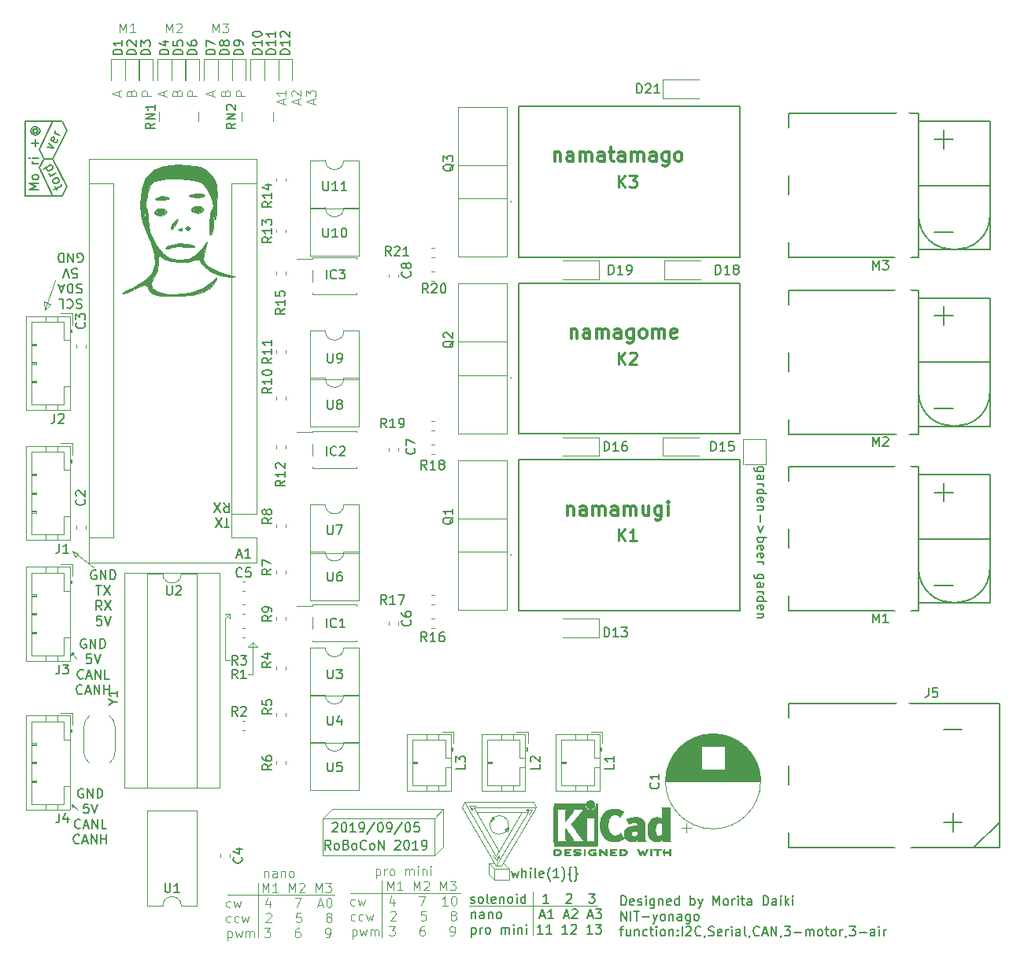
<source format=gto>
G04 #@! TF.GenerationSoftware,KiCad,Pcbnew,(5.1.2)-1*
G04 #@! TF.CreationDate,2019-09-05T15:18:28+09:00*
G04 #@! TF.ProjectId,MD_2016_remake,4d445f32-3031-4365-9f72-656d616b652e,2*
G04 #@! TF.SameCoordinates,PXaba9500PY3473bc0*
G04 #@! TF.FileFunction,Legend,Top*
G04 #@! TF.FilePolarity,Positive*
%FSLAX46Y46*%
G04 Gerber Fmt 4.6, Leading zero omitted, Abs format (unit mm)*
G04 Created by KiCad (PCBNEW (5.1.2)-1) date 2019-09-05 15:18:28*
%MOMM*%
%LPD*%
G04 APERTURE LIST*
%ADD10C,0.120000*%
%ADD11C,0.150000*%
%ADD12C,0.300000*%
%ADD13C,0.010000*%
%ADD14C,0.200000*%
%ADD15C,0.254000*%
%ADD16C,3.302000*%
%ADD17R,4.602000X2.602000*%
%ADD18O,4.602000X2.602000*%
%ADD19O,1.852000X1.302000*%
%ADD20C,0.100000*%
%ADD21C,1.302000*%
%ADD22O,1.702000X1.702000*%
%ADD23R,1.702000X1.702000*%
%ADD24R,5.102000X5.102000*%
%ADD25C,2.602000*%
%ADD26R,1.002000X1.302000*%
%ADD27R,2.102000X2.102000*%
%ADD28C,2.102000*%
%ADD29C,0.977000*%
%ADD30R,2.102000X0.742000*%
%ADD31C,3.102000*%
%ADD32C,1.902000*%
%ADD33C,2.502000*%
%ADD34C,1.052000*%
%ADD35R,0.402000X0.902000*%
%ADD36R,0.602000X0.902000*%
%ADD37R,0.502000X0.902000*%
%ADD38C,1.802000*%
G04 APERTURE END LIST*
D10*
X52700000Y-87200000D02*
X52900000Y-87100000D01*
X52600000Y-87200000D02*
X52700000Y-87200000D01*
X52900000Y-87400000D02*
X52600000Y-87200000D01*
X53000000Y-86900000D02*
X52900000Y-87400000D01*
X52600000Y-87200000D02*
X53000000Y-86900000D01*
X51200000Y-86100000D02*
X51400000Y-86000000D01*
X51300000Y-85900000D02*
X51200000Y-86000000D01*
X51200000Y-85800000D02*
X51500000Y-86000000D01*
X51100000Y-86300000D02*
X51500000Y-86000000D01*
X51200000Y-85800000D02*
X51100000Y-86300000D01*
X53000000Y-86700000D02*
G75*
G03X53000000Y-86700000I-1000000J0D01*
G01*
X55100000Y-85200000D02*
X54900000Y-85100000D01*
X55100000Y-85000000D02*
X55100000Y-85200000D01*
X54900000Y-85100000D02*
X55100000Y-85000000D01*
X55500000Y-85100000D02*
X54900000Y-85100000D01*
X55200000Y-85600000D02*
X55500000Y-85100000D01*
X52000000Y-90100000D02*
X52000000Y-90200000D01*
X51800000Y-90100000D02*
X52000000Y-90200000D01*
X52000000Y-90000000D02*
X51800000Y-90100000D01*
X51700000Y-90500000D02*
X52000000Y-90000000D01*
X51300000Y-90000000D02*
X51700000Y-90500000D01*
X48900000Y-85000000D02*
X49100000Y-85100000D01*
X49100000Y-84900000D02*
X48900000Y-85000000D01*
X49100000Y-85100000D02*
X49100000Y-84900000D01*
X48800000Y-84600000D02*
X49100000Y-85100000D01*
X49500000Y-84600000D02*
X48800000Y-84600000D01*
D11*
X53328571Y-91685714D02*
X53519047Y-92352380D01*
X53709523Y-91876190D01*
X53900000Y-92352380D01*
X54090476Y-91685714D01*
X54471428Y-92352380D02*
X54471428Y-91352380D01*
X54900000Y-92352380D02*
X54900000Y-91828571D01*
X54852380Y-91733333D01*
X54757142Y-91685714D01*
X54614285Y-91685714D01*
X54519047Y-91733333D01*
X54471428Y-91780952D01*
X55376190Y-92352380D02*
X55376190Y-91685714D01*
X55376190Y-91352380D02*
X55328571Y-91400000D01*
X55376190Y-91447619D01*
X55423809Y-91400000D01*
X55376190Y-91352380D01*
X55376190Y-91447619D01*
X55995238Y-92352380D02*
X55900000Y-92304761D01*
X55852380Y-92209523D01*
X55852380Y-91352380D01*
X56757142Y-92304761D02*
X56661904Y-92352380D01*
X56471428Y-92352380D01*
X56376190Y-92304761D01*
X56328571Y-92209523D01*
X56328571Y-91828571D01*
X56376190Y-91733333D01*
X56471428Y-91685714D01*
X56661904Y-91685714D01*
X56757142Y-91733333D01*
X56804761Y-91828571D01*
X56804761Y-91923809D01*
X56328571Y-92019047D01*
X57519047Y-92733333D02*
X57471428Y-92685714D01*
X57376190Y-92542857D01*
X57328571Y-92447619D01*
X57280952Y-92304761D01*
X57233333Y-92066666D01*
X57233333Y-91876190D01*
X57280952Y-91638095D01*
X57328571Y-91495238D01*
X57376190Y-91400000D01*
X57471428Y-91257142D01*
X57519047Y-91209523D01*
X58423809Y-92352380D02*
X57852380Y-92352380D01*
X58138095Y-92352380D02*
X58138095Y-91352380D01*
X58042857Y-91495238D01*
X57947619Y-91590476D01*
X57852380Y-91638095D01*
X58757142Y-92733333D02*
X58804761Y-92685714D01*
X58900000Y-92542857D01*
X58947619Y-92447619D01*
X58995238Y-92304761D01*
X59042857Y-92066666D01*
X59042857Y-91876190D01*
X58995238Y-91638095D01*
X58947619Y-91495238D01*
X58900000Y-91400000D01*
X58804761Y-91257142D01*
X58757142Y-91209523D01*
X59804761Y-92733333D02*
X59757142Y-92733333D01*
X59661904Y-92685714D01*
X59614285Y-92590476D01*
X59614285Y-92114285D01*
X59566666Y-92019047D01*
X59471428Y-91971428D01*
X59566666Y-91923809D01*
X59614285Y-91828571D01*
X59614285Y-91352380D01*
X59661904Y-91257142D01*
X59757142Y-91209523D01*
X59804761Y-91209523D01*
X60090476Y-92733333D02*
X60138095Y-92733333D01*
X60233333Y-92685714D01*
X60280952Y-92590476D01*
X60280952Y-92114285D01*
X60328571Y-92019047D01*
X60423809Y-91971428D01*
X60328571Y-91923809D01*
X60280952Y-91828571D01*
X60280952Y-91352380D01*
X60233333Y-91257142D01*
X60138095Y-91209523D01*
X60090476Y-91209523D01*
D10*
X50900000Y-92000000D02*
X51500000Y-92600000D01*
X50900000Y-90800000D02*
X50900000Y-92000000D01*
X53100000Y-92600000D02*
X53100000Y-91400000D01*
X51500000Y-92600000D02*
X53100000Y-92600000D01*
X51500000Y-91400000D02*
X51500000Y-92600000D01*
X50900000Y-90800000D02*
X51500000Y-91400000D01*
X51400000Y-90800000D02*
X50900000Y-90800000D01*
X53100000Y-91400000D02*
X52500000Y-90800000D01*
X51500000Y-91400000D02*
X53100000Y-91400000D01*
X49270711Y-84849391D02*
X51970710Y-89549390D01*
X55070710Y-85349389D02*
X49570710Y-85349391D01*
X51670711Y-90049390D02*
X54470710Y-85349389D01*
X48270711Y-84249390D02*
X51670711Y-90049390D01*
X55970710Y-84849391D02*
X49270711Y-84849391D01*
X51670711Y-91049390D02*
X55070710Y-85349389D01*
X55970710Y-84849391D02*
X52270711Y-91049390D01*
X55670711Y-84249391D02*
X55970710Y-84849391D01*
X48270711Y-84249390D02*
X55670711Y-84249391D01*
X47970712Y-84849390D02*
X48270711Y-84249390D01*
X51670711Y-91049390D02*
X47970712Y-84849390D01*
X52270711Y-91049390D02*
X51670711Y-91049390D01*
X46000000Y-89000000D02*
X45000000Y-90000000D01*
X46000000Y-85000000D02*
X46000000Y-89000000D01*
X46000000Y-85000000D02*
X45000000Y-86000000D01*
X34000000Y-85000000D02*
X46000000Y-85000000D01*
X33000000Y-86000000D02*
X34000000Y-85000000D01*
X33000000Y-90000000D02*
X33000000Y-86000000D01*
X45000000Y-90000000D02*
X33000000Y-90000000D01*
X45000000Y-86000000D02*
X45000000Y-90000000D01*
X33000000Y-86000000D02*
X45000000Y-86000000D01*
X78200000Y-45200000D02*
X78200000Y-47900000D01*
X80700000Y-45200000D02*
X78200000Y-45200000D01*
X80700000Y-47900000D02*
X80700000Y-45200000D01*
X78400000Y-47900000D02*
X80700000Y-47900000D01*
D11*
X80414285Y-48633333D02*
X79604761Y-48633333D01*
X79509523Y-48585714D01*
X79461904Y-48538095D01*
X79414285Y-48442857D01*
X79414285Y-48300000D01*
X79461904Y-48204761D01*
X79795238Y-48633333D02*
X79747619Y-48538095D01*
X79747619Y-48347619D01*
X79795238Y-48252380D01*
X79842857Y-48204761D01*
X79938095Y-48157142D01*
X80223809Y-48157142D01*
X80319047Y-48204761D01*
X80366666Y-48252380D01*
X80414285Y-48347619D01*
X80414285Y-48538095D01*
X80366666Y-48633333D01*
X79747619Y-49538095D02*
X80271428Y-49538095D01*
X80366666Y-49490476D01*
X80414285Y-49395238D01*
X80414285Y-49204761D01*
X80366666Y-49109523D01*
X79795238Y-49538095D02*
X79747619Y-49442857D01*
X79747619Y-49204761D01*
X79795238Y-49109523D01*
X79890476Y-49061904D01*
X79985714Y-49061904D01*
X80080952Y-49109523D01*
X80128571Y-49204761D01*
X80128571Y-49442857D01*
X80176190Y-49538095D01*
X79747619Y-50014285D02*
X80414285Y-50014285D01*
X80223809Y-50014285D02*
X80319047Y-50061904D01*
X80366666Y-50109523D01*
X80414285Y-50204761D01*
X80414285Y-50300000D01*
X79747619Y-51061904D02*
X80747619Y-51061904D01*
X79795238Y-51061904D02*
X79747619Y-50966666D01*
X79747619Y-50776190D01*
X79795238Y-50680952D01*
X79842857Y-50633333D01*
X79938095Y-50585714D01*
X80223809Y-50585714D01*
X80319047Y-50633333D01*
X80366666Y-50680952D01*
X80414285Y-50776190D01*
X80414285Y-50966666D01*
X80366666Y-51061904D01*
X79795238Y-51919047D02*
X79747619Y-51823809D01*
X79747619Y-51633333D01*
X79795238Y-51538095D01*
X79890476Y-51490476D01*
X80271428Y-51490476D01*
X80366666Y-51538095D01*
X80414285Y-51633333D01*
X80414285Y-51823809D01*
X80366666Y-51919047D01*
X80271428Y-51966666D01*
X80176190Y-51966666D01*
X80080952Y-51490476D01*
X80414285Y-52395238D02*
X79747619Y-52395238D01*
X80319047Y-52395238D02*
X80366666Y-52442857D01*
X80414285Y-52538095D01*
X80414285Y-52680952D01*
X80366666Y-52776190D01*
X80271428Y-52823809D01*
X79747619Y-52823809D01*
X80128571Y-53300000D02*
X80128571Y-54061904D01*
X80414285Y-54538095D02*
X80128571Y-55300000D01*
X79842857Y-54538095D01*
X79747619Y-55776190D02*
X80747619Y-55776190D01*
X80366666Y-55776190D02*
X80414285Y-55871428D01*
X80414285Y-56061904D01*
X80366666Y-56157142D01*
X80319047Y-56204761D01*
X80223809Y-56252380D01*
X79938095Y-56252380D01*
X79842857Y-56204761D01*
X79795238Y-56157142D01*
X79747619Y-56061904D01*
X79747619Y-55871428D01*
X79795238Y-55776190D01*
X79795238Y-57061904D02*
X79747619Y-56966666D01*
X79747619Y-56776190D01*
X79795238Y-56680952D01*
X79890476Y-56633333D01*
X80271428Y-56633333D01*
X80366666Y-56680952D01*
X80414285Y-56776190D01*
X80414285Y-56966666D01*
X80366666Y-57061904D01*
X80271428Y-57109523D01*
X80176190Y-57109523D01*
X80080952Y-56633333D01*
X79795238Y-57919047D02*
X79747619Y-57823809D01*
X79747619Y-57633333D01*
X79795238Y-57538095D01*
X79890476Y-57490476D01*
X80271428Y-57490476D01*
X80366666Y-57538095D01*
X80414285Y-57633333D01*
X80414285Y-57823809D01*
X80366666Y-57919047D01*
X80271428Y-57966666D01*
X80176190Y-57966666D01*
X80080952Y-57490476D01*
X79747619Y-58395238D02*
X80414285Y-58395238D01*
X80223809Y-58395238D02*
X80319047Y-58442857D01*
X80366666Y-58490476D01*
X80414285Y-58585714D01*
X80414285Y-58680952D01*
X80414285Y-60204761D02*
X79604761Y-60204761D01*
X79509523Y-60157142D01*
X79461904Y-60109523D01*
X79414285Y-60014285D01*
X79414285Y-59871428D01*
X79461904Y-59776190D01*
X79795238Y-60204761D02*
X79747619Y-60109523D01*
X79747619Y-59919047D01*
X79795238Y-59823809D01*
X79842857Y-59776190D01*
X79938095Y-59728571D01*
X80223809Y-59728571D01*
X80319047Y-59776190D01*
X80366666Y-59823809D01*
X80414285Y-59919047D01*
X80414285Y-60109523D01*
X80366666Y-60204761D01*
X79747619Y-61109523D02*
X80271428Y-61109523D01*
X80366666Y-61061904D01*
X80414285Y-60966666D01*
X80414285Y-60776190D01*
X80366666Y-60680952D01*
X79795238Y-61109523D02*
X79747619Y-61014285D01*
X79747619Y-60776190D01*
X79795238Y-60680952D01*
X79890476Y-60633333D01*
X79985714Y-60633333D01*
X80080952Y-60680952D01*
X80128571Y-60776190D01*
X80128571Y-61014285D01*
X80176190Y-61109523D01*
X79747619Y-61585714D02*
X80414285Y-61585714D01*
X80223809Y-61585714D02*
X80319047Y-61633333D01*
X80366666Y-61680952D01*
X80414285Y-61776190D01*
X80414285Y-61871428D01*
X79747619Y-62633333D02*
X80747619Y-62633333D01*
X79795238Y-62633333D02*
X79747619Y-62538095D01*
X79747619Y-62347619D01*
X79795238Y-62252380D01*
X79842857Y-62204761D01*
X79938095Y-62157142D01*
X80223809Y-62157142D01*
X80319047Y-62204761D01*
X80366666Y-62252380D01*
X80414285Y-62347619D01*
X80414285Y-62538095D01*
X80366666Y-62633333D01*
X79795238Y-63490476D02*
X79747619Y-63395238D01*
X79747619Y-63204761D01*
X79795238Y-63109523D01*
X79890476Y-63061904D01*
X80271428Y-63061904D01*
X80366666Y-63109523D01*
X80414285Y-63204761D01*
X80414285Y-63395238D01*
X80366666Y-63490476D01*
X80271428Y-63538095D01*
X80176190Y-63538095D01*
X80080952Y-63061904D01*
X80414285Y-63966666D02*
X79747619Y-63966666D01*
X80319047Y-63966666D02*
X80366666Y-64014285D01*
X80414285Y-64109523D01*
X80414285Y-64252380D01*
X80366666Y-64347619D01*
X80271428Y-64395238D01*
X79747619Y-64395238D01*
X34068333Y-86542619D02*
X34115952Y-86495000D01*
X34211190Y-86447380D01*
X34449285Y-86447380D01*
X34544523Y-86495000D01*
X34592142Y-86542619D01*
X34639761Y-86637857D01*
X34639761Y-86733095D01*
X34592142Y-86875952D01*
X34020714Y-87447380D01*
X34639761Y-87447380D01*
X35258809Y-86447380D02*
X35354047Y-86447380D01*
X35449285Y-86495000D01*
X35496904Y-86542619D01*
X35544523Y-86637857D01*
X35592142Y-86828333D01*
X35592142Y-87066428D01*
X35544523Y-87256904D01*
X35496904Y-87352142D01*
X35449285Y-87399761D01*
X35354047Y-87447380D01*
X35258809Y-87447380D01*
X35163571Y-87399761D01*
X35115952Y-87352142D01*
X35068333Y-87256904D01*
X35020714Y-87066428D01*
X35020714Y-86828333D01*
X35068333Y-86637857D01*
X35115952Y-86542619D01*
X35163571Y-86495000D01*
X35258809Y-86447380D01*
X36544523Y-87447380D02*
X35973095Y-87447380D01*
X36258809Y-87447380D02*
X36258809Y-86447380D01*
X36163571Y-86590238D01*
X36068333Y-86685476D01*
X35973095Y-86733095D01*
X37020714Y-87447380D02*
X37211190Y-87447380D01*
X37306428Y-87399761D01*
X37354047Y-87352142D01*
X37449285Y-87209285D01*
X37496904Y-87018809D01*
X37496904Y-86637857D01*
X37449285Y-86542619D01*
X37401666Y-86495000D01*
X37306428Y-86447380D01*
X37115952Y-86447380D01*
X37020714Y-86495000D01*
X36973095Y-86542619D01*
X36925476Y-86637857D01*
X36925476Y-86875952D01*
X36973095Y-86971190D01*
X37020714Y-87018809D01*
X37115952Y-87066428D01*
X37306428Y-87066428D01*
X37401666Y-87018809D01*
X37449285Y-86971190D01*
X37496904Y-86875952D01*
X38639761Y-86399761D02*
X37782619Y-87685476D01*
X39163571Y-86447380D02*
X39258809Y-86447380D01*
X39354047Y-86495000D01*
X39401666Y-86542619D01*
X39449285Y-86637857D01*
X39496904Y-86828333D01*
X39496904Y-87066428D01*
X39449285Y-87256904D01*
X39401666Y-87352142D01*
X39354047Y-87399761D01*
X39258809Y-87447380D01*
X39163571Y-87447380D01*
X39068333Y-87399761D01*
X39020714Y-87352142D01*
X38973095Y-87256904D01*
X38925476Y-87066428D01*
X38925476Y-86828333D01*
X38973095Y-86637857D01*
X39020714Y-86542619D01*
X39068333Y-86495000D01*
X39163571Y-86447380D01*
X39973095Y-87447380D02*
X40163571Y-87447380D01*
X40258809Y-87399761D01*
X40306428Y-87352142D01*
X40401666Y-87209285D01*
X40449285Y-87018809D01*
X40449285Y-86637857D01*
X40401666Y-86542619D01*
X40354047Y-86495000D01*
X40258809Y-86447380D01*
X40068333Y-86447380D01*
X39973095Y-86495000D01*
X39925476Y-86542619D01*
X39877857Y-86637857D01*
X39877857Y-86875952D01*
X39925476Y-86971190D01*
X39973095Y-87018809D01*
X40068333Y-87066428D01*
X40258809Y-87066428D01*
X40354047Y-87018809D01*
X40401666Y-86971190D01*
X40449285Y-86875952D01*
X41592142Y-86399761D02*
X40735000Y-87685476D01*
X42115952Y-86447380D02*
X42211190Y-86447380D01*
X42306428Y-86495000D01*
X42354047Y-86542619D01*
X42401666Y-86637857D01*
X42449285Y-86828333D01*
X42449285Y-87066428D01*
X42401666Y-87256904D01*
X42354047Y-87352142D01*
X42306428Y-87399761D01*
X42211190Y-87447380D01*
X42115952Y-87447380D01*
X42020714Y-87399761D01*
X41973095Y-87352142D01*
X41925476Y-87256904D01*
X41877857Y-87066428D01*
X41877857Y-86828333D01*
X41925476Y-86637857D01*
X41973095Y-86542619D01*
X42020714Y-86495000D01*
X42115952Y-86447380D01*
X43354047Y-86447380D02*
X42877857Y-86447380D01*
X42830238Y-86923571D01*
X42877857Y-86875952D01*
X42973095Y-86828333D01*
X43211190Y-86828333D01*
X43306428Y-86875952D01*
X43354047Y-86923571D01*
X43401666Y-87018809D01*
X43401666Y-87256904D01*
X43354047Y-87352142D01*
X43306428Y-87399761D01*
X43211190Y-87447380D01*
X42973095Y-87447380D01*
X42877857Y-87399761D01*
X42830238Y-87352142D01*
X33877857Y-89352380D02*
X33544523Y-88876190D01*
X33306428Y-89352380D02*
X33306428Y-88352380D01*
X33687380Y-88352380D01*
X33782619Y-88400000D01*
X33830238Y-88447619D01*
X33877857Y-88542857D01*
X33877857Y-88685714D01*
X33830238Y-88780952D01*
X33782619Y-88828571D01*
X33687380Y-88876190D01*
X33306428Y-88876190D01*
X34449285Y-89352380D02*
X34354047Y-89304761D01*
X34306428Y-89257142D01*
X34258809Y-89161904D01*
X34258809Y-88876190D01*
X34306428Y-88780952D01*
X34354047Y-88733333D01*
X34449285Y-88685714D01*
X34592142Y-88685714D01*
X34687380Y-88733333D01*
X34735000Y-88780952D01*
X34782619Y-88876190D01*
X34782619Y-89161904D01*
X34735000Y-89257142D01*
X34687380Y-89304761D01*
X34592142Y-89352380D01*
X34449285Y-89352380D01*
X35544523Y-88828571D02*
X35687380Y-88876190D01*
X35735000Y-88923809D01*
X35782619Y-89019047D01*
X35782619Y-89161904D01*
X35735000Y-89257142D01*
X35687380Y-89304761D01*
X35592142Y-89352380D01*
X35211190Y-89352380D01*
X35211190Y-88352380D01*
X35544523Y-88352380D01*
X35639761Y-88400000D01*
X35687380Y-88447619D01*
X35735000Y-88542857D01*
X35735000Y-88638095D01*
X35687380Y-88733333D01*
X35639761Y-88780952D01*
X35544523Y-88828571D01*
X35211190Y-88828571D01*
X36354047Y-89352380D02*
X36258809Y-89304761D01*
X36211190Y-89257142D01*
X36163571Y-89161904D01*
X36163571Y-88876190D01*
X36211190Y-88780952D01*
X36258809Y-88733333D01*
X36354047Y-88685714D01*
X36496904Y-88685714D01*
X36592142Y-88733333D01*
X36639761Y-88780952D01*
X36687380Y-88876190D01*
X36687380Y-89161904D01*
X36639761Y-89257142D01*
X36592142Y-89304761D01*
X36496904Y-89352380D01*
X36354047Y-89352380D01*
X37687380Y-89257142D02*
X37639761Y-89304761D01*
X37496904Y-89352380D01*
X37401666Y-89352380D01*
X37258809Y-89304761D01*
X37163571Y-89209523D01*
X37115952Y-89114285D01*
X37068333Y-88923809D01*
X37068333Y-88780952D01*
X37115952Y-88590476D01*
X37163571Y-88495238D01*
X37258809Y-88400000D01*
X37401666Y-88352380D01*
X37496904Y-88352380D01*
X37639761Y-88400000D01*
X37687380Y-88447619D01*
X38258809Y-89352380D02*
X38163571Y-89304761D01*
X38115952Y-89257142D01*
X38068333Y-89161904D01*
X38068333Y-88876190D01*
X38115952Y-88780952D01*
X38163571Y-88733333D01*
X38258809Y-88685714D01*
X38401666Y-88685714D01*
X38496904Y-88733333D01*
X38544523Y-88780952D01*
X38592142Y-88876190D01*
X38592142Y-89161904D01*
X38544523Y-89257142D01*
X38496904Y-89304761D01*
X38401666Y-89352380D01*
X38258809Y-89352380D01*
X39020714Y-89352380D02*
X39020714Y-88352380D01*
X39592142Y-89352380D01*
X39592142Y-88352380D01*
X40782619Y-88447619D02*
X40830238Y-88400000D01*
X40925476Y-88352380D01*
X41163571Y-88352380D01*
X41258809Y-88400000D01*
X41306428Y-88447619D01*
X41354047Y-88542857D01*
X41354047Y-88638095D01*
X41306428Y-88780952D01*
X40735000Y-89352380D01*
X41354047Y-89352380D01*
X41973095Y-88352380D02*
X42068333Y-88352380D01*
X42163571Y-88400000D01*
X42211190Y-88447619D01*
X42258809Y-88542857D01*
X42306428Y-88733333D01*
X42306428Y-88971428D01*
X42258809Y-89161904D01*
X42211190Y-89257142D01*
X42163571Y-89304761D01*
X42068333Y-89352380D01*
X41973095Y-89352380D01*
X41877857Y-89304761D01*
X41830238Y-89257142D01*
X41782619Y-89161904D01*
X41735000Y-88971428D01*
X41735000Y-88733333D01*
X41782619Y-88542857D01*
X41830238Y-88447619D01*
X41877857Y-88400000D01*
X41973095Y-88352380D01*
X43258809Y-89352380D02*
X42687380Y-89352380D01*
X42973095Y-89352380D02*
X42973095Y-88352380D01*
X42877857Y-88495238D01*
X42782619Y-88590476D01*
X42687380Y-88638095D01*
X43735000Y-89352380D02*
X43925476Y-89352380D01*
X44020714Y-89304761D01*
X44068333Y-89257142D01*
X44163571Y-89114285D01*
X44211190Y-88923809D01*
X44211190Y-88542857D01*
X44163571Y-88447619D01*
X44115952Y-88400000D01*
X44020714Y-88352380D01*
X43830238Y-88352380D01*
X43735000Y-88400000D01*
X43687380Y-88447619D01*
X43639761Y-88542857D01*
X43639761Y-88780952D01*
X43687380Y-88876190D01*
X43735000Y-88923809D01*
X43830238Y-88971428D01*
X44020714Y-88971428D01*
X44115952Y-88923809D01*
X44163571Y-88876190D01*
X44211190Y-88780952D01*
D12*
X57948571Y-14283571D02*
X57948571Y-15283571D01*
X57948571Y-14426428D02*
X58020000Y-14355000D01*
X58162857Y-14283571D01*
X58377142Y-14283571D01*
X58520000Y-14355000D01*
X58591428Y-14497857D01*
X58591428Y-15283571D01*
X59948571Y-15283571D02*
X59948571Y-14497857D01*
X59877142Y-14355000D01*
X59734285Y-14283571D01*
X59448571Y-14283571D01*
X59305714Y-14355000D01*
X59948571Y-15212142D02*
X59805714Y-15283571D01*
X59448571Y-15283571D01*
X59305714Y-15212142D01*
X59234285Y-15069285D01*
X59234285Y-14926428D01*
X59305714Y-14783571D01*
X59448571Y-14712142D01*
X59805714Y-14712142D01*
X59948571Y-14640714D01*
X60662857Y-15283571D02*
X60662857Y-14283571D01*
X60662857Y-14426428D02*
X60734285Y-14355000D01*
X60877142Y-14283571D01*
X61091428Y-14283571D01*
X61234285Y-14355000D01*
X61305714Y-14497857D01*
X61305714Y-15283571D01*
X61305714Y-14497857D02*
X61377142Y-14355000D01*
X61520000Y-14283571D01*
X61734285Y-14283571D01*
X61877142Y-14355000D01*
X61948571Y-14497857D01*
X61948571Y-15283571D01*
X63305714Y-15283571D02*
X63305714Y-14497857D01*
X63234285Y-14355000D01*
X63091428Y-14283571D01*
X62805714Y-14283571D01*
X62662857Y-14355000D01*
X63305714Y-15212142D02*
X63162857Y-15283571D01*
X62805714Y-15283571D01*
X62662857Y-15212142D01*
X62591428Y-15069285D01*
X62591428Y-14926428D01*
X62662857Y-14783571D01*
X62805714Y-14712142D01*
X63162857Y-14712142D01*
X63305714Y-14640714D01*
X63805714Y-14283571D02*
X64377142Y-14283571D01*
X64020000Y-13783571D02*
X64020000Y-15069285D01*
X64091428Y-15212142D01*
X64234285Y-15283571D01*
X64377142Y-15283571D01*
X65520000Y-15283571D02*
X65520000Y-14497857D01*
X65448571Y-14355000D01*
X65305714Y-14283571D01*
X65020000Y-14283571D01*
X64877142Y-14355000D01*
X65520000Y-15212142D02*
X65377142Y-15283571D01*
X65020000Y-15283571D01*
X64877142Y-15212142D01*
X64805714Y-15069285D01*
X64805714Y-14926428D01*
X64877142Y-14783571D01*
X65020000Y-14712142D01*
X65377142Y-14712142D01*
X65520000Y-14640714D01*
X66234285Y-15283571D02*
X66234285Y-14283571D01*
X66234285Y-14426428D02*
X66305714Y-14355000D01*
X66448571Y-14283571D01*
X66662857Y-14283571D01*
X66805714Y-14355000D01*
X66877142Y-14497857D01*
X66877142Y-15283571D01*
X66877142Y-14497857D02*
X66948571Y-14355000D01*
X67091428Y-14283571D01*
X67305714Y-14283571D01*
X67448571Y-14355000D01*
X67520000Y-14497857D01*
X67520000Y-15283571D01*
X68877142Y-15283571D02*
X68877142Y-14497857D01*
X68805714Y-14355000D01*
X68662857Y-14283571D01*
X68377142Y-14283571D01*
X68234285Y-14355000D01*
X68877142Y-15212142D02*
X68734285Y-15283571D01*
X68377142Y-15283571D01*
X68234285Y-15212142D01*
X68162857Y-15069285D01*
X68162857Y-14926428D01*
X68234285Y-14783571D01*
X68377142Y-14712142D01*
X68734285Y-14712142D01*
X68877142Y-14640714D01*
X70234285Y-14283571D02*
X70234285Y-15497857D01*
X70162857Y-15640714D01*
X70091428Y-15712142D01*
X69948571Y-15783571D01*
X69734285Y-15783571D01*
X69591428Y-15712142D01*
X70234285Y-15212142D02*
X70091428Y-15283571D01*
X69805714Y-15283571D01*
X69662857Y-15212142D01*
X69591428Y-15140714D01*
X69520000Y-14997857D01*
X69520000Y-14569285D01*
X69591428Y-14426428D01*
X69662857Y-14355000D01*
X69805714Y-14283571D01*
X70091428Y-14283571D01*
X70234285Y-14355000D01*
X71162857Y-15283571D02*
X71020000Y-15212142D01*
X70948571Y-15140714D01*
X70877142Y-14997857D01*
X70877142Y-14569285D01*
X70948571Y-14426428D01*
X71020000Y-14355000D01*
X71162857Y-14283571D01*
X71377142Y-14283571D01*
X71520000Y-14355000D01*
X71591428Y-14426428D01*
X71662857Y-14569285D01*
X71662857Y-14997857D01*
X71591428Y-15140714D01*
X71520000Y-15212142D01*
X71377142Y-15283571D01*
X71162857Y-15283571D01*
X59726428Y-33333571D02*
X59726428Y-34333571D01*
X59726428Y-33476428D02*
X59797857Y-33405000D01*
X59940714Y-33333571D01*
X60155000Y-33333571D01*
X60297857Y-33405000D01*
X60369285Y-33547857D01*
X60369285Y-34333571D01*
X61726428Y-34333571D02*
X61726428Y-33547857D01*
X61655000Y-33405000D01*
X61512142Y-33333571D01*
X61226428Y-33333571D01*
X61083571Y-33405000D01*
X61726428Y-34262142D02*
X61583571Y-34333571D01*
X61226428Y-34333571D01*
X61083571Y-34262142D01*
X61012142Y-34119285D01*
X61012142Y-33976428D01*
X61083571Y-33833571D01*
X61226428Y-33762142D01*
X61583571Y-33762142D01*
X61726428Y-33690714D01*
X62440714Y-34333571D02*
X62440714Y-33333571D01*
X62440714Y-33476428D02*
X62512142Y-33405000D01*
X62655000Y-33333571D01*
X62869285Y-33333571D01*
X63012142Y-33405000D01*
X63083571Y-33547857D01*
X63083571Y-34333571D01*
X63083571Y-33547857D02*
X63155000Y-33405000D01*
X63297857Y-33333571D01*
X63512142Y-33333571D01*
X63655000Y-33405000D01*
X63726428Y-33547857D01*
X63726428Y-34333571D01*
X65083571Y-34333571D02*
X65083571Y-33547857D01*
X65012142Y-33405000D01*
X64869285Y-33333571D01*
X64583571Y-33333571D01*
X64440714Y-33405000D01*
X65083571Y-34262142D02*
X64940714Y-34333571D01*
X64583571Y-34333571D01*
X64440714Y-34262142D01*
X64369285Y-34119285D01*
X64369285Y-33976428D01*
X64440714Y-33833571D01*
X64583571Y-33762142D01*
X64940714Y-33762142D01*
X65083571Y-33690714D01*
X66440714Y-33333571D02*
X66440714Y-34547857D01*
X66369285Y-34690714D01*
X66297857Y-34762142D01*
X66155000Y-34833571D01*
X65940714Y-34833571D01*
X65797857Y-34762142D01*
X66440714Y-34262142D02*
X66297857Y-34333571D01*
X66012142Y-34333571D01*
X65869285Y-34262142D01*
X65797857Y-34190714D01*
X65726428Y-34047857D01*
X65726428Y-33619285D01*
X65797857Y-33476428D01*
X65869285Y-33405000D01*
X66012142Y-33333571D01*
X66297857Y-33333571D01*
X66440714Y-33405000D01*
X67369285Y-34333571D02*
X67226428Y-34262142D01*
X67155000Y-34190714D01*
X67083571Y-34047857D01*
X67083571Y-33619285D01*
X67155000Y-33476428D01*
X67226428Y-33405000D01*
X67369285Y-33333571D01*
X67583571Y-33333571D01*
X67726428Y-33405000D01*
X67797857Y-33476428D01*
X67869285Y-33619285D01*
X67869285Y-34047857D01*
X67797857Y-34190714D01*
X67726428Y-34262142D01*
X67583571Y-34333571D01*
X67369285Y-34333571D01*
X68512142Y-34333571D02*
X68512142Y-33333571D01*
X68512142Y-33476428D02*
X68583571Y-33405000D01*
X68726428Y-33333571D01*
X68940714Y-33333571D01*
X69083571Y-33405000D01*
X69155000Y-33547857D01*
X69155000Y-34333571D01*
X69155000Y-33547857D02*
X69226428Y-33405000D01*
X69369285Y-33333571D01*
X69583571Y-33333571D01*
X69726428Y-33405000D01*
X69797857Y-33547857D01*
X69797857Y-34333571D01*
X71083571Y-34262142D02*
X70940714Y-34333571D01*
X70655000Y-34333571D01*
X70512142Y-34262142D01*
X70440714Y-34119285D01*
X70440714Y-33547857D01*
X70512142Y-33405000D01*
X70655000Y-33333571D01*
X70940714Y-33333571D01*
X71083571Y-33405000D01*
X71155000Y-33547857D01*
X71155000Y-33690714D01*
X70440714Y-33833571D01*
X59377142Y-52383571D02*
X59377142Y-53383571D01*
X59377142Y-52526428D02*
X59448571Y-52455000D01*
X59591428Y-52383571D01*
X59805714Y-52383571D01*
X59948571Y-52455000D01*
X60020000Y-52597857D01*
X60020000Y-53383571D01*
X61377142Y-53383571D02*
X61377142Y-52597857D01*
X61305714Y-52455000D01*
X61162857Y-52383571D01*
X60877142Y-52383571D01*
X60734285Y-52455000D01*
X61377142Y-53312142D02*
X61234285Y-53383571D01*
X60877142Y-53383571D01*
X60734285Y-53312142D01*
X60662857Y-53169285D01*
X60662857Y-53026428D01*
X60734285Y-52883571D01*
X60877142Y-52812142D01*
X61234285Y-52812142D01*
X61377142Y-52740714D01*
X62091428Y-53383571D02*
X62091428Y-52383571D01*
X62091428Y-52526428D02*
X62162857Y-52455000D01*
X62305714Y-52383571D01*
X62520000Y-52383571D01*
X62662857Y-52455000D01*
X62734285Y-52597857D01*
X62734285Y-53383571D01*
X62734285Y-52597857D02*
X62805714Y-52455000D01*
X62948571Y-52383571D01*
X63162857Y-52383571D01*
X63305714Y-52455000D01*
X63377142Y-52597857D01*
X63377142Y-53383571D01*
X64734285Y-53383571D02*
X64734285Y-52597857D01*
X64662857Y-52455000D01*
X64520000Y-52383571D01*
X64234285Y-52383571D01*
X64091428Y-52455000D01*
X64734285Y-53312142D02*
X64591428Y-53383571D01*
X64234285Y-53383571D01*
X64091428Y-53312142D01*
X64020000Y-53169285D01*
X64020000Y-53026428D01*
X64091428Y-52883571D01*
X64234285Y-52812142D01*
X64591428Y-52812142D01*
X64734285Y-52740714D01*
X65448571Y-53383571D02*
X65448571Y-52383571D01*
X65448571Y-52526428D02*
X65520000Y-52455000D01*
X65662857Y-52383571D01*
X65877142Y-52383571D01*
X66020000Y-52455000D01*
X66091428Y-52597857D01*
X66091428Y-53383571D01*
X66091428Y-52597857D02*
X66162857Y-52455000D01*
X66305714Y-52383571D01*
X66520000Y-52383571D01*
X66662857Y-52455000D01*
X66734285Y-52597857D01*
X66734285Y-53383571D01*
X68091428Y-52383571D02*
X68091428Y-53383571D01*
X67448571Y-52383571D02*
X67448571Y-53169285D01*
X67520000Y-53312142D01*
X67662857Y-53383571D01*
X67877142Y-53383571D01*
X68020000Y-53312142D01*
X68091428Y-53240714D01*
X69448571Y-52383571D02*
X69448571Y-53597857D01*
X69377142Y-53740714D01*
X69305714Y-53812142D01*
X69162857Y-53883571D01*
X68948571Y-53883571D01*
X68805714Y-53812142D01*
X69448571Y-53312142D02*
X69305714Y-53383571D01*
X69020000Y-53383571D01*
X68877142Y-53312142D01*
X68805714Y-53240714D01*
X68734285Y-53097857D01*
X68734285Y-52669285D01*
X68805714Y-52526428D01*
X68877142Y-52455000D01*
X69020000Y-52383571D01*
X69305714Y-52383571D01*
X69448571Y-52455000D01*
X70162857Y-53383571D02*
X70162857Y-52383571D01*
X70162857Y-51883571D02*
X70091428Y-51955000D01*
X70162857Y-52026428D01*
X70234285Y-51955000D01*
X70162857Y-51883571D01*
X70162857Y-52026428D01*
D11*
X65105595Y-95322380D02*
X65105595Y-94322380D01*
X65343690Y-94322380D01*
X65486547Y-94370000D01*
X65581785Y-94465238D01*
X65629404Y-94560476D01*
X65677023Y-94750952D01*
X65677023Y-94893809D01*
X65629404Y-95084285D01*
X65581785Y-95179523D01*
X65486547Y-95274761D01*
X65343690Y-95322380D01*
X65105595Y-95322380D01*
X66486547Y-95274761D02*
X66391309Y-95322380D01*
X66200833Y-95322380D01*
X66105595Y-95274761D01*
X66057976Y-95179523D01*
X66057976Y-94798571D01*
X66105595Y-94703333D01*
X66200833Y-94655714D01*
X66391309Y-94655714D01*
X66486547Y-94703333D01*
X66534166Y-94798571D01*
X66534166Y-94893809D01*
X66057976Y-94989047D01*
X66915119Y-95274761D02*
X67010357Y-95322380D01*
X67200833Y-95322380D01*
X67296071Y-95274761D01*
X67343690Y-95179523D01*
X67343690Y-95131904D01*
X67296071Y-95036666D01*
X67200833Y-94989047D01*
X67057976Y-94989047D01*
X66962738Y-94941428D01*
X66915119Y-94846190D01*
X66915119Y-94798571D01*
X66962738Y-94703333D01*
X67057976Y-94655714D01*
X67200833Y-94655714D01*
X67296071Y-94703333D01*
X67772261Y-95322380D02*
X67772261Y-94655714D01*
X67772261Y-94322380D02*
X67724642Y-94370000D01*
X67772261Y-94417619D01*
X67819880Y-94370000D01*
X67772261Y-94322380D01*
X67772261Y-94417619D01*
X68677023Y-94655714D02*
X68677023Y-95465238D01*
X68629404Y-95560476D01*
X68581785Y-95608095D01*
X68486547Y-95655714D01*
X68343690Y-95655714D01*
X68248452Y-95608095D01*
X68677023Y-95274761D02*
X68581785Y-95322380D01*
X68391309Y-95322380D01*
X68296071Y-95274761D01*
X68248452Y-95227142D01*
X68200833Y-95131904D01*
X68200833Y-94846190D01*
X68248452Y-94750952D01*
X68296071Y-94703333D01*
X68391309Y-94655714D01*
X68581785Y-94655714D01*
X68677023Y-94703333D01*
X69153214Y-94655714D02*
X69153214Y-95322380D01*
X69153214Y-94750952D02*
X69200833Y-94703333D01*
X69296071Y-94655714D01*
X69438928Y-94655714D01*
X69534166Y-94703333D01*
X69581785Y-94798571D01*
X69581785Y-95322380D01*
X70438928Y-95274761D02*
X70343690Y-95322380D01*
X70153214Y-95322380D01*
X70057976Y-95274761D01*
X70010357Y-95179523D01*
X70010357Y-94798571D01*
X70057976Y-94703333D01*
X70153214Y-94655714D01*
X70343690Y-94655714D01*
X70438928Y-94703333D01*
X70486547Y-94798571D01*
X70486547Y-94893809D01*
X70010357Y-94989047D01*
X71343690Y-95322380D02*
X71343690Y-94322380D01*
X71343690Y-95274761D02*
X71248452Y-95322380D01*
X71057976Y-95322380D01*
X70962738Y-95274761D01*
X70915119Y-95227142D01*
X70867500Y-95131904D01*
X70867500Y-94846190D01*
X70915119Y-94750952D01*
X70962738Y-94703333D01*
X71057976Y-94655714D01*
X71248452Y-94655714D01*
X71343690Y-94703333D01*
X72581785Y-95322380D02*
X72581785Y-94322380D01*
X72581785Y-94703333D02*
X72677023Y-94655714D01*
X72867500Y-94655714D01*
X72962738Y-94703333D01*
X73010357Y-94750952D01*
X73057976Y-94846190D01*
X73057976Y-95131904D01*
X73010357Y-95227142D01*
X72962738Y-95274761D01*
X72867500Y-95322380D01*
X72677023Y-95322380D01*
X72581785Y-95274761D01*
X73391309Y-94655714D02*
X73629404Y-95322380D01*
X73867500Y-94655714D02*
X73629404Y-95322380D01*
X73534166Y-95560476D01*
X73486547Y-95608095D01*
X73391309Y-95655714D01*
X75010357Y-95322380D02*
X75010357Y-94322380D01*
X75343690Y-95036666D01*
X75677023Y-94322380D01*
X75677023Y-95322380D01*
X76296071Y-95322380D02*
X76200833Y-95274761D01*
X76153214Y-95227142D01*
X76105595Y-95131904D01*
X76105595Y-94846190D01*
X76153214Y-94750952D01*
X76200833Y-94703333D01*
X76296071Y-94655714D01*
X76438928Y-94655714D01*
X76534166Y-94703333D01*
X76581785Y-94750952D01*
X76629404Y-94846190D01*
X76629404Y-95131904D01*
X76581785Y-95227142D01*
X76534166Y-95274761D01*
X76438928Y-95322380D01*
X76296071Y-95322380D01*
X77057976Y-95322380D02*
X77057976Y-94655714D01*
X77057976Y-94846190D02*
X77105595Y-94750952D01*
X77153214Y-94703333D01*
X77248452Y-94655714D01*
X77343690Y-94655714D01*
X77677023Y-95322380D02*
X77677023Y-94655714D01*
X77677023Y-94322380D02*
X77629404Y-94370000D01*
X77677023Y-94417619D01*
X77724642Y-94370000D01*
X77677023Y-94322380D01*
X77677023Y-94417619D01*
X78010357Y-94655714D02*
X78391309Y-94655714D01*
X78153214Y-94322380D02*
X78153214Y-95179523D01*
X78200833Y-95274761D01*
X78296071Y-95322380D01*
X78391309Y-95322380D01*
X79153214Y-95322380D02*
X79153214Y-94798571D01*
X79105595Y-94703333D01*
X79010357Y-94655714D01*
X78819880Y-94655714D01*
X78724642Y-94703333D01*
X79153214Y-95274761D02*
X79057976Y-95322380D01*
X78819880Y-95322380D01*
X78724642Y-95274761D01*
X78677023Y-95179523D01*
X78677023Y-95084285D01*
X78724642Y-94989047D01*
X78819880Y-94941428D01*
X79057976Y-94941428D01*
X79153214Y-94893809D01*
X80391309Y-95322380D02*
X80391309Y-94322380D01*
X80629404Y-94322380D01*
X80772261Y-94370000D01*
X80867500Y-94465238D01*
X80915119Y-94560476D01*
X80962738Y-94750952D01*
X80962738Y-94893809D01*
X80915119Y-95084285D01*
X80867500Y-95179523D01*
X80772261Y-95274761D01*
X80629404Y-95322380D01*
X80391309Y-95322380D01*
X81819880Y-95322380D02*
X81819880Y-94798571D01*
X81772261Y-94703333D01*
X81677023Y-94655714D01*
X81486547Y-94655714D01*
X81391309Y-94703333D01*
X81819880Y-95274761D02*
X81724642Y-95322380D01*
X81486547Y-95322380D01*
X81391309Y-95274761D01*
X81343690Y-95179523D01*
X81343690Y-95084285D01*
X81391309Y-94989047D01*
X81486547Y-94941428D01*
X81724642Y-94941428D01*
X81819880Y-94893809D01*
X82296071Y-95322380D02*
X82296071Y-94655714D01*
X82296071Y-94322380D02*
X82248452Y-94370000D01*
X82296071Y-94417619D01*
X82343690Y-94370000D01*
X82296071Y-94322380D01*
X82296071Y-94417619D01*
X82772261Y-95322380D02*
X82772261Y-94322380D01*
X82867500Y-94941428D02*
X83153214Y-95322380D01*
X83153214Y-94655714D02*
X82772261Y-95036666D01*
X83581785Y-95322380D02*
X83581785Y-94655714D01*
X83581785Y-94322380D02*
X83534166Y-94370000D01*
X83581785Y-94417619D01*
X83629404Y-94370000D01*
X83581785Y-94322380D01*
X83581785Y-94417619D01*
X65105595Y-96972380D02*
X65105595Y-95972380D01*
X65677023Y-96972380D01*
X65677023Y-95972380D01*
X66153214Y-96972380D02*
X66153214Y-95972380D01*
X66486547Y-95972380D02*
X67057976Y-95972380D01*
X66772261Y-96972380D02*
X66772261Y-95972380D01*
X67391309Y-96591428D02*
X68153214Y-96591428D01*
X68534166Y-96305714D02*
X68772261Y-96972380D01*
X69010357Y-96305714D02*
X68772261Y-96972380D01*
X68677023Y-97210476D01*
X68629404Y-97258095D01*
X68534166Y-97305714D01*
X69534166Y-96972380D02*
X69438928Y-96924761D01*
X69391309Y-96877142D01*
X69343690Y-96781904D01*
X69343690Y-96496190D01*
X69391309Y-96400952D01*
X69438928Y-96353333D01*
X69534166Y-96305714D01*
X69677023Y-96305714D01*
X69772261Y-96353333D01*
X69819880Y-96400952D01*
X69867500Y-96496190D01*
X69867500Y-96781904D01*
X69819880Y-96877142D01*
X69772261Y-96924761D01*
X69677023Y-96972380D01*
X69534166Y-96972380D01*
X70296071Y-96305714D02*
X70296071Y-96972380D01*
X70296071Y-96400952D02*
X70343690Y-96353333D01*
X70438928Y-96305714D01*
X70581785Y-96305714D01*
X70677023Y-96353333D01*
X70724642Y-96448571D01*
X70724642Y-96972380D01*
X71629404Y-96972380D02*
X71629404Y-96448571D01*
X71581785Y-96353333D01*
X71486547Y-96305714D01*
X71296071Y-96305714D01*
X71200833Y-96353333D01*
X71629404Y-96924761D02*
X71534166Y-96972380D01*
X71296071Y-96972380D01*
X71200833Y-96924761D01*
X71153214Y-96829523D01*
X71153214Y-96734285D01*
X71200833Y-96639047D01*
X71296071Y-96591428D01*
X71534166Y-96591428D01*
X71629404Y-96543809D01*
X72534166Y-96305714D02*
X72534166Y-97115238D01*
X72486547Y-97210476D01*
X72438928Y-97258095D01*
X72343690Y-97305714D01*
X72200833Y-97305714D01*
X72105595Y-97258095D01*
X72534166Y-96924761D02*
X72438928Y-96972380D01*
X72248452Y-96972380D01*
X72153214Y-96924761D01*
X72105595Y-96877142D01*
X72057976Y-96781904D01*
X72057976Y-96496190D01*
X72105595Y-96400952D01*
X72153214Y-96353333D01*
X72248452Y-96305714D01*
X72438928Y-96305714D01*
X72534166Y-96353333D01*
X73153214Y-96972380D02*
X73057976Y-96924761D01*
X73010357Y-96877142D01*
X72962738Y-96781904D01*
X72962738Y-96496190D01*
X73010357Y-96400952D01*
X73057976Y-96353333D01*
X73153214Y-96305714D01*
X73296071Y-96305714D01*
X73391309Y-96353333D01*
X73438928Y-96400952D01*
X73486547Y-96496190D01*
X73486547Y-96781904D01*
X73438928Y-96877142D01*
X73391309Y-96924761D01*
X73296071Y-96972380D01*
X73153214Y-96972380D01*
X64962738Y-97955714D02*
X65343690Y-97955714D01*
X65105595Y-98622380D02*
X65105595Y-97765238D01*
X65153214Y-97670000D01*
X65248452Y-97622380D01*
X65343690Y-97622380D01*
X66105595Y-97955714D02*
X66105595Y-98622380D01*
X65677023Y-97955714D02*
X65677023Y-98479523D01*
X65724642Y-98574761D01*
X65819880Y-98622380D01*
X65962738Y-98622380D01*
X66057976Y-98574761D01*
X66105595Y-98527142D01*
X66581785Y-97955714D02*
X66581785Y-98622380D01*
X66581785Y-98050952D02*
X66629404Y-98003333D01*
X66724642Y-97955714D01*
X66867500Y-97955714D01*
X66962738Y-98003333D01*
X67010357Y-98098571D01*
X67010357Y-98622380D01*
X67915119Y-98574761D02*
X67819880Y-98622380D01*
X67629404Y-98622380D01*
X67534166Y-98574761D01*
X67486547Y-98527142D01*
X67438928Y-98431904D01*
X67438928Y-98146190D01*
X67486547Y-98050952D01*
X67534166Y-98003333D01*
X67629404Y-97955714D01*
X67819880Y-97955714D01*
X67915119Y-98003333D01*
X68200833Y-97955714D02*
X68581785Y-97955714D01*
X68343690Y-97622380D02*
X68343690Y-98479523D01*
X68391309Y-98574761D01*
X68486547Y-98622380D01*
X68581785Y-98622380D01*
X68915119Y-98622380D02*
X68915119Y-97955714D01*
X68915119Y-97622380D02*
X68867500Y-97670000D01*
X68915119Y-97717619D01*
X68962738Y-97670000D01*
X68915119Y-97622380D01*
X68915119Y-97717619D01*
X69534166Y-98622380D02*
X69438928Y-98574761D01*
X69391309Y-98527142D01*
X69343690Y-98431904D01*
X69343690Y-98146190D01*
X69391309Y-98050952D01*
X69438928Y-98003333D01*
X69534166Y-97955714D01*
X69677023Y-97955714D01*
X69772261Y-98003333D01*
X69819880Y-98050952D01*
X69867500Y-98146190D01*
X69867500Y-98431904D01*
X69819880Y-98527142D01*
X69772261Y-98574761D01*
X69677023Y-98622380D01*
X69534166Y-98622380D01*
X70296071Y-97955714D02*
X70296071Y-98622380D01*
X70296071Y-98050952D02*
X70343690Y-98003333D01*
X70438928Y-97955714D01*
X70581785Y-97955714D01*
X70677023Y-98003333D01*
X70724642Y-98098571D01*
X70724642Y-98622380D01*
X71200833Y-98527142D02*
X71248452Y-98574761D01*
X71200833Y-98622380D01*
X71153214Y-98574761D01*
X71200833Y-98527142D01*
X71200833Y-98622380D01*
X71200833Y-98003333D02*
X71248452Y-98050952D01*
X71200833Y-98098571D01*
X71153214Y-98050952D01*
X71200833Y-98003333D01*
X71200833Y-98098571D01*
X71677023Y-98622380D02*
X71677023Y-97622380D01*
X72105595Y-97717619D02*
X72153214Y-97670000D01*
X72248452Y-97622380D01*
X72486547Y-97622380D01*
X72581785Y-97670000D01*
X72629404Y-97717619D01*
X72677023Y-97812857D01*
X72677023Y-97908095D01*
X72629404Y-98050952D01*
X72057976Y-98622380D01*
X72677023Y-98622380D01*
X73677023Y-98527142D02*
X73629404Y-98574761D01*
X73486547Y-98622380D01*
X73391309Y-98622380D01*
X73248452Y-98574761D01*
X73153214Y-98479523D01*
X73105595Y-98384285D01*
X73057976Y-98193809D01*
X73057976Y-98050952D01*
X73105595Y-97860476D01*
X73153214Y-97765238D01*
X73248452Y-97670000D01*
X73391309Y-97622380D01*
X73486547Y-97622380D01*
X73629404Y-97670000D01*
X73677023Y-97717619D01*
X74153214Y-98574761D02*
X74153214Y-98622380D01*
X74105595Y-98717619D01*
X74057976Y-98765238D01*
X74534166Y-98574761D02*
X74677023Y-98622380D01*
X74915119Y-98622380D01*
X75010357Y-98574761D01*
X75057976Y-98527142D01*
X75105595Y-98431904D01*
X75105595Y-98336666D01*
X75057976Y-98241428D01*
X75010357Y-98193809D01*
X74915119Y-98146190D01*
X74724642Y-98098571D01*
X74629404Y-98050952D01*
X74581785Y-98003333D01*
X74534166Y-97908095D01*
X74534166Y-97812857D01*
X74581785Y-97717619D01*
X74629404Y-97670000D01*
X74724642Y-97622380D01*
X74962738Y-97622380D01*
X75105595Y-97670000D01*
X75915119Y-98574761D02*
X75819880Y-98622380D01*
X75629404Y-98622380D01*
X75534166Y-98574761D01*
X75486547Y-98479523D01*
X75486547Y-98098571D01*
X75534166Y-98003333D01*
X75629404Y-97955714D01*
X75819880Y-97955714D01*
X75915119Y-98003333D01*
X75962738Y-98098571D01*
X75962738Y-98193809D01*
X75486547Y-98289047D01*
X76391309Y-98622380D02*
X76391309Y-97955714D01*
X76391309Y-98146190D02*
X76438928Y-98050952D01*
X76486547Y-98003333D01*
X76581785Y-97955714D01*
X76677023Y-97955714D01*
X77010357Y-98622380D02*
X77010357Y-97955714D01*
X77010357Y-97622380D02*
X76962738Y-97670000D01*
X77010357Y-97717619D01*
X77057976Y-97670000D01*
X77010357Y-97622380D01*
X77010357Y-97717619D01*
X77915119Y-98622380D02*
X77915119Y-98098571D01*
X77867500Y-98003333D01*
X77772261Y-97955714D01*
X77581785Y-97955714D01*
X77486547Y-98003333D01*
X77915119Y-98574761D02*
X77819880Y-98622380D01*
X77581785Y-98622380D01*
X77486547Y-98574761D01*
X77438928Y-98479523D01*
X77438928Y-98384285D01*
X77486547Y-98289047D01*
X77581785Y-98241428D01*
X77819880Y-98241428D01*
X77915119Y-98193809D01*
X78534166Y-98622380D02*
X78438928Y-98574761D01*
X78391309Y-98479523D01*
X78391309Y-97622380D01*
X78962738Y-98574761D02*
X78962738Y-98622380D01*
X78915119Y-98717619D01*
X78867500Y-98765238D01*
X79962738Y-98527142D02*
X79915119Y-98574761D01*
X79772261Y-98622380D01*
X79677023Y-98622380D01*
X79534166Y-98574761D01*
X79438928Y-98479523D01*
X79391309Y-98384285D01*
X79343690Y-98193809D01*
X79343690Y-98050952D01*
X79391309Y-97860476D01*
X79438928Y-97765238D01*
X79534166Y-97670000D01*
X79677023Y-97622380D01*
X79772261Y-97622380D01*
X79915119Y-97670000D01*
X79962738Y-97717619D01*
X80343690Y-98336666D02*
X80819880Y-98336666D01*
X80248452Y-98622380D02*
X80581785Y-97622380D01*
X80915119Y-98622380D01*
X81248452Y-98622380D02*
X81248452Y-97622380D01*
X81819880Y-98622380D01*
X81819880Y-97622380D01*
X82343690Y-98574761D02*
X82343690Y-98622380D01*
X82296071Y-98717619D01*
X82248452Y-98765238D01*
X82677023Y-97622380D02*
X83296071Y-97622380D01*
X82962738Y-98003333D01*
X83105595Y-98003333D01*
X83200833Y-98050952D01*
X83248452Y-98098571D01*
X83296071Y-98193809D01*
X83296071Y-98431904D01*
X83248452Y-98527142D01*
X83200833Y-98574761D01*
X83105595Y-98622380D01*
X82819880Y-98622380D01*
X82724642Y-98574761D01*
X82677023Y-98527142D01*
X83724642Y-98241428D02*
X84486547Y-98241428D01*
X84962738Y-98622380D02*
X84962738Y-97955714D01*
X84962738Y-98050952D02*
X85010357Y-98003333D01*
X85105595Y-97955714D01*
X85248452Y-97955714D01*
X85343690Y-98003333D01*
X85391309Y-98098571D01*
X85391309Y-98622380D01*
X85391309Y-98098571D02*
X85438928Y-98003333D01*
X85534166Y-97955714D01*
X85677023Y-97955714D01*
X85772261Y-98003333D01*
X85819880Y-98098571D01*
X85819880Y-98622380D01*
X86438928Y-98622380D02*
X86343690Y-98574761D01*
X86296071Y-98527142D01*
X86248452Y-98431904D01*
X86248452Y-98146190D01*
X86296071Y-98050952D01*
X86343690Y-98003333D01*
X86438928Y-97955714D01*
X86581785Y-97955714D01*
X86677023Y-98003333D01*
X86724642Y-98050952D01*
X86772261Y-98146190D01*
X86772261Y-98431904D01*
X86724642Y-98527142D01*
X86677023Y-98574761D01*
X86581785Y-98622380D01*
X86438928Y-98622380D01*
X87057976Y-97955714D02*
X87438928Y-97955714D01*
X87200833Y-97622380D02*
X87200833Y-98479523D01*
X87248452Y-98574761D01*
X87343690Y-98622380D01*
X87438928Y-98622380D01*
X87915119Y-98622380D02*
X87819880Y-98574761D01*
X87772261Y-98527142D01*
X87724642Y-98431904D01*
X87724642Y-98146190D01*
X87772261Y-98050952D01*
X87819880Y-98003333D01*
X87915119Y-97955714D01*
X88057976Y-97955714D01*
X88153214Y-98003333D01*
X88200833Y-98050952D01*
X88248452Y-98146190D01*
X88248452Y-98431904D01*
X88200833Y-98527142D01*
X88153214Y-98574761D01*
X88057976Y-98622380D01*
X87915119Y-98622380D01*
X88677023Y-98622380D02*
X88677023Y-97955714D01*
X88677023Y-98146190D02*
X88724642Y-98050952D01*
X88772261Y-98003333D01*
X88867500Y-97955714D01*
X88962738Y-97955714D01*
X89343690Y-98574761D02*
X89343690Y-98622380D01*
X89296071Y-98717619D01*
X89248452Y-98765238D01*
X89677023Y-97622380D02*
X90296071Y-97622380D01*
X89962738Y-98003333D01*
X90105595Y-98003333D01*
X90200833Y-98050952D01*
X90248452Y-98098571D01*
X90296071Y-98193809D01*
X90296071Y-98431904D01*
X90248452Y-98527142D01*
X90200833Y-98574761D01*
X90105595Y-98622380D01*
X89819880Y-98622380D01*
X89724642Y-98574761D01*
X89677023Y-98527142D01*
X90724642Y-98241428D02*
X91486547Y-98241428D01*
X92391309Y-98622380D02*
X92391309Y-98098571D01*
X92343690Y-98003333D01*
X92248452Y-97955714D01*
X92057976Y-97955714D01*
X91962738Y-98003333D01*
X92391309Y-98574761D02*
X92296071Y-98622380D01*
X92057976Y-98622380D01*
X91962738Y-98574761D01*
X91915119Y-98479523D01*
X91915119Y-98384285D01*
X91962738Y-98289047D01*
X92057976Y-98241428D01*
X92296071Y-98241428D01*
X92391309Y-98193809D01*
X92867500Y-98622380D02*
X92867500Y-97955714D01*
X92867500Y-97622380D02*
X92819880Y-97670000D01*
X92867500Y-97717619D01*
X92915119Y-97670000D01*
X92867500Y-97622380D01*
X92867500Y-97717619D01*
X93343690Y-98622380D02*
X93343690Y-97955714D01*
X93343690Y-98146190D02*
X93391309Y-98050952D01*
X93438928Y-98003333D01*
X93534166Y-97955714D01*
X93629404Y-97955714D01*
D10*
X6300000Y-84600000D02*
X6100000Y-84500000D01*
X6100000Y-84800000D02*
X6300000Y-84600000D01*
X6000000Y-84500000D02*
X6100000Y-84800000D01*
X6700000Y-85100000D02*
X6000000Y-84500000D01*
X6300000Y-68200000D02*
X6100000Y-68100000D01*
X5900000Y-68500000D02*
X6300000Y-68200000D01*
X6000000Y-68100000D02*
X5900000Y-68500000D01*
X6500000Y-68800000D02*
X6000000Y-68100000D01*
D11*
X7538095Y-66725000D02*
X7442857Y-66677380D01*
X7300000Y-66677380D01*
X7157142Y-66725000D01*
X7061904Y-66820238D01*
X7014285Y-66915476D01*
X6966666Y-67105952D01*
X6966666Y-67248809D01*
X7014285Y-67439285D01*
X7061904Y-67534523D01*
X7157142Y-67629761D01*
X7300000Y-67677380D01*
X7395238Y-67677380D01*
X7538095Y-67629761D01*
X7585714Y-67582142D01*
X7585714Y-67248809D01*
X7395238Y-67248809D01*
X8014285Y-67677380D02*
X8014285Y-66677380D01*
X8585714Y-67677380D01*
X8585714Y-66677380D01*
X9061904Y-67677380D02*
X9061904Y-66677380D01*
X9300000Y-66677380D01*
X9442857Y-66725000D01*
X9538095Y-66820238D01*
X9585714Y-66915476D01*
X9633333Y-67105952D01*
X9633333Y-67248809D01*
X9585714Y-67439285D01*
X9538095Y-67534523D01*
X9442857Y-67629761D01*
X9300000Y-67677380D01*
X9061904Y-67677380D01*
X8109523Y-68327380D02*
X7633333Y-68327380D01*
X7585714Y-68803571D01*
X7633333Y-68755952D01*
X7728571Y-68708333D01*
X7966666Y-68708333D01*
X8061904Y-68755952D01*
X8109523Y-68803571D01*
X8157142Y-68898809D01*
X8157142Y-69136904D01*
X8109523Y-69232142D01*
X8061904Y-69279761D01*
X7966666Y-69327380D01*
X7728571Y-69327380D01*
X7633333Y-69279761D01*
X7585714Y-69232142D01*
X8442857Y-68327380D02*
X8776190Y-69327380D01*
X9109523Y-68327380D01*
X7252380Y-70882142D02*
X7204761Y-70929761D01*
X7061904Y-70977380D01*
X6966666Y-70977380D01*
X6823809Y-70929761D01*
X6728571Y-70834523D01*
X6680952Y-70739285D01*
X6633333Y-70548809D01*
X6633333Y-70405952D01*
X6680952Y-70215476D01*
X6728571Y-70120238D01*
X6823809Y-70025000D01*
X6966666Y-69977380D01*
X7061904Y-69977380D01*
X7204761Y-70025000D01*
X7252380Y-70072619D01*
X7633333Y-70691666D02*
X8109523Y-70691666D01*
X7538095Y-70977380D02*
X7871428Y-69977380D01*
X8204761Y-70977380D01*
X8538095Y-70977380D02*
X8538095Y-69977380D01*
X9109523Y-70977380D01*
X9109523Y-69977380D01*
X10061904Y-70977380D02*
X9585714Y-70977380D01*
X9585714Y-69977380D01*
X7133333Y-72532142D02*
X7085714Y-72579761D01*
X6942857Y-72627380D01*
X6847619Y-72627380D01*
X6704761Y-72579761D01*
X6609523Y-72484523D01*
X6561904Y-72389285D01*
X6514285Y-72198809D01*
X6514285Y-72055952D01*
X6561904Y-71865476D01*
X6609523Y-71770238D01*
X6704761Y-71675000D01*
X6847619Y-71627380D01*
X6942857Y-71627380D01*
X7085714Y-71675000D01*
X7133333Y-71722619D01*
X7514285Y-72341666D02*
X7990476Y-72341666D01*
X7419047Y-72627380D02*
X7752380Y-71627380D01*
X8085714Y-72627380D01*
X8419047Y-72627380D02*
X8419047Y-71627380D01*
X8990476Y-72627380D01*
X8990476Y-71627380D01*
X9466666Y-72627380D02*
X9466666Y-71627380D01*
X9466666Y-72103571D02*
X10038095Y-72103571D01*
X10038095Y-72627380D02*
X10038095Y-71627380D01*
X7238095Y-82825000D02*
X7142857Y-82777380D01*
X7000000Y-82777380D01*
X6857142Y-82825000D01*
X6761904Y-82920238D01*
X6714285Y-83015476D01*
X6666666Y-83205952D01*
X6666666Y-83348809D01*
X6714285Y-83539285D01*
X6761904Y-83634523D01*
X6857142Y-83729761D01*
X7000000Y-83777380D01*
X7095238Y-83777380D01*
X7238095Y-83729761D01*
X7285714Y-83682142D01*
X7285714Y-83348809D01*
X7095238Y-83348809D01*
X7714285Y-83777380D02*
X7714285Y-82777380D01*
X8285714Y-83777380D01*
X8285714Y-82777380D01*
X8761904Y-83777380D02*
X8761904Y-82777380D01*
X9000000Y-82777380D01*
X9142857Y-82825000D01*
X9238095Y-82920238D01*
X9285714Y-83015476D01*
X9333333Y-83205952D01*
X9333333Y-83348809D01*
X9285714Y-83539285D01*
X9238095Y-83634523D01*
X9142857Y-83729761D01*
X9000000Y-83777380D01*
X8761904Y-83777380D01*
X7809523Y-84427380D02*
X7333333Y-84427380D01*
X7285714Y-84903571D01*
X7333333Y-84855952D01*
X7428571Y-84808333D01*
X7666666Y-84808333D01*
X7761904Y-84855952D01*
X7809523Y-84903571D01*
X7857142Y-84998809D01*
X7857142Y-85236904D01*
X7809523Y-85332142D01*
X7761904Y-85379761D01*
X7666666Y-85427380D01*
X7428571Y-85427380D01*
X7333333Y-85379761D01*
X7285714Y-85332142D01*
X8142857Y-84427380D02*
X8476190Y-85427380D01*
X8809523Y-84427380D01*
X6952380Y-86982142D02*
X6904761Y-87029761D01*
X6761904Y-87077380D01*
X6666666Y-87077380D01*
X6523809Y-87029761D01*
X6428571Y-86934523D01*
X6380952Y-86839285D01*
X6333333Y-86648809D01*
X6333333Y-86505952D01*
X6380952Y-86315476D01*
X6428571Y-86220238D01*
X6523809Y-86125000D01*
X6666666Y-86077380D01*
X6761904Y-86077380D01*
X6904761Y-86125000D01*
X6952380Y-86172619D01*
X7333333Y-86791666D02*
X7809523Y-86791666D01*
X7238095Y-87077380D02*
X7571428Y-86077380D01*
X7904761Y-87077380D01*
X8238095Y-87077380D02*
X8238095Y-86077380D01*
X8809523Y-87077380D01*
X8809523Y-86077380D01*
X9761904Y-87077380D02*
X9285714Y-87077380D01*
X9285714Y-86077380D01*
X6833333Y-88632142D02*
X6785714Y-88679761D01*
X6642857Y-88727380D01*
X6547619Y-88727380D01*
X6404761Y-88679761D01*
X6309523Y-88584523D01*
X6261904Y-88489285D01*
X6214285Y-88298809D01*
X6214285Y-88155952D01*
X6261904Y-87965476D01*
X6309523Y-87870238D01*
X6404761Y-87775000D01*
X6547619Y-87727380D01*
X6642857Y-87727380D01*
X6785714Y-87775000D01*
X6833333Y-87822619D01*
X7214285Y-88441666D02*
X7690476Y-88441666D01*
X7119047Y-88727380D02*
X7452380Y-87727380D01*
X7785714Y-88727380D01*
X8119047Y-88727380D02*
X8119047Y-87727380D01*
X8690476Y-88727380D01*
X8690476Y-87727380D01*
X9166666Y-88727380D02*
X9166666Y-87727380D01*
X9166666Y-88203571D02*
X9738095Y-88203571D01*
X9738095Y-88727380D02*
X9738095Y-87727380D01*
D10*
X6700000Y-57500000D02*
X6200000Y-57300000D01*
X6400000Y-57900000D02*
X6700000Y-57500000D01*
X6100000Y-57200000D02*
X6400000Y-57900000D01*
X8400000Y-59000000D02*
X6100000Y-57200000D01*
D11*
X8638095Y-59325000D02*
X8542857Y-59277380D01*
X8400000Y-59277380D01*
X8257142Y-59325000D01*
X8161904Y-59420238D01*
X8114285Y-59515476D01*
X8066666Y-59705952D01*
X8066666Y-59848809D01*
X8114285Y-60039285D01*
X8161904Y-60134523D01*
X8257142Y-60229761D01*
X8400000Y-60277380D01*
X8495238Y-60277380D01*
X8638095Y-60229761D01*
X8685714Y-60182142D01*
X8685714Y-59848809D01*
X8495238Y-59848809D01*
X9114285Y-60277380D02*
X9114285Y-59277380D01*
X9685714Y-60277380D01*
X9685714Y-59277380D01*
X10161904Y-60277380D02*
X10161904Y-59277380D01*
X10400000Y-59277380D01*
X10542857Y-59325000D01*
X10638095Y-59420238D01*
X10685714Y-59515476D01*
X10733333Y-59705952D01*
X10733333Y-59848809D01*
X10685714Y-60039285D01*
X10638095Y-60134523D01*
X10542857Y-60229761D01*
X10400000Y-60277380D01*
X10161904Y-60277380D01*
X8638095Y-60927380D02*
X9209523Y-60927380D01*
X8923809Y-61927380D02*
X8923809Y-60927380D01*
X9447619Y-60927380D02*
X10114285Y-61927380D01*
X10114285Y-60927380D02*
X9447619Y-61927380D01*
X9233333Y-63577380D02*
X8900000Y-63101190D01*
X8661904Y-63577380D02*
X8661904Y-62577380D01*
X9042857Y-62577380D01*
X9138095Y-62625000D01*
X9185714Y-62672619D01*
X9233333Y-62767857D01*
X9233333Y-62910714D01*
X9185714Y-63005952D01*
X9138095Y-63053571D01*
X9042857Y-63101190D01*
X8661904Y-63101190D01*
X9566666Y-62577380D02*
X10233333Y-63577380D01*
X10233333Y-62577380D02*
X9566666Y-63577380D01*
X9209523Y-64227380D02*
X8733333Y-64227380D01*
X8685714Y-64703571D01*
X8733333Y-64655952D01*
X8828571Y-64608333D01*
X9066666Y-64608333D01*
X9161904Y-64655952D01*
X9209523Y-64703571D01*
X9257142Y-64798809D01*
X9257142Y-65036904D01*
X9209523Y-65132142D01*
X9161904Y-65179761D01*
X9066666Y-65227380D01*
X8828571Y-65227380D01*
X8733333Y-65179761D01*
X8685714Y-65132142D01*
X9542857Y-64227380D02*
X9876190Y-65227380D01*
X10209523Y-64227380D01*
D10*
X3000000Y-30400000D02*
X3100000Y-31300000D01*
X3700000Y-30700000D02*
X3000000Y-30400000D01*
X3100000Y-31300000D02*
X3700000Y-30700000D01*
X4200000Y-28100000D02*
X3100000Y-31300000D01*
D11*
X7090476Y-30170238D02*
X6947619Y-30122619D01*
X6709523Y-30122619D01*
X6614285Y-30170238D01*
X6566666Y-30217857D01*
X6519047Y-30313095D01*
X6519047Y-30408333D01*
X6566666Y-30503571D01*
X6614285Y-30551190D01*
X6709523Y-30598809D01*
X6900000Y-30646428D01*
X6995238Y-30694047D01*
X7042857Y-30741666D01*
X7090476Y-30836904D01*
X7090476Y-30932142D01*
X7042857Y-31027380D01*
X6995238Y-31075000D01*
X6900000Y-31122619D01*
X6661904Y-31122619D01*
X6519047Y-31075000D01*
X5519047Y-30217857D02*
X5566666Y-30170238D01*
X5709523Y-30122619D01*
X5804761Y-30122619D01*
X5947619Y-30170238D01*
X6042857Y-30265476D01*
X6090476Y-30360714D01*
X6138095Y-30551190D01*
X6138095Y-30694047D01*
X6090476Y-30884523D01*
X6042857Y-30979761D01*
X5947619Y-31075000D01*
X5804761Y-31122619D01*
X5709523Y-31122619D01*
X5566666Y-31075000D01*
X5519047Y-31027380D01*
X4614285Y-30122619D02*
X5090476Y-30122619D01*
X5090476Y-31122619D01*
X7114285Y-28520238D02*
X6971428Y-28472619D01*
X6733333Y-28472619D01*
X6638095Y-28520238D01*
X6590476Y-28567857D01*
X6542857Y-28663095D01*
X6542857Y-28758333D01*
X6590476Y-28853571D01*
X6638095Y-28901190D01*
X6733333Y-28948809D01*
X6923809Y-28996428D01*
X7019047Y-29044047D01*
X7066666Y-29091666D01*
X7114285Y-29186904D01*
X7114285Y-29282142D01*
X7066666Y-29377380D01*
X7019047Y-29425000D01*
X6923809Y-29472619D01*
X6685714Y-29472619D01*
X6542857Y-29425000D01*
X6114285Y-28472619D02*
X6114285Y-29472619D01*
X5876190Y-29472619D01*
X5733333Y-29425000D01*
X5638095Y-29329761D01*
X5590476Y-29234523D01*
X5542857Y-29044047D01*
X5542857Y-28901190D01*
X5590476Y-28710714D01*
X5638095Y-28615476D01*
X5733333Y-28520238D01*
X5876190Y-28472619D01*
X6114285Y-28472619D01*
X5161904Y-28758333D02*
X4685714Y-28758333D01*
X5257142Y-28472619D02*
X4923809Y-29472619D01*
X4590476Y-28472619D01*
X6090476Y-27822619D02*
X6566666Y-27822619D01*
X6614285Y-27346428D01*
X6566666Y-27394047D01*
X6471428Y-27441666D01*
X6233333Y-27441666D01*
X6138095Y-27394047D01*
X6090476Y-27346428D01*
X6042857Y-27251190D01*
X6042857Y-27013095D01*
X6090476Y-26917857D01*
X6138095Y-26870238D01*
X6233333Y-26822619D01*
X6471428Y-26822619D01*
X6566666Y-26870238D01*
X6614285Y-26917857D01*
X5757142Y-27822619D02*
X5423809Y-26822619D01*
X5090476Y-27822619D01*
X6661904Y-26125000D02*
X6757142Y-26172619D01*
X6900000Y-26172619D01*
X7042857Y-26125000D01*
X7138095Y-26029761D01*
X7185714Y-25934523D01*
X7233333Y-25744047D01*
X7233333Y-25601190D01*
X7185714Y-25410714D01*
X7138095Y-25315476D01*
X7042857Y-25220238D01*
X6900000Y-25172619D01*
X6804761Y-25172619D01*
X6661904Y-25220238D01*
X6614285Y-25267857D01*
X6614285Y-25601190D01*
X6804761Y-25601190D01*
X6185714Y-25172619D02*
X6185714Y-26172619D01*
X5614285Y-25172619D01*
X5614285Y-26172619D01*
X5138095Y-25172619D02*
X5138095Y-26172619D01*
X4900000Y-26172619D01*
X4757142Y-26125000D01*
X4661904Y-26029761D01*
X4614285Y-25934523D01*
X4566666Y-25744047D01*
X4566666Y-25601190D01*
X4614285Y-25410714D01*
X4661904Y-25315476D01*
X4757142Y-25220238D01*
X4900000Y-25172619D01*
X5138095Y-25172619D01*
X22961904Y-54672619D02*
X22390476Y-54672619D01*
X22676190Y-53672619D02*
X22676190Y-54672619D01*
X22152380Y-54672619D02*
X21485714Y-53672619D01*
X21485714Y-54672619D02*
X22152380Y-53672619D01*
X22366666Y-52022619D02*
X22700000Y-52498809D01*
X22938095Y-52022619D02*
X22938095Y-53022619D01*
X22557142Y-53022619D01*
X22461904Y-52975000D01*
X22414285Y-52927380D01*
X22366666Y-52832142D01*
X22366666Y-52689285D01*
X22414285Y-52594047D01*
X22461904Y-52546428D01*
X22557142Y-52498809D01*
X22938095Y-52498809D01*
X22033333Y-53022619D02*
X21366666Y-52022619D01*
X21366666Y-53022619D02*
X22033333Y-52022619D01*
D10*
X55600000Y-93900000D02*
X55600000Y-98500000D01*
X62600000Y-95400000D02*
X48800000Y-95400000D01*
D11*
X48933333Y-95054761D02*
X49028571Y-95102380D01*
X49219047Y-95102380D01*
X49314285Y-95054761D01*
X49361904Y-94959523D01*
X49361904Y-94911904D01*
X49314285Y-94816666D01*
X49219047Y-94769047D01*
X49076190Y-94769047D01*
X48980952Y-94721428D01*
X48933333Y-94626190D01*
X48933333Y-94578571D01*
X48980952Y-94483333D01*
X49076190Y-94435714D01*
X49219047Y-94435714D01*
X49314285Y-94483333D01*
X49933333Y-95102380D02*
X49838095Y-95054761D01*
X49790476Y-95007142D01*
X49742857Y-94911904D01*
X49742857Y-94626190D01*
X49790476Y-94530952D01*
X49838095Y-94483333D01*
X49933333Y-94435714D01*
X50076190Y-94435714D01*
X50171428Y-94483333D01*
X50219047Y-94530952D01*
X50266666Y-94626190D01*
X50266666Y-94911904D01*
X50219047Y-95007142D01*
X50171428Y-95054761D01*
X50076190Y-95102380D01*
X49933333Y-95102380D01*
X50838095Y-95102380D02*
X50742857Y-95054761D01*
X50695238Y-94959523D01*
X50695238Y-94102380D01*
X51600000Y-95054761D02*
X51504761Y-95102380D01*
X51314285Y-95102380D01*
X51219047Y-95054761D01*
X51171428Y-94959523D01*
X51171428Y-94578571D01*
X51219047Y-94483333D01*
X51314285Y-94435714D01*
X51504761Y-94435714D01*
X51600000Y-94483333D01*
X51647619Y-94578571D01*
X51647619Y-94673809D01*
X51171428Y-94769047D01*
X52076190Y-94435714D02*
X52076190Y-95102380D01*
X52076190Y-94530952D02*
X52123809Y-94483333D01*
X52219047Y-94435714D01*
X52361904Y-94435714D01*
X52457142Y-94483333D01*
X52504761Y-94578571D01*
X52504761Y-95102380D01*
X53123809Y-95102380D02*
X53028571Y-95054761D01*
X52980952Y-95007142D01*
X52933333Y-94911904D01*
X52933333Y-94626190D01*
X52980952Y-94530952D01*
X53028571Y-94483333D01*
X53123809Y-94435714D01*
X53266666Y-94435714D01*
X53361904Y-94483333D01*
X53409523Y-94530952D01*
X53457142Y-94626190D01*
X53457142Y-94911904D01*
X53409523Y-95007142D01*
X53361904Y-95054761D01*
X53266666Y-95102380D01*
X53123809Y-95102380D01*
X53885714Y-95102380D02*
X53885714Y-94435714D01*
X53885714Y-94102380D02*
X53838095Y-94150000D01*
X53885714Y-94197619D01*
X53933333Y-94150000D01*
X53885714Y-94102380D01*
X53885714Y-94197619D01*
X54790476Y-95102380D02*
X54790476Y-94102380D01*
X54790476Y-95054761D02*
X54695238Y-95102380D01*
X54504761Y-95102380D01*
X54409523Y-95054761D01*
X54361904Y-95007142D01*
X54314285Y-94911904D01*
X54314285Y-94626190D01*
X54361904Y-94530952D01*
X54409523Y-94483333D01*
X54504761Y-94435714D01*
X54695238Y-94435714D01*
X54790476Y-94483333D01*
X57314285Y-95102380D02*
X56742857Y-95102380D01*
X57028571Y-95102380D02*
X57028571Y-94102380D01*
X56933333Y-94245238D01*
X56838095Y-94340476D01*
X56742857Y-94388095D01*
X59219047Y-94197619D02*
X59266666Y-94150000D01*
X59361904Y-94102380D01*
X59600000Y-94102380D01*
X59695238Y-94150000D01*
X59742857Y-94197619D01*
X59790476Y-94292857D01*
X59790476Y-94388095D01*
X59742857Y-94530952D01*
X59171428Y-95102380D01*
X59790476Y-95102380D01*
X61647619Y-94102380D02*
X62266666Y-94102380D01*
X61933333Y-94483333D01*
X62076190Y-94483333D01*
X62171428Y-94530952D01*
X62219047Y-94578571D01*
X62266666Y-94673809D01*
X62266666Y-94911904D01*
X62219047Y-95007142D01*
X62171428Y-95054761D01*
X62076190Y-95102380D01*
X61790476Y-95102380D01*
X61695238Y-95054761D01*
X61647619Y-95007142D01*
X49028571Y-96085714D02*
X49028571Y-96752380D01*
X49028571Y-96180952D02*
X49076190Y-96133333D01*
X49171428Y-96085714D01*
X49314285Y-96085714D01*
X49409523Y-96133333D01*
X49457142Y-96228571D01*
X49457142Y-96752380D01*
X50361904Y-96752380D02*
X50361904Y-96228571D01*
X50314285Y-96133333D01*
X50219047Y-96085714D01*
X50028571Y-96085714D01*
X49933333Y-96133333D01*
X50361904Y-96704761D02*
X50266666Y-96752380D01*
X50028571Y-96752380D01*
X49933333Y-96704761D01*
X49885714Y-96609523D01*
X49885714Y-96514285D01*
X49933333Y-96419047D01*
X50028571Y-96371428D01*
X50266666Y-96371428D01*
X50361904Y-96323809D01*
X50838095Y-96085714D02*
X50838095Y-96752380D01*
X50838095Y-96180952D02*
X50885714Y-96133333D01*
X50980952Y-96085714D01*
X51123809Y-96085714D01*
X51219047Y-96133333D01*
X51266666Y-96228571D01*
X51266666Y-96752380D01*
X51885714Y-96752380D02*
X51790476Y-96704761D01*
X51742857Y-96657142D01*
X51695238Y-96561904D01*
X51695238Y-96276190D01*
X51742857Y-96180952D01*
X51790476Y-96133333D01*
X51885714Y-96085714D01*
X52028571Y-96085714D01*
X52123809Y-96133333D01*
X52171428Y-96180952D01*
X52219047Y-96276190D01*
X52219047Y-96561904D01*
X52171428Y-96657142D01*
X52123809Y-96704761D01*
X52028571Y-96752380D01*
X51885714Y-96752380D01*
X56409523Y-96466666D02*
X56885714Y-96466666D01*
X56314285Y-96752380D02*
X56647619Y-95752380D01*
X56980952Y-96752380D01*
X57838095Y-96752380D02*
X57266666Y-96752380D01*
X57552380Y-96752380D02*
X57552380Y-95752380D01*
X57457142Y-95895238D01*
X57361904Y-95990476D01*
X57266666Y-96038095D01*
X58980952Y-96466666D02*
X59457142Y-96466666D01*
X58885714Y-96752380D02*
X59219047Y-95752380D01*
X59552380Y-96752380D01*
X59838095Y-95847619D02*
X59885714Y-95800000D01*
X59980952Y-95752380D01*
X60219047Y-95752380D01*
X60314285Y-95800000D01*
X60361904Y-95847619D01*
X60409523Y-95942857D01*
X60409523Y-96038095D01*
X60361904Y-96180952D01*
X59790476Y-96752380D01*
X60409523Y-96752380D01*
X61552380Y-96466666D02*
X62028571Y-96466666D01*
X61457142Y-96752380D02*
X61790476Y-95752380D01*
X62123809Y-96752380D01*
X62361904Y-95752380D02*
X62980952Y-95752380D01*
X62647619Y-96133333D01*
X62790476Y-96133333D01*
X62885714Y-96180952D01*
X62933333Y-96228571D01*
X62980952Y-96323809D01*
X62980952Y-96561904D01*
X62933333Y-96657142D01*
X62885714Y-96704761D01*
X62790476Y-96752380D01*
X62504761Y-96752380D01*
X62409523Y-96704761D01*
X62361904Y-96657142D01*
X49028571Y-97735714D02*
X49028571Y-98735714D01*
X49028571Y-97783333D02*
X49123809Y-97735714D01*
X49314285Y-97735714D01*
X49409523Y-97783333D01*
X49457142Y-97830952D01*
X49504761Y-97926190D01*
X49504761Y-98211904D01*
X49457142Y-98307142D01*
X49409523Y-98354761D01*
X49314285Y-98402380D01*
X49123809Y-98402380D01*
X49028571Y-98354761D01*
X49933333Y-98402380D02*
X49933333Y-97735714D01*
X49933333Y-97926190D02*
X49980952Y-97830952D01*
X50028571Y-97783333D01*
X50123809Y-97735714D01*
X50219047Y-97735714D01*
X50695238Y-98402380D02*
X50600000Y-98354761D01*
X50552380Y-98307142D01*
X50504761Y-98211904D01*
X50504761Y-97926190D01*
X50552380Y-97830952D01*
X50600000Y-97783333D01*
X50695238Y-97735714D01*
X50838095Y-97735714D01*
X50933333Y-97783333D01*
X50980952Y-97830952D01*
X51028571Y-97926190D01*
X51028571Y-98211904D01*
X50980952Y-98307142D01*
X50933333Y-98354761D01*
X50838095Y-98402380D01*
X50695238Y-98402380D01*
X52219047Y-98402380D02*
X52219047Y-97735714D01*
X52219047Y-97830952D02*
X52266666Y-97783333D01*
X52361904Y-97735714D01*
X52504761Y-97735714D01*
X52600000Y-97783333D01*
X52647619Y-97878571D01*
X52647619Y-98402380D01*
X52647619Y-97878571D02*
X52695238Y-97783333D01*
X52790476Y-97735714D01*
X52933333Y-97735714D01*
X53028571Y-97783333D01*
X53076190Y-97878571D01*
X53076190Y-98402380D01*
X53552380Y-98402380D02*
X53552380Y-97735714D01*
X53552380Y-97402380D02*
X53504761Y-97450000D01*
X53552380Y-97497619D01*
X53600000Y-97450000D01*
X53552380Y-97402380D01*
X53552380Y-97497619D01*
X54028571Y-97735714D02*
X54028571Y-98402380D01*
X54028571Y-97830952D02*
X54076190Y-97783333D01*
X54171428Y-97735714D01*
X54314285Y-97735714D01*
X54409523Y-97783333D01*
X54457142Y-97878571D01*
X54457142Y-98402380D01*
X54933333Y-98402380D02*
X54933333Y-97735714D01*
X54933333Y-97402380D02*
X54885714Y-97450000D01*
X54933333Y-97497619D01*
X54980952Y-97450000D01*
X54933333Y-97402380D01*
X54933333Y-97497619D01*
X56695238Y-98402380D02*
X56123809Y-98402380D01*
X56409523Y-98402380D02*
X56409523Y-97402380D01*
X56314285Y-97545238D01*
X56219047Y-97640476D01*
X56123809Y-97688095D01*
X57647619Y-98402380D02*
X57076190Y-98402380D01*
X57361904Y-98402380D02*
X57361904Y-97402380D01*
X57266666Y-97545238D01*
X57171428Y-97640476D01*
X57076190Y-97688095D01*
X59361904Y-98402380D02*
X58790476Y-98402380D01*
X59076190Y-98402380D02*
X59076190Y-97402380D01*
X58980952Y-97545238D01*
X58885714Y-97640476D01*
X58790476Y-97688095D01*
X59742857Y-97497619D02*
X59790476Y-97450000D01*
X59885714Y-97402380D01*
X60123809Y-97402380D01*
X60219047Y-97450000D01*
X60266666Y-97497619D01*
X60314285Y-97592857D01*
X60314285Y-97688095D01*
X60266666Y-97830952D01*
X59695238Y-98402380D01*
X60314285Y-98402380D01*
X62028571Y-98402380D02*
X61457142Y-98402380D01*
X61742857Y-98402380D02*
X61742857Y-97402380D01*
X61647619Y-97545238D01*
X61552380Y-97640476D01*
X61457142Y-97688095D01*
X62361904Y-97402380D02*
X62980952Y-97402380D01*
X62647619Y-97783333D01*
X62790476Y-97783333D01*
X62885714Y-97830952D01*
X62933333Y-97878571D01*
X62980952Y-97973809D01*
X62980952Y-98211904D01*
X62933333Y-98307142D01*
X62885714Y-98354761D01*
X62790476Y-98402380D01*
X62504761Y-98402380D01*
X62409523Y-98354761D01*
X62361904Y-98307142D01*
D10*
X39400000Y-92700000D02*
X39400000Y-98800000D01*
X36000000Y-94000000D02*
X47800000Y-94000000D01*
X38747619Y-91445714D02*
X38747619Y-92445714D01*
X38747619Y-91493333D02*
X38842857Y-91445714D01*
X39033333Y-91445714D01*
X39128571Y-91493333D01*
X39176190Y-91540952D01*
X39223809Y-91636190D01*
X39223809Y-91921904D01*
X39176190Y-92017142D01*
X39128571Y-92064761D01*
X39033333Y-92112380D01*
X38842857Y-92112380D01*
X38747619Y-92064761D01*
X39652380Y-92112380D02*
X39652380Y-91445714D01*
X39652380Y-91636190D02*
X39700000Y-91540952D01*
X39747619Y-91493333D01*
X39842857Y-91445714D01*
X39938095Y-91445714D01*
X40414285Y-92112380D02*
X40319047Y-92064761D01*
X40271428Y-92017142D01*
X40223809Y-91921904D01*
X40223809Y-91636190D01*
X40271428Y-91540952D01*
X40319047Y-91493333D01*
X40414285Y-91445714D01*
X40557142Y-91445714D01*
X40652380Y-91493333D01*
X40700000Y-91540952D01*
X40747619Y-91636190D01*
X40747619Y-91921904D01*
X40700000Y-92017142D01*
X40652380Y-92064761D01*
X40557142Y-92112380D01*
X40414285Y-92112380D01*
X41938095Y-92112380D02*
X41938095Y-91445714D01*
X41938095Y-91540952D02*
X41985714Y-91493333D01*
X42080952Y-91445714D01*
X42223809Y-91445714D01*
X42319047Y-91493333D01*
X42366666Y-91588571D01*
X42366666Y-92112380D01*
X42366666Y-91588571D02*
X42414285Y-91493333D01*
X42509523Y-91445714D01*
X42652380Y-91445714D01*
X42747619Y-91493333D01*
X42795238Y-91588571D01*
X42795238Y-92112380D01*
X43271428Y-92112380D02*
X43271428Y-91445714D01*
X43271428Y-91112380D02*
X43223809Y-91160000D01*
X43271428Y-91207619D01*
X43319047Y-91160000D01*
X43271428Y-91112380D01*
X43271428Y-91207619D01*
X43747619Y-91445714D02*
X43747619Y-92112380D01*
X43747619Y-91540952D02*
X43795238Y-91493333D01*
X43890476Y-91445714D01*
X44033333Y-91445714D01*
X44128571Y-91493333D01*
X44176190Y-91588571D01*
X44176190Y-92112380D01*
X44652380Y-92112380D02*
X44652380Y-91445714D01*
X44652380Y-91112380D02*
X44604761Y-91160000D01*
X44652380Y-91207619D01*
X44700000Y-91160000D01*
X44652380Y-91112380D01*
X44652380Y-91207619D01*
X39938095Y-93732380D02*
X39938095Y-92732380D01*
X40271428Y-93446666D01*
X40604761Y-92732380D01*
X40604761Y-93732380D01*
X41604761Y-93732380D02*
X41033333Y-93732380D01*
X41319047Y-93732380D02*
X41319047Y-92732380D01*
X41223809Y-92875238D01*
X41128571Y-92970476D01*
X41033333Y-93018095D01*
X42795238Y-93732380D02*
X42795238Y-92732380D01*
X43128571Y-93446666D01*
X43461904Y-92732380D01*
X43461904Y-93732380D01*
X43890476Y-92827619D02*
X43938095Y-92780000D01*
X44033333Y-92732380D01*
X44271428Y-92732380D01*
X44366666Y-92780000D01*
X44414285Y-92827619D01*
X44461904Y-92922857D01*
X44461904Y-93018095D01*
X44414285Y-93160952D01*
X43842857Y-93732380D01*
X44461904Y-93732380D01*
X45652380Y-93732380D02*
X45652380Y-92732380D01*
X45985714Y-93446666D01*
X46319047Y-92732380D01*
X46319047Y-93732380D01*
X46700000Y-92732380D02*
X47319047Y-92732380D01*
X46985714Y-93113333D01*
X47128571Y-93113333D01*
X47223809Y-93160952D01*
X47271428Y-93208571D01*
X47319047Y-93303809D01*
X47319047Y-93541904D01*
X47271428Y-93637142D01*
X47223809Y-93684761D01*
X47128571Y-93732380D01*
X46842857Y-93732380D01*
X46747619Y-93684761D01*
X46700000Y-93637142D01*
X36461904Y-95304761D02*
X36366666Y-95352380D01*
X36176190Y-95352380D01*
X36080952Y-95304761D01*
X36033333Y-95257142D01*
X35985714Y-95161904D01*
X35985714Y-94876190D01*
X36033333Y-94780952D01*
X36080952Y-94733333D01*
X36176190Y-94685714D01*
X36366666Y-94685714D01*
X36461904Y-94733333D01*
X36795238Y-94685714D02*
X36985714Y-95352380D01*
X37176190Y-94876190D01*
X37366666Y-95352380D01*
X37557142Y-94685714D01*
X40652380Y-94685714D02*
X40652380Y-95352380D01*
X40414285Y-94304761D02*
X40176190Y-95019047D01*
X40795238Y-95019047D01*
X43366666Y-94352380D02*
X44033333Y-94352380D01*
X43604761Y-95352380D01*
X46461904Y-95352380D02*
X45890476Y-95352380D01*
X46176190Y-95352380D02*
X46176190Y-94352380D01*
X46080952Y-94495238D01*
X45985714Y-94590476D01*
X45890476Y-94638095D01*
X47080952Y-94352380D02*
X47176190Y-94352380D01*
X47271428Y-94400000D01*
X47319047Y-94447619D01*
X47366666Y-94542857D01*
X47414285Y-94733333D01*
X47414285Y-94971428D01*
X47366666Y-95161904D01*
X47319047Y-95257142D01*
X47271428Y-95304761D01*
X47176190Y-95352380D01*
X47080952Y-95352380D01*
X46985714Y-95304761D01*
X46938095Y-95257142D01*
X46890476Y-95161904D01*
X46842857Y-94971428D01*
X46842857Y-94733333D01*
X46890476Y-94542857D01*
X46938095Y-94447619D01*
X46985714Y-94400000D01*
X47080952Y-94352380D01*
X36509523Y-96924761D02*
X36414285Y-96972380D01*
X36223809Y-96972380D01*
X36128571Y-96924761D01*
X36080952Y-96877142D01*
X36033333Y-96781904D01*
X36033333Y-96496190D01*
X36080952Y-96400952D01*
X36128571Y-96353333D01*
X36223809Y-96305714D01*
X36414285Y-96305714D01*
X36509523Y-96353333D01*
X37366666Y-96924761D02*
X37271428Y-96972380D01*
X37080952Y-96972380D01*
X36985714Y-96924761D01*
X36938095Y-96877142D01*
X36890476Y-96781904D01*
X36890476Y-96496190D01*
X36938095Y-96400952D01*
X36985714Y-96353333D01*
X37080952Y-96305714D01*
X37271428Y-96305714D01*
X37366666Y-96353333D01*
X37700000Y-96305714D02*
X37890476Y-96972380D01*
X38080952Y-96496190D01*
X38271428Y-96972380D01*
X38461904Y-96305714D01*
X40319047Y-96067619D02*
X40366666Y-96020000D01*
X40461904Y-95972380D01*
X40700000Y-95972380D01*
X40795238Y-96020000D01*
X40842857Y-96067619D01*
X40890476Y-96162857D01*
X40890476Y-96258095D01*
X40842857Y-96400952D01*
X40271428Y-96972380D01*
X40890476Y-96972380D01*
X44080952Y-95972380D02*
X43604761Y-95972380D01*
X43557142Y-96448571D01*
X43604761Y-96400952D01*
X43700000Y-96353333D01*
X43938095Y-96353333D01*
X44033333Y-96400952D01*
X44080952Y-96448571D01*
X44128571Y-96543809D01*
X44128571Y-96781904D01*
X44080952Y-96877142D01*
X44033333Y-96924761D01*
X43938095Y-96972380D01*
X43700000Y-96972380D01*
X43604761Y-96924761D01*
X43557142Y-96877142D01*
X46985714Y-96400952D02*
X46890476Y-96353333D01*
X46842857Y-96305714D01*
X46795238Y-96210476D01*
X46795238Y-96162857D01*
X46842857Y-96067619D01*
X46890476Y-96020000D01*
X46985714Y-95972380D01*
X47176190Y-95972380D01*
X47271428Y-96020000D01*
X47319047Y-96067619D01*
X47366666Y-96162857D01*
X47366666Y-96210476D01*
X47319047Y-96305714D01*
X47271428Y-96353333D01*
X47176190Y-96400952D01*
X46985714Y-96400952D01*
X46890476Y-96448571D01*
X46842857Y-96496190D01*
X46795238Y-96591428D01*
X46795238Y-96781904D01*
X46842857Y-96877142D01*
X46890476Y-96924761D01*
X46985714Y-96972380D01*
X47176190Y-96972380D01*
X47271428Y-96924761D01*
X47319047Y-96877142D01*
X47366666Y-96781904D01*
X47366666Y-96591428D01*
X47319047Y-96496190D01*
X47271428Y-96448571D01*
X47176190Y-96400952D01*
X36200000Y-97925714D02*
X36200000Y-98925714D01*
X36200000Y-97973333D02*
X36295238Y-97925714D01*
X36485714Y-97925714D01*
X36580952Y-97973333D01*
X36628571Y-98020952D01*
X36676190Y-98116190D01*
X36676190Y-98401904D01*
X36628571Y-98497142D01*
X36580952Y-98544761D01*
X36485714Y-98592380D01*
X36295238Y-98592380D01*
X36200000Y-98544761D01*
X37009523Y-97925714D02*
X37200000Y-98592380D01*
X37390476Y-98116190D01*
X37580952Y-98592380D01*
X37771428Y-97925714D01*
X38152380Y-98592380D02*
X38152380Y-97925714D01*
X38152380Y-98020952D02*
X38200000Y-97973333D01*
X38295238Y-97925714D01*
X38438095Y-97925714D01*
X38533333Y-97973333D01*
X38580952Y-98068571D01*
X38580952Y-98592380D01*
X38580952Y-98068571D02*
X38628571Y-97973333D01*
X38723809Y-97925714D01*
X38866666Y-97925714D01*
X38961904Y-97973333D01*
X39009523Y-98068571D01*
X39009523Y-98592380D01*
X40152380Y-97592380D02*
X40771428Y-97592380D01*
X40438095Y-97973333D01*
X40580952Y-97973333D01*
X40676190Y-98020952D01*
X40723809Y-98068571D01*
X40771428Y-98163809D01*
X40771428Y-98401904D01*
X40723809Y-98497142D01*
X40676190Y-98544761D01*
X40580952Y-98592380D01*
X40295238Y-98592380D01*
X40200000Y-98544761D01*
X40152380Y-98497142D01*
X43914285Y-97592380D02*
X43723809Y-97592380D01*
X43628571Y-97640000D01*
X43580952Y-97687619D01*
X43485714Y-97830476D01*
X43438095Y-98020952D01*
X43438095Y-98401904D01*
X43485714Y-98497142D01*
X43533333Y-98544761D01*
X43628571Y-98592380D01*
X43819047Y-98592380D01*
X43914285Y-98544761D01*
X43961904Y-98497142D01*
X44009523Y-98401904D01*
X44009523Y-98163809D01*
X43961904Y-98068571D01*
X43914285Y-98020952D01*
X43819047Y-97973333D01*
X43628571Y-97973333D01*
X43533333Y-98020952D01*
X43485714Y-98068571D01*
X43438095Y-98163809D01*
X46771428Y-98592380D02*
X46961904Y-98592380D01*
X47057142Y-98544761D01*
X47104761Y-98497142D01*
X47200000Y-98354285D01*
X47247619Y-98163809D01*
X47247619Y-97782857D01*
X47200000Y-97687619D01*
X47152380Y-97640000D01*
X47057142Y-97592380D01*
X46866666Y-97592380D01*
X46771428Y-97640000D01*
X46723809Y-97687619D01*
X46676190Y-97782857D01*
X46676190Y-98020952D01*
X46723809Y-98116190D01*
X46771428Y-98163809D01*
X46866666Y-98211428D01*
X47057142Y-98211428D01*
X47152380Y-98163809D01*
X47200000Y-98116190D01*
X47247619Y-98020952D01*
X26100000Y-92900000D02*
X26100000Y-98800000D01*
X22800000Y-94200000D02*
X34300000Y-94200000D01*
X26728571Y-91645714D02*
X26728571Y-92312380D01*
X26728571Y-91740952D02*
X26776190Y-91693333D01*
X26871428Y-91645714D01*
X27014285Y-91645714D01*
X27109523Y-91693333D01*
X27157142Y-91788571D01*
X27157142Y-92312380D01*
X28061904Y-92312380D02*
X28061904Y-91788571D01*
X28014285Y-91693333D01*
X27919047Y-91645714D01*
X27728571Y-91645714D01*
X27633333Y-91693333D01*
X28061904Y-92264761D02*
X27966666Y-92312380D01*
X27728571Y-92312380D01*
X27633333Y-92264761D01*
X27585714Y-92169523D01*
X27585714Y-92074285D01*
X27633333Y-91979047D01*
X27728571Y-91931428D01*
X27966666Y-91931428D01*
X28061904Y-91883809D01*
X28538095Y-91645714D02*
X28538095Y-92312380D01*
X28538095Y-91740952D02*
X28585714Y-91693333D01*
X28680952Y-91645714D01*
X28823809Y-91645714D01*
X28919047Y-91693333D01*
X28966666Y-91788571D01*
X28966666Y-92312380D01*
X29585714Y-92312380D02*
X29490476Y-92264761D01*
X29442857Y-92217142D01*
X29395238Y-92121904D01*
X29395238Y-91836190D01*
X29442857Y-91740952D01*
X29490476Y-91693333D01*
X29585714Y-91645714D01*
X29728571Y-91645714D01*
X29823809Y-91693333D01*
X29871428Y-91740952D01*
X29919047Y-91836190D01*
X29919047Y-92121904D01*
X29871428Y-92217142D01*
X29823809Y-92264761D01*
X29728571Y-92312380D01*
X29585714Y-92312380D01*
X26538095Y-93932380D02*
X26538095Y-92932380D01*
X26871428Y-93646666D01*
X27204761Y-92932380D01*
X27204761Y-93932380D01*
X28204761Y-93932380D02*
X27633333Y-93932380D01*
X27919047Y-93932380D02*
X27919047Y-92932380D01*
X27823809Y-93075238D01*
X27728571Y-93170476D01*
X27633333Y-93218095D01*
X29395238Y-93932380D02*
X29395238Y-92932380D01*
X29728571Y-93646666D01*
X30061904Y-92932380D01*
X30061904Y-93932380D01*
X30490476Y-93027619D02*
X30538095Y-92980000D01*
X30633333Y-92932380D01*
X30871428Y-92932380D01*
X30966666Y-92980000D01*
X31014285Y-93027619D01*
X31061904Y-93122857D01*
X31061904Y-93218095D01*
X31014285Y-93360952D01*
X30442857Y-93932380D01*
X31061904Y-93932380D01*
X32252380Y-93932380D02*
X32252380Y-92932380D01*
X32585714Y-93646666D01*
X32919047Y-92932380D01*
X32919047Y-93932380D01*
X33300000Y-92932380D02*
X33919047Y-92932380D01*
X33585714Y-93313333D01*
X33728571Y-93313333D01*
X33823809Y-93360952D01*
X33871428Y-93408571D01*
X33919047Y-93503809D01*
X33919047Y-93741904D01*
X33871428Y-93837142D01*
X33823809Y-93884761D01*
X33728571Y-93932380D01*
X33442857Y-93932380D01*
X33347619Y-93884761D01*
X33300000Y-93837142D01*
X23109523Y-95504761D02*
X23014285Y-95552380D01*
X22823809Y-95552380D01*
X22728571Y-95504761D01*
X22680952Y-95457142D01*
X22633333Y-95361904D01*
X22633333Y-95076190D01*
X22680952Y-94980952D01*
X22728571Y-94933333D01*
X22823809Y-94885714D01*
X23014285Y-94885714D01*
X23109523Y-94933333D01*
X23442857Y-94885714D02*
X23633333Y-95552380D01*
X23823809Y-95076190D01*
X24014285Y-95552380D01*
X24204761Y-94885714D01*
X27300000Y-94885714D02*
X27300000Y-95552380D01*
X27061904Y-94504761D02*
X26823809Y-95219047D01*
X27442857Y-95219047D01*
X30014285Y-94552380D02*
X30680952Y-94552380D01*
X30252380Y-95552380D01*
X32538095Y-95266666D02*
X33014285Y-95266666D01*
X32442857Y-95552380D02*
X32776190Y-94552380D01*
X33109523Y-95552380D01*
X33633333Y-94552380D02*
X33728571Y-94552380D01*
X33823809Y-94600000D01*
X33871428Y-94647619D01*
X33919047Y-94742857D01*
X33966666Y-94933333D01*
X33966666Y-95171428D01*
X33919047Y-95361904D01*
X33871428Y-95457142D01*
X33823809Y-95504761D01*
X33728571Y-95552380D01*
X33633333Y-95552380D01*
X33538095Y-95504761D01*
X33490476Y-95457142D01*
X33442857Y-95361904D01*
X33395238Y-95171428D01*
X33395238Y-94933333D01*
X33442857Y-94742857D01*
X33490476Y-94647619D01*
X33538095Y-94600000D01*
X33633333Y-94552380D01*
X23109523Y-97124761D02*
X23014285Y-97172380D01*
X22823809Y-97172380D01*
X22728571Y-97124761D01*
X22680952Y-97077142D01*
X22633333Y-96981904D01*
X22633333Y-96696190D01*
X22680952Y-96600952D01*
X22728571Y-96553333D01*
X22823809Y-96505714D01*
X23014285Y-96505714D01*
X23109523Y-96553333D01*
X23966666Y-97124761D02*
X23871428Y-97172380D01*
X23680952Y-97172380D01*
X23585714Y-97124761D01*
X23538095Y-97077142D01*
X23490476Y-96981904D01*
X23490476Y-96696190D01*
X23538095Y-96600952D01*
X23585714Y-96553333D01*
X23680952Y-96505714D01*
X23871428Y-96505714D01*
X23966666Y-96553333D01*
X24300000Y-96505714D02*
X24490476Y-97172380D01*
X24680952Y-96696190D01*
X24871428Y-97172380D01*
X25061904Y-96505714D01*
X26919047Y-96267619D02*
X26966666Y-96220000D01*
X27061904Y-96172380D01*
X27300000Y-96172380D01*
X27395238Y-96220000D01*
X27442857Y-96267619D01*
X27490476Y-96362857D01*
X27490476Y-96458095D01*
X27442857Y-96600952D01*
X26871428Y-97172380D01*
X27490476Y-97172380D01*
X30680952Y-96172380D02*
X30204761Y-96172380D01*
X30157142Y-96648571D01*
X30204761Y-96600952D01*
X30300000Y-96553333D01*
X30538095Y-96553333D01*
X30633333Y-96600952D01*
X30680952Y-96648571D01*
X30728571Y-96743809D01*
X30728571Y-96981904D01*
X30680952Y-97077142D01*
X30633333Y-97124761D01*
X30538095Y-97172380D01*
X30300000Y-97172380D01*
X30204761Y-97124761D01*
X30157142Y-97077142D01*
X33585714Y-96600952D02*
X33490476Y-96553333D01*
X33442857Y-96505714D01*
X33395238Y-96410476D01*
X33395238Y-96362857D01*
X33442857Y-96267619D01*
X33490476Y-96220000D01*
X33585714Y-96172380D01*
X33776190Y-96172380D01*
X33871428Y-96220000D01*
X33919047Y-96267619D01*
X33966666Y-96362857D01*
X33966666Y-96410476D01*
X33919047Y-96505714D01*
X33871428Y-96553333D01*
X33776190Y-96600952D01*
X33585714Y-96600952D01*
X33490476Y-96648571D01*
X33442857Y-96696190D01*
X33395238Y-96791428D01*
X33395238Y-96981904D01*
X33442857Y-97077142D01*
X33490476Y-97124761D01*
X33585714Y-97172380D01*
X33776190Y-97172380D01*
X33871428Y-97124761D01*
X33919047Y-97077142D01*
X33966666Y-96981904D01*
X33966666Y-96791428D01*
X33919047Y-96696190D01*
X33871428Y-96648571D01*
X33776190Y-96600952D01*
X22800000Y-98125714D02*
X22800000Y-99125714D01*
X22800000Y-98173333D02*
X22895238Y-98125714D01*
X23085714Y-98125714D01*
X23180952Y-98173333D01*
X23228571Y-98220952D01*
X23276190Y-98316190D01*
X23276190Y-98601904D01*
X23228571Y-98697142D01*
X23180952Y-98744761D01*
X23085714Y-98792380D01*
X22895238Y-98792380D01*
X22800000Y-98744761D01*
X23609523Y-98125714D02*
X23800000Y-98792380D01*
X23990476Y-98316190D01*
X24180952Y-98792380D01*
X24371428Y-98125714D01*
X24752380Y-98792380D02*
X24752380Y-98125714D01*
X24752380Y-98220952D02*
X24800000Y-98173333D01*
X24895238Y-98125714D01*
X25038095Y-98125714D01*
X25133333Y-98173333D01*
X25180952Y-98268571D01*
X25180952Y-98792380D01*
X25180952Y-98268571D02*
X25228571Y-98173333D01*
X25323809Y-98125714D01*
X25466666Y-98125714D01*
X25561904Y-98173333D01*
X25609523Y-98268571D01*
X25609523Y-98792380D01*
X26752380Y-97792380D02*
X27371428Y-97792380D01*
X27038095Y-98173333D01*
X27180952Y-98173333D01*
X27276190Y-98220952D01*
X27323809Y-98268571D01*
X27371428Y-98363809D01*
X27371428Y-98601904D01*
X27323809Y-98697142D01*
X27276190Y-98744761D01*
X27180952Y-98792380D01*
X26895238Y-98792380D01*
X26800000Y-98744761D01*
X26752380Y-98697142D01*
X30514285Y-97792380D02*
X30323809Y-97792380D01*
X30228571Y-97840000D01*
X30180952Y-97887619D01*
X30085714Y-98030476D01*
X30038095Y-98220952D01*
X30038095Y-98601904D01*
X30085714Y-98697142D01*
X30133333Y-98744761D01*
X30228571Y-98792380D01*
X30419047Y-98792380D01*
X30514285Y-98744761D01*
X30561904Y-98697142D01*
X30609523Y-98601904D01*
X30609523Y-98363809D01*
X30561904Y-98268571D01*
X30514285Y-98220952D01*
X30419047Y-98173333D01*
X30228571Y-98173333D01*
X30133333Y-98220952D01*
X30085714Y-98268571D01*
X30038095Y-98363809D01*
X33371428Y-98792380D02*
X33561904Y-98792380D01*
X33657142Y-98744761D01*
X33704761Y-98697142D01*
X33800000Y-98554285D01*
X33847619Y-98363809D01*
X33847619Y-97982857D01*
X33800000Y-97887619D01*
X33752380Y-97840000D01*
X33657142Y-97792380D01*
X33466666Y-97792380D01*
X33371428Y-97840000D01*
X33323809Y-97887619D01*
X33276190Y-97982857D01*
X33276190Y-98220952D01*
X33323809Y-98316190D01*
X33371428Y-98363809D01*
X33466666Y-98411428D01*
X33657142Y-98411428D01*
X33752380Y-98363809D01*
X33800000Y-98316190D01*
X33847619Y-98220952D01*
X28746666Y-9114285D02*
X28746666Y-8638095D01*
X29032380Y-9209523D02*
X28032380Y-8876190D01*
X29032380Y-8542857D01*
X29032380Y-7685714D02*
X29032380Y-8257142D01*
X29032380Y-7971428D02*
X28032380Y-7971428D01*
X28175238Y-8066666D01*
X28270476Y-8161904D01*
X28318095Y-8257142D01*
X30366666Y-9114285D02*
X30366666Y-8638095D01*
X30652380Y-9209523D02*
X29652380Y-8876190D01*
X30652380Y-8542857D01*
X29747619Y-8257142D02*
X29700000Y-8209523D01*
X29652380Y-8114285D01*
X29652380Y-7876190D01*
X29700000Y-7780952D01*
X29747619Y-7733333D01*
X29842857Y-7685714D01*
X29938095Y-7685714D01*
X30080952Y-7733333D01*
X30652380Y-8304761D01*
X30652380Y-7685714D01*
X31986666Y-9114285D02*
X31986666Y-8638095D01*
X32272380Y-9209523D02*
X31272380Y-8876190D01*
X32272380Y-8542857D01*
X31272380Y-8304761D02*
X31272380Y-7685714D01*
X31653333Y-8019047D01*
X31653333Y-7876190D01*
X31700952Y-7780952D01*
X31748571Y-7733333D01*
X31843809Y-7685714D01*
X32081904Y-7685714D01*
X32177142Y-7733333D01*
X32224761Y-7780952D01*
X32272380Y-7876190D01*
X32272380Y-8161904D01*
X32224761Y-8257142D01*
X32177142Y-8304761D01*
X21146666Y-8238095D02*
X21146666Y-7761904D01*
X21432380Y-8333333D02*
X20432380Y-8000000D01*
X21432380Y-7666666D01*
X22528571Y-7928571D02*
X22576190Y-7785714D01*
X22623809Y-7738095D01*
X22719047Y-7690476D01*
X22861904Y-7690476D01*
X22957142Y-7738095D01*
X23004761Y-7785714D01*
X23052380Y-7880952D01*
X23052380Y-8261904D01*
X22052380Y-8261904D01*
X22052380Y-7928571D01*
X22100000Y-7833333D01*
X22147619Y-7785714D01*
X22242857Y-7738095D01*
X22338095Y-7738095D01*
X22433333Y-7785714D01*
X22480952Y-7833333D01*
X22528571Y-7928571D01*
X22528571Y-8261904D01*
X24672380Y-8261904D02*
X23672380Y-8261904D01*
X23672380Y-7880952D01*
X23720000Y-7785714D01*
X23767619Y-7738095D01*
X23862857Y-7690476D01*
X24005714Y-7690476D01*
X24100952Y-7738095D01*
X24148571Y-7785714D01*
X24196190Y-7880952D01*
X24196190Y-8261904D01*
X15946666Y-8238095D02*
X15946666Y-7761904D01*
X16232380Y-8333333D02*
X15232380Y-8000000D01*
X16232380Y-7666666D01*
X17328571Y-7928571D02*
X17376190Y-7785714D01*
X17423809Y-7738095D01*
X17519047Y-7690476D01*
X17661904Y-7690476D01*
X17757142Y-7738095D01*
X17804761Y-7785714D01*
X17852380Y-7880952D01*
X17852380Y-8261904D01*
X16852380Y-8261904D01*
X16852380Y-7928571D01*
X16900000Y-7833333D01*
X16947619Y-7785714D01*
X17042857Y-7738095D01*
X17138095Y-7738095D01*
X17233333Y-7785714D01*
X17280952Y-7833333D01*
X17328571Y-7928571D01*
X17328571Y-8261904D01*
X19472380Y-8261904D02*
X18472380Y-8261904D01*
X18472380Y-7880952D01*
X18520000Y-7785714D01*
X18567619Y-7738095D01*
X18662857Y-7690476D01*
X18805714Y-7690476D01*
X18900952Y-7738095D01*
X18948571Y-7785714D01*
X18996190Y-7880952D01*
X18996190Y-8261904D01*
X11046666Y-8238095D02*
X11046666Y-7761904D01*
X11332380Y-8333333D02*
X10332380Y-8000000D01*
X11332380Y-7666666D01*
X12428571Y-7928571D02*
X12476190Y-7785714D01*
X12523809Y-7738095D01*
X12619047Y-7690476D01*
X12761904Y-7690476D01*
X12857142Y-7738095D01*
X12904761Y-7785714D01*
X12952380Y-7880952D01*
X12952380Y-8261904D01*
X11952380Y-8261904D01*
X11952380Y-7928571D01*
X12000000Y-7833333D01*
X12047619Y-7785714D01*
X12142857Y-7738095D01*
X12238095Y-7738095D01*
X12333333Y-7785714D01*
X12380952Y-7833333D01*
X12428571Y-7928571D01*
X12428571Y-8261904D01*
X14572380Y-8261904D02*
X13572380Y-8261904D01*
X13572380Y-7880952D01*
X13620000Y-7785714D01*
X13667619Y-7738095D01*
X13762857Y-7690476D01*
X13905714Y-7690476D01*
X14000952Y-7738095D01*
X14048571Y-7785714D01*
X14096190Y-7880952D01*
X14096190Y-8261904D01*
X21190476Y-1452380D02*
X21190476Y-452380D01*
X21523809Y-1166666D01*
X21857142Y-452380D01*
X21857142Y-1452380D01*
X22238095Y-452380D02*
X22857142Y-452380D01*
X22523809Y-833333D01*
X22666666Y-833333D01*
X22761904Y-880952D01*
X22809523Y-928571D01*
X22857142Y-1023809D01*
X22857142Y-1261904D01*
X22809523Y-1357142D01*
X22761904Y-1404761D01*
X22666666Y-1452380D01*
X22380952Y-1452380D01*
X22285714Y-1404761D01*
X22238095Y-1357142D01*
X16190476Y-1452380D02*
X16190476Y-452380D01*
X16523809Y-1166666D01*
X16857142Y-452380D01*
X16857142Y-1452380D01*
X17285714Y-547619D02*
X17333333Y-500000D01*
X17428571Y-452380D01*
X17666666Y-452380D01*
X17761904Y-500000D01*
X17809523Y-547619D01*
X17857142Y-642857D01*
X17857142Y-738095D01*
X17809523Y-880952D01*
X17238095Y-1452380D01*
X17857142Y-1452380D01*
X11190476Y-1452380D02*
X11190476Y-452380D01*
X11523809Y-1166666D01*
X11857142Y-452380D01*
X11857142Y-1452380D01*
X12857142Y-1452380D02*
X12285714Y-1452380D01*
X12571428Y-1452380D02*
X12571428Y-452380D01*
X12476190Y-595238D01*
X12380952Y-690476D01*
X12285714Y-738095D01*
X22500000Y-64000000D02*
X23000000Y-64000000D01*
X23000000Y-64500000D02*
X22500000Y-64000000D01*
X23000000Y-64000000D02*
X23000000Y-64500000D01*
X26000000Y-67500000D02*
X25500000Y-67000000D01*
X25000000Y-67500000D02*
X26000000Y-67500000D01*
X25500000Y-67000000D02*
X25000000Y-67500000D01*
X25500000Y-70500000D02*
X25500000Y-67000000D01*
X25000000Y-70500000D02*
X25500000Y-70500000D01*
X22500000Y-69000000D02*
X23000000Y-69000000D01*
X22500000Y-64500000D02*
X23000000Y-64000000D01*
X22500000Y-69000000D02*
X22500000Y-64500000D01*
D13*
G36*
X70363823Y-89269533D02*
G01*
X70395202Y-89291776D01*
X70422911Y-89319485D01*
X70422911Y-89628920D01*
X70422838Y-89720799D01*
X70422495Y-89792840D01*
X70421692Y-89847780D01*
X70420241Y-89888360D01*
X70417952Y-89917317D01*
X70414636Y-89937391D01*
X70410105Y-89951321D01*
X70404169Y-89961845D01*
X70399514Y-89968100D01*
X70368783Y-89992673D01*
X70333496Y-89995341D01*
X70301245Y-89980271D01*
X70290588Y-89971374D01*
X70283464Y-89959557D01*
X70279167Y-89940526D01*
X70276991Y-89909992D01*
X70276228Y-89863662D01*
X70276155Y-89827871D01*
X70276155Y-89693045D01*
X69779444Y-89693045D01*
X69779444Y-89815700D01*
X69778931Y-89871787D01*
X69776876Y-89910333D01*
X69772508Y-89936361D01*
X69765056Y-89954897D01*
X69756047Y-89968100D01*
X69725144Y-89992604D01*
X69690196Y-89995506D01*
X69656738Y-89978089D01*
X69647604Y-89968959D01*
X69641152Y-89956855D01*
X69636897Y-89938001D01*
X69634352Y-89908620D01*
X69633029Y-89864937D01*
X69632443Y-89803175D01*
X69632375Y-89789000D01*
X69631891Y-89672631D01*
X69631641Y-89576727D01*
X69631723Y-89499177D01*
X69632231Y-89437869D01*
X69633262Y-89390690D01*
X69634913Y-89355530D01*
X69637279Y-89330276D01*
X69640457Y-89312817D01*
X69644544Y-89301041D01*
X69649634Y-89292835D01*
X69655266Y-89286645D01*
X69687128Y-89266844D01*
X69720357Y-89269533D01*
X69751735Y-89291776D01*
X69764433Y-89306126D01*
X69772526Y-89321978D01*
X69777042Y-89344554D01*
X69779006Y-89379078D01*
X69779444Y-89430776D01*
X69779444Y-89546289D01*
X70276155Y-89546289D01*
X70276155Y-89427756D01*
X70276662Y-89373148D01*
X70278698Y-89336275D01*
X70283035Y-89312307D01*
X70290447Y-89296415D01*
X70298733Y-89286645D01*
X70330594Y-89266844D01*
X70363823Y-89269533D01*
X70363823Y-89269533D01*
G37*
X70363823Y-89269533D02*
X70395202Y-89291776D01*
X70422911Y-89319485D01*
X70422911Y-89628920D01*
X70422838Y-89720799D01*
X70422495Y-89792840D01*
X70421692Y-89847780D01*
X70420241Y-89888360D01*
X70417952Y-89917317D01*
X70414636Y-89937391D01*
X70410105Y-89951321D01*
X70404169Y-89961845D01*
X70399514Y-89968100D01*
X70368783Y-89992673D01*
X70333496Y-89995341D01*
X70301245Y-89980271D01*
X70290588Y-89971374D01*
X70283464Y-89959557D01*
X70279167Y-89940526D01*
X70276991Y-89909992D01*
X70276228Y-89863662D01*
X70276155Y-89827871D01*
X70276155Y-89693045D01*
X69779444Y-89693045D01*
X69779444Y-89815700D01*
X69778931Y-89871787D01*
X69776876Y-89910333D01*
X69772508Y-89936361D01*
X69765056Y-89954897D01*
X69756047Y-89968100D01*
X69725144Y-89992604D01*
X69690196Y-89995506D01*
X69656738Y-89978089D01*
X69647604Y-89968959D01*
X69641152Y-89956855D01*
X69636897Y-89938001D01*
X69634352Y-89908620D01*
X69633029Y-89864937D01*
X69632443Y-89803175D01*
X69632375Y-89789000D01*
X69631891Y-89672631D01*
X69631641Y-89576727D01*
X69631723Y-89499177D01*
X69632231Y-89437869D01*
X69633262Y-89390690D01*
X69634913Y-89355530D01*
X69637279Y-89330276D01*
X69640457Y-89312817D01*
X69644544Y-89301041D01*
X69649634Y-89292835D01*
X69655266Y-89286645D01*
X69687128Y-89266844D01*
X69720357Y-89269533D01*
X69751735Y-89291776D01*
X69764433Y-89306126D01*
X69772526Y-89321978D01*
X69777042Y-89344554D01*
X69779006Y-89379078D01*
X69779444Y-89430776D01*
X69779444Y-89546289D01*
X70276155Y-89546289D01*
X70276155Y-89427756D01*
X70276662Y-89373148D01*
X70278698Y-89336275D01*
X70283035Y-89312307D01*
X70290447Y-89296415D01*
X70298733Y-89286645D01*
X70330594Y-89266844D01*
X70363823Y-89269533D01*
G36*
X69098065Y-89264163D02*
G01*
X69176772Y-89264542D01*
X69237863Y-89265333D01*
X69283817Y-89266670D01*
X69317114Y-89268683D01*
X69340236Y-89271506D01*
X69355662Y-89275269D01*
X69365871Y-89280105D01*
X69370813Y-89283822D01*
X69396457Y-89316358D01*
X69399559Y-89350138D01*
X69383711Y-89380826D01*
X69373348Y-89393089D01*
X69362196Y-89401450D01*
X69346035Y-89406657D01*
X69320642Y-89409457D01*
X69281798Y-89410596D01*
X69225280Y-89410821D01*
X69214180Y-89410822D01*
X69068244Y-89410822D01*
X69068244Y-89681756D01*
X69068148Y-89767154D01*
X69067711Y-89832864D01*
X69066712Y-89881774D01*
X69064928Y-89916773D01*
X69062137Y-89940749D01*
X69058117Y-89956593D01*
X69052645Y-89967191D01*
X69045666Y-89975267D01*
X69012734Y-89995112D01*
X68978354Y-89993548D01*
X68947176Y-89970906D01*
X68944886Y-89968100D01*
X68937429Y-89957492D01*
X68931747Y-89945081D01*
X68927601Y-89927850D01*
X68924750Y-89902784D01*
X68922954Y-89866867D01*
X68921972Y-89817083D01*
X68921564Y-89750417D01*
X68921489Y-89674589D01*
X68921489Y-89410822D01*
X68782127Y-89410822D01*
X68722322Y-89410418D01*
X68680918Y-89408840D01*
X68653748Y-89405547D01*
X68636646Y-89399992D01*
X68625443Y-89391631D01*
X68624083Y-89390178D01*
X68607725Y-89356939D01*
X68609172Y-89319362D01*
X68627978Y-89286645D01*
X68635250Y-89280298D01*
X68644627Y-89275266D01*
X68658609Y-89271396D01*
X68679696Y-89268537D01*
X68710389Y-89266535D01*
X68753189Y-89265239D01*
X68810595Y-89264498D01*
X68885110Y-89264158D01*
X68979233Y-89264068D01*
X68999260Y-89264067D01*
X69098065Y-89264163D01*
X69098065Y-89264163D01*
G37*
X69098065Y-89264163D02*
X69176772Y-89264542D01*
X69237863Y-89265333D01*
X69283817Y-89266670D01*
X69317114Y-89268683D01*
X69340236Y-89271506D01*
X69355662Y-89275269D01*
X69365871Y-89280105D01*
X69370813Y-89283822D01*
X69396457Y-89316358D01*
X69399559Y-89350138D01*
X69383711Y-89380826D01*
X69373348Y-89393089D01*
X69362196Y-89401450D01*
X69346035Y-89406657D01*
X69320642Y-89409457D01*
X69281798Y-89410596D01*
X69225280Y-89410821D01*
X69214180Y-89410822D01*
X69068244Y-89410822D01*
X69068244Y-89681756D01*
X69068148Y-89767154D01*
X69067711Y-89832864D01*
X69066712Y-89881774D01*
X69064928Y-89916773D01*
X69062137Y-89940749D01*
X69058117Y-89956593D01*
X69052645Y-89967191D01*
X69045666Y-89975267D01*
X69012734Y-89995112D01*
X68978354Y-89993548D01*
X68947176Y-89970906D01*
X68944886Y-89968100D01*
X68937429Y-89957492D01*
X68931747Y-89945081D01*
X68927601Y-89927850D01*
X68924750Y-89902784D01*
X68922954Y-89866867D01*
X68921972Y-89817083D01*
X68921564Y-89750417D01*
X68921489Y-89674589D01*
X68921489Y-89410822D01*
X68782127Y-89410822D01*
X68722322Y-89410418D01*
X68680918Y-89408840D01*
X68653748Y-89405547D01*
X68636646Y-89399992D01*
X68625443Y-89391631D01*
X68624083Y-89390178D01*
X68607725Y-89356939D01*
X68609172Y-89319362D01*
X68627978Y-89286645D01*
X68635250Y-89280298D01*
X68644627Y-89275266D01*
X68658609Y-89271396D01*
X68679696Y-89268537D01*
X68710389Y-89266535D01*
X68753189Y-89265239D01*
X68810595Y-89264498D01*
X68885110Y-89264158D01*
X68979233Y-89264068D01*
X68999260Y-89264067D01*
X69098065Y-89264163D01*
G36*
X68323614Y-89270877D02*
G01*
X68347327Y-89285647D01*
X68373978Y-89307227D01*
X68373978Y-89628773D01*
X68373893Y-89722830D01*
X68373529Y-89796932D01*
X68372724Y-89853704D01*
X68371313Y-89895768D01*
X68369133Y-89925748D01*
X68366021Y-89946267D01*
X68361814Y-89959949D01*
X68356348Y-89969416D01*
X68352472Y-89974082D01*
X68321034Y-89994575D01*
X68285233Y-89993739D01*
X68253873Y-89976264D01*
X68227222Y-89954684D01*
X68227222Y-89307227D01*
X68253873Y-89285647D01*
X68279594Y-89269949D01*
X68300600Y-89264067D01*
X68323614Y-89270877D01*
X68323614Y-89270877D01*
G37*
X68323614Y-89270877D02*
X68347327Y-89285647D01*
X68373978Y-89307227D01*
X68373978Y-89628773D01*
X68373893Y-89722830D01*
X68373529Y-89796932D01*
X68372724Y-89853704D01*
X68371313Y-89895768D01*
X68369133Y-89925748D01*
X68366021Y-89946267D01*
X68361814Y-89959949D01*
X68356348Y-89969416D01*
X68352472Y-89974082D01*
X68321034Y-89994575D01*
X68285233Y-89993739D01*
X68253873Y-89976264D01*
X68227222Y-89954684D01*
X68227222Y-89307227D01*
X68253873Y-89285647D01*
X68279594Y-89269949D01*
X68300600Y-89264067D01*
X68323614Y-89270877D01*
G36*
X67879665Y-89266034D02*
G01*
X67899255Y-89273035D01*
X67900010Y-89273377D01*
X67926613Y-89293678D01*
X67941270Y-89314561D01*
X67944138Y-89324352D01*
X67943996Y-89337361D01*
X67939961Y-89355895D01*
X67931146Y-89382257D01*
X67916669Y-89418752D01*
X67895645Y-89467687D01*
X67867188Y-89531365D01*
X67830415Y-89612093D01*
X67810175Y-89656216D01*
X67773625Y-89734985D01*
X67739315Y-89807423D01*
X67708552Y-89870880D01*
X67682648Y-89922708D01*
X67662910Y-89960259D01*
X67650650Y-89980884D01*
X67648224Y-89983733D01*
X67617183Y-89996302D01*
X67582121Y-89994619D01*
X67554000Y-89979332D01*
X67552854Y-89978089D01*
X67541668Y-89961154D01*
X67522904Y-89928170D01*
X67498875Y-89883380D01*
X67471897Y-89831032D01*
X67462201Y-89811742D01*
X67389014Y-89665150D01*
X67309240Y-89824393D01*
X67280767Y-89879415D01*
X67254350Y-89927132D01*
X67232148Y-89963893D01*
X67216319Y-89986044D01*
X67210954Y-89990741D01*
X67169257Y-89997102D01*
X67134849Y-89983733D01*
X67124728Y-89969446D01*
X67107214Y-89937692D01*
X67083735Y-89891597D01*
X67055720Y-89834285D01*
X67024599Y-89768880D01*
X66991799Y-89698507D01*
X66958750Y-89626291D01*
X66926881Y-89555355D01*
X66897619Y-89488825D01*
X66872395Y-89429826D01*
X66852636Y-89381481D01*
X66839772Y-89346915D01*
X66835231Y-89329253D01*
X66835277Y-89328613D01*
X66846326Y-89306388D01*
X66868410Y-89283753D01*
X66869710Y-89282768D01*
X66896853Y-89267425D01*
X66921958Y-89267574D01*
X66931368Y-89270466D01*
X66942834Y-89276718D01*
X66955010Y-89289014D01*
X66969357Y-89309908D01*
X66987336Y-89341949D01*
X67010407Y-89387688D01*
X67040030Y-89449677D01*
X67066745Y-89506898D01*
X67097480Y-89573226D01*
X67125021Y-89632874D01*
X67147938Y-89682725D01*
X67164798Y-89719664D01*
X67174173Y-89740573D01*
X67175540Y-89743845D01*
X67181689Y-89738497D01*
X67195822Y-89716109D01*
X67216057Y-89679946D01*
X67240515Y-89633277D01*
X67250248Y-89614022D01*
X67283217Y-89549004D01*
X67308643Y-89501654D01*
X67328612Y-89469219D01*
X67345210Y-89448946D01*
X67360524Y-89438082D01*
X67376640Y-89433875D01*
X67387143Y-89433400D01*
X67405670Y-89435042D01*
X67421904Y-89441831D01*
X67438035Y-89456566D01*
X67456251Y-89482044D01*
X67478739Y-89521061D01*
X67507689Y-89576414D01*
X67523662Y-89607903D01*
X67549570Y-89658087D01*
X67572167Y-89699704D01*
X67589458Y-89729242D01*
X67599450Y-89743189D01*
X67600809Y-89743770D01*
X67607261Y-89732793D01*
X67621708Y-89704290D01*
X67642703Y-89661244D01*
X67668797Y-89606638D01*
X67698546Y-89543454D01*
X67713180Y-89512071D01*
X67751250Y-89431078D01*
X67781905Y-89368756D01*
X67806737Y-89323071D01*
X67827337Y-89291989D01*
X67845298Y-89273478D01*
X67862210Y-89265504D01*
X67879665Y-89266034D01*
X67879665Y-89266034D01*
G37*
X67879665Y-89266034D02*
X67899255Y-89273035D01*
X67900010Y-89273377D01*
X67926613Y-89293678D01*
X67941270Y-89314561D01*
X67944138Y-89324352D01*
X67943996Y-89337361D01*
X67939961Y-89355895D01*
X67931146Y-89382257D01*
X67916669Y-89418752D01*
X67895645Y-89467687D01*
X67867188Y-89531365D01*
X67830415Y-89612093D01*
X67810175Y-89656216D01*
X67773625Y-89734985D01*
X67739315Y-89807423D01*
X67708552Y-89870880D01*
X67682648Y-89922708D01*
X67662910Y-89960259D01*
X67650650Y-89980884D01*
X67648224Y-89983733D01*
X67617183Y-89996302D01*
X67582121Y-89994619D01*
X67554000Y-89979332D01*
X67552854Y-89978089D01*
X67541668Y-89961154D01*
X67522904Y-89928170D01*
X67498875Y-89883380D01*
X67471897Y-89831032D01*
X67462201Y-89811742D01*
X67389014Y-89665150D01*
X67309240Y-89824393D01*
X67280767Y-89879415D01*
X67254350Y-89927132D01*
X67232148Y-89963893D01*
X67216319Y-89986044D01*
X67210954Y-89990741D01*
X67169257Y-89997102D01*
X67134849Y-89983733D01*
X67124728Y-89969446D01*
X67107214Y-89937692D01*
X67083735Y-89891597D01*
X67055720Y-89834285D01*
X67024599Y-89768880D01*
X66991799Y-89698507D01*
X66958750Y-89626291D01*
X66926881Y-89555355D01*
X66897619Y-89488825D01*
X66872395Y-89429826D01*
X66852636Y-89381481D01*
X66839772Y-89346915D01*
X66835231Y-89329253D01*
X66835277Y-89328613D01*
X66846326Y-89306388D01*
X66868410Y-89283753D01*
X66869710Y-89282768D01*
X66896853Y-89267425D01*
X66921958Y-89267574D01*
X66931368Y-89270466D01*
X66942834Y-89276718D01*
X66955010Y-89289014D01*
X66969357Y-89309908D01*
X66987336Y-89341949D01*
X67010407Y-89387688D01*
X67040030Y-89449677D01*
X67066745Y-89506898D01*
X67097480Y-89573226D01*
X67125021Y-89632874D01*
X67147938Y-89682725D01*
X67164798Y-89719664D01*
X67174173Y-89740573D01*
X67175540Y-89743845D01*
X67181689Y-89738497D01*
X67195822Y-89716109D01*
X67216057Y-89679946D01*
X67240515Y-89633277D01*
X67250248Y-89614022D01*
X67283217Y-89549004D01*
X67308643Y-89501654D01*
X67328612Y-89469219D01*
X67345210Y-89448946D01*
X67360524Y-89438082D01*
X67376640Y-89433875D01*
X67387143Y-89433400D01*
X67405670Y-89435042D01*
X67421904Y-89441831D01*
X67438035Y-89456566D01*
X67456251Y-89482044D01*
X67478739Y-89521061D01*
X67507689Y-89576414D01*
X67523662Y-89607903D01*
X67549570Y-89658087D01*
X67572167Y-89699704D01*
X67589458Y-89729242D01*
X67599450Y-89743189D01*
X67600809Y-89743770D01*
X67607261Y-89732793D01*
X67621708Y-89704290D01*
X67642703Y-89661244D01*
X67668797Y-89606638D01*
X67698546Y-89543454D01*
X67713180Y-89512071D01*
X67751250Y-89431078D01*
X67781905Y-89368756D01*
X67806737Y-89323071D01*
X67827337Y-89291989D01*
X67845298Y-89273478D01*
X67862210Y-89265504D01*
X67879665Y-89266034D01*
G36*
X65153309Y-89264275D02*
G01*
X65282288Y-89268636D01*
X65391991Y-89281861D01*
X65484226Y-89304741D01*
X65560802Y-89338070D01*
X65623527Y-89382638D01*
X65674212Y-89439236D01*
X65714663Y-89508658D01*
X65715459Y-89510351D01*
X65739601Y-89572483D01*
X65748203Y-89627509D01*
X65741231Y-89682887D01*
X65718654Y-89746073D01*
X65714372Y-89755689D01*
X65685172Y-89811966D01*
X65652356Y-89855451D01*
X65610002Y-89892417D01*
X65552190Y-89929135D01*
X65548831Y-89931052D01*
X65498504Y-89955227D01*
X65441621Y-89973282D01*
X65374527Y-89985839D01*
X65293565Y-89993522D01*
X65195082Y-89996953D01*
X65160286Y-89997251D01*
X64994594Y-89997845D01*
X64971197Y-89968100D01*
X64964257Y-89958319D01*
X64958842Y-89946897D01*
X64954765Y-89931095D01*
X64951837Y-89908175D01*
X64949867Y-89875396D01*
X64949225Y-89851089D01*
X65105844Y-89851089D01*
X65199726Y-89851089D01*
X65254664Y-89849483D01*
X65311060Y-89845255D01*
X65357345Y-89839292D01*
X65360139Y-89838790D01*
X65442348Y-89816736D01*
X65506114Y-89783600D01*
X65553452Y-89737847D01*
X65586382Y-89677939D01*
X65592108Y-89662061D01*
X65597721Y-89637333D01*
X65595291Y-89612902D01*
X65583467Y-89580400D01*
X65576340Y-89564434D01*
X65553000Y-89522006D01*
X65524880Y-89492240D01*
X65493940Y-89471511D01*
X65431966Y-89444537D01*
X65352651Y-89424998D01*
X65260253Y-89413746D01*
X65193333Y-89411270D01*
X65105844Y-89410822D01*
X65105844Y-89851089D01*
X64949225Y-89851089D01*
X64948668Y-89830021D01*
X64948050Y-89769311D01*
X64947825Y-89690526D01*
X64947800Y-89628920D01*
X64947800Y-89319485D01*
X64975509Y-89291776D01*
X64987806Y-89280544D01*
X65001103Y-89272853D01*
X65019672Y-89268040D01*
X65047786Y-89265446D01*
X65089717Y-89264410D01*
X65149737Y-89264270D01*
X65153309Y-89264275D01*
X65153309Y-89264275D01*
G37*
X65153309Y-89264275D02*
X65282288Y-89268636D01*
X65391991Y-89281861D01*
X65484226Y-89304741D01*
X65560802Y-89338070D01*
X65623527Y-89382638D01*
X65674212Y-89439236D01*
X65714663Y-89508658D01*
X65715459Y-89510351D01*
X65739601Y-89572483D01*
X65748203Y-89627509D01*
X65741231Y-89682887D01*
X65718654Y-89746073D01*
X65714372Y-89755689D01*
X65685172Y-89811966D01*
X65652356Y-89855451D01*
X65610002Y-89892417D01*
X65552190Y-89929135D01*
X65548831Y-89931052D01*
X65498504Y-89955227D01*
X65441621Y-89973282D01*
X65374527Y-89985839D01*
X65293565Y-89993522D01*
X65195082Y-89996953D01*
X65160286Y-89997251D01*
X64994594Y-89997845D01*
X64971197Y-89968100D01*
X64964257Y-89958319D01*
X64958842Y-89946897D01*
X64954765Y-89931095D01*
X64951837Y-89908175D01*
X64949867Y-89875396D01*
X64949225Y-89851089D01*
X65105844Y-89851089D01*
X65199726Y-89851089D01*
X65254664Y-89849483D01*
X65311060Y-89845255D01*
X65357345Y-89839292D01*
X65360139Y-89838790D01*
X65442348Y-89816736D01*
X65506114Y-89783600D01*
X65553452Y-89737847D01*
X65586382Y-89677939D01*
X65592108Y-89662061D01*
X65597721Y-89637333D01*
X65595291Y-89612902D01*
X65583467Y-89580400D01*
X65576340Y-89564434D01*
X65553000Y-89522006D01*
X65524880Y-89492240D01*
X65493940Y-89471511D01*
X65431966Y-89444537D01*
X65352651Y-89424998D01*
X65260253Y-89413746D01*
X65193333Y-89411270D01*
X65105844Y-89410822D01*
X65105844Y-89851089D01*
X64949225Y-89851089D01*
X64948668Y-89830021D01*
X64948050Y-89769311D01*
X64947825Y-89690526D01*
X64947800Y-89628920D01*
X64947800Y-89319485D01*
X64975509Y-89291776D01*
X64987806Y-89280544D01*
X65001103Y-89272853D01*
X65019672Y-89268040D01*
X65047786Y-89265446D01*
X65089717Y-89264410D01*
X65149737Y-89264270D01*
X65153309Y-89264275D01*
G36*
X64365343Y-89264260D02*
G01*
X64441701Y-89265174D01*
X64500217Y-89267311D01*
X64543255Y-89271175D01*
X64573183Y-89277267D01*
X64592368Y-89286090D01*
X64603176Y-89298146D01*
X64607973Y-89313939D01*
X64609127Y-89333970D01*
X64609133Y-89336335D01*
X64608131Y-89358992D01*
X64603396Y-89376503D01*
X64592333Y-89389574D01*
X64572348Y-89398913D01*
X64540846Y-89405227D01*
X64495232Y-89409222D01*
X64432913Y-89411606D01*
X64351293Y-89413086D01*
X64326277Y-89413414D01*
X64084200Y-89416467D01*
X64080814Y-89481378D01*
X64077429Y-89546289D01*
X64245576Y-89546289D01*
X64311266Y-89546531D01*
X64358172Y-89547556D01*
X64390083Y-89549811D01*
X64410791Y-89553742D01*
X64424084Y-89559798D01*
X64433755Y-89568424D01*
X64433817Y-89568493D01*
X64451356Y-89602112D01*
X64450722Y-89638448D01*
X64432314Y-89669423D01*
X64428671Y-89672607D01*
X64415741Y-89680812D01*
X64398024Y-89686521D01*
X64371570Y-89690162D01*
X64332432Y-89692167D01*
X64276662Y-89692964D01*
X64240994Y-89693045D01*
X64078555Y-89693045D01*
X64078555Y-89851089D01*
X64325161Y-89851089D01*
X64406580Y-89851231D01*
X64468410Y-89851814D01*
X64513637Y-89853068D01*
X64545248Y-89855227D01*
X64566231Y-89858523D01*
X64579573Y-89863189D01*
X64588261Y-89869457D01*
X64590450Y-89871733D01*
X64606614Y-89903280D01*
X64607797Y-89939168D01*
X64594536Y-89970285D01*
X64584043Y-89980271D01*
X64573129Y-89985769D01*
X64556217Y-89990022D01*
X64530633Y-89993180D01*
X64493701Y-89995392D01*
X64442746Y-89996806D01*
X64375094Y-89997572D01*
X64288069Y-89997838D01*
X64268394Y-89997845D01*
X64179911Y-89997787D01*
X64111227Y-89997467D01*
X64059564Y-89996667D01*
X64022145Y-89995167D01*
X63996190Y-89992749D01*
X63978922Y-89989194D01*
X63967562Y-89984282D01*
X63959332Y-89977795D01*
X63954817Y-89973138D01*
X63948021Y-89964889D01*
X63942712Y-89954669D01*
X63938706Y-89939800D01*
X63935821Y-89917602D01*
X63933874Y-89885393D01*
X63932681Y-89840496D01*
X63932061Y-89780228D01*
X63931829Y-89701911D01*
X63931800Y-89635994D01*
X63931871Y-89543628D01*
X63932208Y-89471117D01*
X63932998Y-89415737D01*
X63934426Y-89374765D01*
X63936679Y-89345478D01*
X63939943Y-89325153D01*
X63944404Y-89311066D01*
X63950248Y-89300495D01*
X63955197Y-89293811D01*
X63978594Y-89264067D01*
X64268774Y-89264067D01*
X64365343Y-89264260D01*
X64365343Y-89264260D01*
G37*
X64365343Y-89264260D02*
X64441701Y-89265174D01*
X64500217Y-89267311D01*
X64543255Y-89271175D01*
X64573183Y-89277267D01*
X64592368Y-89286090D01*
X64603176Y-89298146D01*
X64607973Y-89313939D01*
X64609127Y-89333970D01*
X64609133Y-89336335D01*
X64608131Y-89358992D01*
X64603396Y-89376503D01*
X64592333Y-89389574D01*
X64572348Y-89398913D01*
X64540846Y-89405227D01*
X64495232Y-89409222D01*
X64432913Y-89411606D01*
X64351293Y-89413086D01*
X64326277Y-89413414D01*
X64084200Y-89416467D01*
X64080814Y-89481378D01*
X64077429Y-89546289D01*
X64245576Y-89546289D01*
X64311266Y-89546531D01*
X64358172Y-89547556D01*
X64390083Y-89549811D01*
X64410791Y-89553742D01*
X64424084Y-89559798D01*
X64433755Y-89568424D01*
X64433817Y-89568493D01*
X64451356Y-89602112D01*
X64450722Y-89638448D01*
X64432314Y-89669423D01*
X64428671Y-89672607D01*
X64415741Y-89680812D01*
X64398024Y-89686521D01*
X64371570Y-89690162D01*
X64332432Y-89692167D01*
X64276662Y-89692964D01*
X64240994Y-89693045D01*
X64078555Y-89693045D01*
X64078555Y-89851089D01*
X64325161Y-89851089D01*
X64406580Y-89851231D01*
X64468410Y-89851814D01*
X64513637Y-89853068D01*
X64545248Y-89855227D01*
X64566231Y-89858523D01*
X64579573Y-89863189D01*
X64588261Y-89869457D01*
X64590450Y-89871733D01*
X64606614Y-89903280D01*
X64607797Y-89939168D01*
X64594536Y-89970285D01*
X64584043Y-89980271D01*
X64573129Y-89985769D01*
X64556217Y-89990022D01*
X64530633Y-89993180D01*
X64493701Y-89995392D01*
X64442746Y-89996806D01*
X64375094Y-89997572D01*
X64288069Y-89997838D01*
X64268394Y-89997845D01*
X64179911Y-89997787D01*
X64111227Y-89997467D01*
X64059564Y-89996667D01*
X64022145Y-89995167D01*
X63996190Y-89992749D01*
X63978922Y-89989194D01*
X63967562Y-89984282D01*
X63959332Y-89977795D01*
X63954817Y-89973138D01*
X63948021Y-89964889D01*
X63942712Y-89954669D01*
X63938706Y-89939800D01*
X63935821Y-89917602D01*
X63933874Y-89885393D01*
X63932681Y-89840496D01*
X63932061Y-89780228D01*
X63931829Y-89701911D01*
X63931800Y-89635994D01*
X63931871Y-89543628D01*
X63932208Y-89471117D01*
X63932998Y-89415737D01*
X63934426Y-89374765D01*
X63936679Y-89345478D01*
X63939943Y-89325153D01*
X63944404Y-89311066D01*
X63950248Y-89300495D01*
X63955197Y-89293811D01*
X63978594Y-89264067D01*
X64268774Y-89264067D01*
X64365343Y-89264260D01*
G36*
X62834886Y-89268448D02*
G01*
X62858452Y-89282273D01*
X62889265Y-89304881D01*
X62928922Y-89337338D01*
X62979020Y-89380708D01*
X63041157Y-89436058D01*
X63116928Y-89504451D01*
X63203666Y-89583084D01*
X63384289Y-89746878D01*
X63389933Y-89527029D01*
X63391971Y-89451351D01*
X63393937Y-89394994D01*
X63396266Y-89354706D01*
X63399394Y-89327235D01*
X63403755Y-89309329D01*
X63409784Y-89297737D01*
X63417916Y-89289208D01*
X63422228Y-89285623D01*
X63456759Y-89266670D01*
X63489617Y-89269441D01*
X63515682Y-89285633D01*
X63542333Y-89307199D01*
X63545648Y-89622151D01*
X63546565Y-89714779D01*
X63547032Y-89787544D01*
X63546887Y-89843161D01*
X63545968Y-89884342D01*
X63544113Y-89913803D01*
X63541161Y-89934255D01*
X63536950Y-89948413D01*
X63531318Y-89958991D01*
X63525073Y-89967474D01*
X63511561Y-89983207D01*
X63498117Y-89993636D01*
X63482876Y-89997639D01*
X63463974Y-89994094D01*
X63439545Y-89981879D01*
X63407727Y-89959871D01*
X63366652Y-89926949D01*
X63314458Y-89881991D01*
X63249278Y-89823875D01*
X63175444Y-89757099D01*
X62910155Y-89516458D01*
X62904511Y-89735589D01*
X62902469Y-89811128D01*
X62900498Y-89867354D01*
X62898161Y-89907524D01*
X62895019Y-89934896D01*
X62890636Y-89952728D01*
X62884576Y-89964279D01*
X62876400Y-89972807D01*
X62872216Y-89976282D01*
X62835235Y-89995372D01*
X62800292Y-89992493D01*
X62769864Y-89968100D01*
X62762903Y-89958286D01*
X62757477Y-89946826D01*
X62753397Y-89930968D01*
X62750471Y-89907963D01*
X62748508Y-89875062D01*
X62747317Y-89829516D01*
X62746708Y-89768573D01*
X62746489Y-89689486D01*
X62746466Y-89630956D01*
X62746540Y-89539407D01*
X62746887Y-89467687D01*
X62747699Y-89413045D01*
X62749167Y-89372732D01*
X62751481Y-89343998D01*
X62754833Y-89324093D01*
X62759412Y-89310268D01*
X62765411Y-89299772D01*
X62769864Y-89293811D01*
X62781150Y-89279691D01*
X62791699Y-89269029D01*
X62803107Y-89262892D01*
X62816970Y-89262343D01*
X62834886Y-89268448D01*
X62834886Y-89268448D01*
G37*
X62834886Y-89268448D02*
X62858452Y-89282273D01*
X62889265Y-89304881D01*
X62928922Y-89337338D01*
X62979020Y-89380708D01*
X63041157Y-89436058D01*
X63116928Y-89504451D01*
X63203666Y-89583084D01*
X63384289Y-89746878D01*
X63389933Y-89527029D01*
X63391971Y-89451351D01*
X63393937Y-89394994D01*
X63396266Y-89354706D01*
X63399394Y-89327235D01*
X63403755Y-89309329D01*
X63409784Y-89297737D01*
X63417916Y-89289208D01*
X63422228Y-89285623D01*
X63456759Y-89266670D01*
X63489617Y-89269441D01*
X63515682Y-89285633D01*
X63542333Y-89307199D01*
X63545648Y-89622151D01*
X63546565Y-89714779D01*
X63547032Y-89787544D01*
X63546887Y-89843161D01*
X63545968Y-89884342D01*
X63544113Y-89913803D01*
X63541161Y-89934255D01*
X63536950Y-89948413D01*
X63531318Y-89958991D01*
X63525073Y-89967474D01*
X63511561Y-89983207D01*
X63498117Y-89993636D01*
X63482876Y-89997639D01*
X63463974Y-89994094D01*
X63439545Y-89981879D01*
X63407727Y-89959871D01*
X63366652Y-89926949D01*
X63314458Y-89881991D01*
X63249278Y-89823875D01*
X63175444Y-89757099D01*
X62910155Y-89516458D01*
X62904511Y-89735589D01*
X62902469Y-89811128D01*
X62900498Y-89867354D01*
X62898161Y-89907524D01*
X62895019Y-89934896D01*
X62890636Y-89952728D01*
X62884576Y-89964279D01*
X62876400Y-89972807D01*
X62872216Y-89976282D01*
X62835235Y-89995372D01*
X62800292Y-89992493D01*
X62769864Y-89968100D01*
X62762903Y-89958286D01*
X62757477Y-89946826D01*
X62753397Y-89930968D01*
X62750471Y-89907963D01*
X62748508Y-89875062D01*
X62747317Y-89829516D01*
X62746708Y-89768573D01*
X62746489Y-89689486D01*
X62746466Y-89630956D01*
X62746540Y-89539407D01*
X62746887Y-89467687D01*
X62747699Y-89413045D01*
X62749167Y-89372732D01*
X62751481Y-89343998D01*
X62754833Y-89324093D01*
X62759412Y-89310268D01*
X62765411Y-89299772D01*
X62769864Y-89293811D01*
X62781150Y-89279691D01*
X62791699Y-89269029D01*
X62803107Y-89262892D01*
X62816970Y-89262343D01*
X62834886Y-89268448D01*
G36*
X62184919Y-89269599D02*
G01*
X62253435Y-89281095D01*
X62306057Y-89298967D01*
X62340292Y-89322499D01*
X62349621Y-89335924D01*
X62359107Y-89367148D01*
X62352723Y-89395395D01*
X62332570Y-89422182D01*
X62301255Y-89434713D01*
X62255817Y-89433696D01*
X62220674Y-89426906D01*
X62142581Y-89413971D01*
X62062774Y-89412742D01*
X61973445Y-89423241D01*
X61948771Y-89427690D01*
X61865709Y-89451108D01*
X61800727Y-89485945D01*
X61754539Y-89531604D01*
X61727855Y-89587494D01*
X61722337Y-89616388D01*
X61725949Y-89675012D01*
X61749271Y-89726879D01*
X61790176Y-89770978D01*
X61846541Y-89806299D01*
X61916240Y-89831829D01*
X61997148Y-89846559D01*
X62087140Y-89849478D01*
X62184090Y-89839575D01*
X62189564Y-89838641D01*
X62228125Y-89831459D01*
X62249506Y-89824521D01*
X62258773Y-89814227D01*
X62260994Y-89796976D01*
X62261044Y-89787841D01*
X62261044Y-89749489D01*
X62192569Y-89749489D01*
X62132100Y-89745347D01*
X62090835Y-89732147D01*
X62066825Y-89708730D01*
X62058123Y-89673936D01*
X62058017Y-89669394D01*
X62063108Y-89639654D01*
X62080567Y-89618419D01*
X62113061Y-89604366D01*
X62163257Y-89596173D01*
X62211877Y-89593161D01*
X62282544Y-89591433D01*
X62333802Y-89594070D01*
X62368761Y-89603800D01*
X62390530Y-89623353D01*
X62402220Y-89655456D01*
X62406940Y-89702838D01*
X62407800Y-89765071D01*
X62406391Y-89834535D01*
X62402152Y-89881786D01*
X62395064Y-89907012D01*
X62393689Y-89908988D01*
X62354772Y-89940508D01*
X62297714Y-89965470D01*
X62226131Y-89983340D01*
X62143642Y-89993586D01*
X62053861Y-89995673D01*
X61960408Y-89989068D01*
X61905444Y-89980956D01*
X61819234Y-89956554D01*
X61739108Y-89916662D01*
X61672023Y-89864887D01*
X61661827Y-89854539D01*
X61628698Y-89811035D01*
X61598806Y-89757118D01*
X61575643Y-89700592D01*
X61562702Y-89649259D01*
X61561142Y-89629544D01*
X61567782Y-89588419D01*
X61585432Y-89537252D01*
X61610703Y-89483394D01*
X61640211Y-89434195D01*
X61666281Y-89401334D01*
X61727235Y-89352452D01*
X61806031Y-89313545D01*
X61899843Y-89285494D01*
X62005850Y-89269179D01*
X62103000Y-89265192D01*
X62184919Y-89269599D01*
X62184919Y-89269599D01*
G37*
X62184919Y-89269599D02*
X62253435Y-89281095D01*
X62306057Y-89298967D01*
X62340292Y-89322499D01*
X62349621Y-89335924D01*
X62359107Y-89367148D01*
X62352723Y-89395395D01*
X62332570Y-89422182D01*
X62301255Y-89434713D01*
X62255817Y-89433696D01*
X62220674Y-89426906D01*
X62142581Y-89413971D01*
X62062774Y-89412742D01*
X61973445Y-89423241D01*
X61948771Y-89427690D01*
X61865709Y-89451108D01*
X61800727Y-89485945D01*
X61754539Y-89531604D01*
X61727855Y-89587494D01*
X61722337Y-89616388D01*
X61725949Y-89675012D01*
X61749271Y-89726879D01*
X61790176Y-89770978D01*
X61846541Y-89806299D01*
X61916240Y-89831829D01*
X61997148Y-89846559D01*
X62087140Y-89849478D01*
X62184090Y-89839575D01*
X62189564Y-89838641D01*
X62228125Y-89831459D01*
X62249506Y-89824521D01*
X62258773Y-89814227D01*
X62260994Y-89796976D01*
X62261044Y-89787841D01*
X62261044Y-89749489D01*
X62192569Y-89749489D01*
X62132100Y-89745347D01*
X62090835Y-89732147D01*
X62066825Y-89708730D01*
X62058123Y-89673936D01*
X62058017Y-89669394D01*
X62063108Y-89639654D01*
X62080567Y-89618419D01*
X62113061Y-89604366D01*
X62163257Y-89596173D01*
X62211877Y-89593161D01*
X62282544Y-89591433D01*
X62333802Y-89594070D01*
X62368761Y-89603800D01*
X62390530Y-89623353D01*
X62402220Y-89655456D01*
X62406940Y-89702838D01*
X62407800Y-89765071D01*
X62406391Y-89834535D01*
X62402152Y-89881786D01*
X62395064Y-89907012D01*
X62393689Y-89908988D01*
X62354772Y-89940508D01*
X62297714Y-89965470D01*
X62226131Y-89983340D01*
X62143642Y-89993586D01*
X62053861Y-89995673D01*
X61960408Y-89989068D01*
X61905444Y-89980956D01*
X61819234Y-89956554D01*
X61739108Y-89916662D01*
X61672023Y-89864887D01*
X61661827Y-89854539D01*
X61628698Y-89811035D01*
X61598806Y-89757118D01*
X61575643Y-89700592D01*
X61562702Y-89649259D01*
X61561142Y-89629544D01*
X61567782Y-89588419D01*
X61585432Y-89537252D01*
X61610703Y-89483394D01*
X61640211Y-89434195D01*
X61666281Y-89401334D01*
X61727235Y-89352452D01*
X61806031Y-89313545D01*
X61899843Y-89285494D01*
X62005850Y-89269179D01*
X62103000Y-89265192D01*
X62184919Y-89269599D01*
G36*
X61211178Y-89286645D02*
G01*
X61217758Y-89294218D01*
X61222921Y-89303987D01*
X61226836Y-89318571D01*
X61229676Y-89340585D01*
X61231613Y-89372648D01*
X61232817Y-89417375D01*
X61233461Y-89477385D01*
X61233716Y-89555294D01*
X61233755Y-89630956D01*
X61233686Y-89724802D01*
X61233362Y-89798689D01*
X61232614Y-89855232D01*
X61231268Y-89897049D01*
X61229154Y-89926757D01*
X61226100Y-89946973D01*
X61221934Y-89960314D01*
X61216484Y-89969398D01*
X61211178Y-89975267D01*
X61178174Y-89994947D01*
X61143009Y-89993181D01*
X61111545Y-89971717D01*
X61104316Y-89963337D01*
X61098666Y-89953614D01*
X61094401Y-89939861D01*
X61091327Y-89919389D01*
X61089248Y-89889512D01*
X61087970Y-89847541D01*
X61087299Y-89790789D01*
X61087041Y-89716567D01*
X61087000Y-89632537D01*
X61087000Y-89319485D01*
X61114709Y-89291776D01*
X61148863Y-89268463D01*
X61181994Y-89267623D01*
X61211178Y-89286645D01*
X61211178Y-89286645D01*
G37*
X61211178Y-89286645D02*
X61217758Y-89294218D01*
X61222921Y-89303987D01*
X61226836Y-89318571D01*
X61229676Y-89340585D01*
X61231613Y-89372648D01*
X61232817Y-89417375D01*
X61233461Y-89477385D01*
X61233716Y-89555294D01*
X61233755Y-89630956D01*
X61233686Y-89724802D01*
X61233362Y-89798689D01*
X61232614Y-89855232D01*
X61231268Y-89897049D01*
X61229154Y-89926757D01*
X61226100Y-89946973D01*
X61221934Y-89960314D01*
X61216484Y-89969398D01*
X61211178Y-89975267D01*
X61178174Y-89994947D01*
X61143009Y-89993181D01*
X61111545Y-89971717D01*
X61104316Y-89963337D01*
X61098666Y-89953614D01*
X61094401Y-89939861D01*
X61091327Y-89919389D01*
X61089248Y-89889512D01*
X61087970Y-89847541D01*
X61087299Y-89790789D01*
X61087041Y-89716567D01*
X61087000Y-89632537D01*
X61087000Y-89319485D01*
X61114709Y-89291776D01*
X61148863Y-89268463D01*
X61181994Y-89267623D01*
X61211178Y-89286645D01*
G36*
X60443297Y-89265351D02*
G01*
X60518112Y-89270581D01*
X60587694Y-89278750D01*
X60647998Y-89289550D01*
X60694980Y-89302673D01*
X60724594Y-89317813D01*
X60729140Y-89322269D01*
X60744946Y-89356850D01*
X60740153Y-89392351D01*
X60715636Y-89422725D01*
X60714466Y-89423596D01*
X60700046Y-89432954D01*
X60684992Y-89437876D01*
X60663995Y-89438473D01*
X60631743Y-89434861D01*
X60582927Y-89427154D01*
X60579000Y-89426505D01*
X60506261Y-89417569D01*
X60427783Y-89413161D01*
X60349073Y-89413119D01*
X60275639Y-89417279D01*
X60212989Y-89425479D01*
X60166630Y-89437557D01*
X60163584Y-89438771D01*
X60129952Y-89457615D01*
X60118136Y-89476685D01*
X60127386Y-89495439D01*
X60156953Y-89513337D01*
X60206089Y-89529837D01*
X60274043Y-89544396D01*
X60319355Y-89551406D01*
X60413544Y-89564889D01*
X60488456Y-89577214D01*
X60547283Y-89589449D01*
X60593215Y-89602661D01*
X60629445Y-89617917D01*
X60659162Y-89636285D01*
X60685558Y-89658831D01*
X60706770Y-89680971D01*
X60731935Y-89711819D01*
X60744319Y-89738345D01*
X60748192Y-89771026D01*
X60748333Y-89782995D01*
X60745424Y-89822712D01*
X60733798Y-89852259D01*
X60713677Y-89878486D01*
X60672784Y-89918576D01*
X60627183Y-89949149D01*
X60573487Y-89971203D01*
X60508308Y-89985735D01*
X60428256Y-89993741D01*
X60329943Y-89996218D01*
X60313711Y-89996177D01*
X60248151Y-89994818D01*
X60183134Y-89991730D01*
X60125748Y-89987356D01*
X60083078Y-89982140D01*
X60079628Y-89981541D01*
X60037204Y-89971491D01*
X60001220Y-89958796D01*
X59980850Y-89947190D01*
X59961893Y-89916572D01*
X59960573Y-89880918D01*
X59976915Y-89849144D01*
X59980571Y-89845551D01*
X59995685Y-89834876D01*
X60014585Y-89830276D01*
X60043838Y-89831059D01*
X60079349Y-89835127D01*
X60119030Y-89838762D01*
X60174655Y-89841828D01*
X60239594Y-89844053D01*
X60307215Y-89845164D01*
X60325000Y-89845237D01*
X60392872Y-89844964D01*
X60442546Y-89843646D01*
X60478390Y-89840827D01*
X60504776Y-89836050D01*
X60526074Y-89828857D01*
X60538874Y-89822867D01*
X60567000Y-89806233D01*
X60584932Y-89791168D01*
X60587553Y-89786897D01*
X60582024Y-89769263D01*
X60555740Y-89752192D01*
X60510522Y-89736458D01*
X60448192Y-89722838D01*
X60429829Y-89719804D01*
X60333910Y-89704738D01*
X60257359Y-89692146D01*
X60197220Y-89681111D01*
X60150540Y-89670720D01*
X60114363Y-89660056D01*
X60085735Y-89648205D01*
X60061702Y-89634251D01*
X60039308Y-89617281D01*
X60015598Y-89596378D01*
X60007620Y-89589049D01*
X59979647Y-89561699D01*
X59964840Y-89540029D01*
X59959048Y-89515232D01*
X59958111Y-89483983D01*
X59968425Y-89422705D01*
X59999248Y-89370640D01*
X60050405Y-89327958D01*
X60121717Y-89294825D01*
X60172600Y-89279964D01*
X60227900Y-89270366D01*
X60294147Y-89264936D01*
X60367294Y-89263367D01*
X60443297Y-89265351D01*
X60443297Y-89265351D01*
G37*
X60443297Y-89265351D02*
X60518112Y-89270581D01*
X60587694Y-89278750D01*
X60647998Y-89289550D01*
X60694980Y-89302673D01*
X60724594Y-89317813D01*
X60729140Y-89322269D01*
X60744946Y-89356850D01*
X60740153Y-89392351D01*
X60715636Y-89422725D01*
X60714466Y-89423596D01*
X60700046Y-89432954D01*
X60684992Y-89437876D01*
X60663995Y-89438473D01*
X60631743Y-89434861D01*
X60582927Y-89427154D01*
X60579000Y-89426505D01*
X60506261Y-89417569D01*
X60427783Y-89413161D01*
X60349073Y-89413119D01*
X60275639Y-89417279D01*
X60212989Y-89425479D01*
X60166630Y-89437557D01*
X60163584Y-89438771D01*
X60129952Y-89457615D01*
X60118136Y-89476685D01*
X60127386Y-89495439D01*
X60156953Y-89513337D01*
X60206089Y-89529837D01*
X60274043Y-89544396D01*
X60319355Y-89551406D01*
X60413544Y-89564889D01*
X60488456Y-89577214D01*
X60547283Y-89589449D01*
X60593215Y-89602661D01*
X60629445Y-89617917D01*
X60659162Y-89636285D01*
X60685558Y-89658831D01*
X60706770Y-89680971D01*
X60731935Y-89711819D01*
X60744319Y-89738345D01*
X60748192Y-89771026D01*
X60748333Y-89782995D01*
X60745424Y-89822712D01*
X60733798Y-89852259D01*
X60713677Y-89878486D01*
X60672784Y-89918576D01*
X60627183Y-89949149D01*
X60573487Y-89971203D01*
X60508308Y-89985735D01*
X60428256Y-89993741D01*
X60329943Y-89996218D01*
X60313711Y-89996177D01*
X60248151Y-89994818D01*
X60183134Y-89991730D01*
X60125748Y-89987356D01*
X60083078Y-89982140D01*
X60079628Y-89981541D01*
X60037204Y-89971491D01*
X60001220Y-89958796D01*
X59980850Y-89947190D01*
X59961893Y-89916572D01*
X59960573Y-89880918D01*
X59976915Y-89849144D01*
X59980571Y-89845551D01*
X59995685Y-89834876D01*
X60014585Y-89830276D01*
X60043838Y-89831059D01*
X60079349Y-89835127D01*
X60119030Y-89838762D01*
X60174655Y-89841828D01*
X60239594Y-89844053D01*
X60307215Y-89845164D01*
X60325000Y-89845237D01*
X60392872Y-89844964D01*
X60442546Y-89843646D01*
X60478390Y-89840827D01*
X60504776Y-89836050D01*
X60526074Y-89828857D01*
X60538874Y-89822867D01*
X60567000Y-89806233D01*
X60584932Y-89791168D01*
X60587553Y-89786897D01*
X60582024Y-89769263D01*
X60555740Y-89752192D01*
X60510522Y-89736458D01*
X60448192Y-89722838D01*
X60429829Y-89719804D01*
X60333910Y-89704738D01*
X60257359Y-89692146D01*
X60197220Y-89681111D01*
X60150540Y-89670720D01*
X60114363Y-89660056D01*
X60085735Y-89648205D01*
X60061702Y-89634251D01*
X60039308Y-89617281D01*
X60015598Y-89596378D01*
X60007620Y-89589049D01*
X59979647Y-89561699D01*
X59964840Y-89540029D01*
X59959048Y-89515232D01*
X59958111Y-89483983D01*
X59968425Y-89422705D01*
X59999248Y-89370640D01*
X60050405Y-89327958D01*
X60121717Y-89294825D01*
X60172600Y-89279964D01*
X60227900Y-89270366D01*
X60294147Y-89264936D01*
X60367294Y-89263367D01*
X60443297Y-89265351D01*
G36*
X59422206Y-89264146D02*
G01*
X59491614Y-89264518D01*
X59544003Y-89265385D01*
X59582153Y-89266946D01*
X59608841Y-89269403D01*
X59626847Y-89272957D01*
X59638951Y-89277810D01*
X59647931Y-89284161D01*
X59651182Y-89287084D01*
X59670957Y-89318142D01*
X59674518Y-89353828D01*
X59661509Y-89385510D01*
X59655494Y-89391913D01*
X59645765Y-89398121D01*
X59630099Y-89402910D01*
X59605592Y-89406514D01*
X59569339Y-89409164D01*
X59518435Y-89411095D01*
X59449974Y-89412539D01*
X59387383Y-89413418D01*
X59139666Y-89416467D01*
X59136281Y-89481378D01*
X59132895Y-89546289D01*
X59301042Y-89546289D01*
X59374041Y-89546919D01*
X59427483Y-89549553D01*
X59464372Y-89555309D01*
X59487712Y-89565304D01*
X59500506Y-89580656D01*
X59505758Y-89602482D01*
X59506555Y-89622738D01*
X59504077Y-89647592D01*
X59494723Y-89665906D01*
X59475617Y-89678637D01*
X59443882Y-89686741D01*
X59396641Y-89691176D01*
X59331017Y-89692899D01*
X59295199Y-89693045D01*
X59134022Y-89693045D01*
X59134022Y-89851089D01*
X59382378Y-89851089D01*
X59463787Y-89851202D01*
X59525658Y-89851712D01*
X59571032Y-89852870D01*
X59602946Y-89854930D01*
X59624441Y-89858146D01*
X59638557Y-89862772D01*
X59648332Y-89869059D01*
X59653311Y-89873667D01*
X59670390Y-89900560D01*
X59675889Y-89924467D01*
X59668037Y-89953667D01*
X59653311Y-89975267D01*
X59645454Y-89982066D01*
X59635312Y-89987346D01*
X59620156Y-89991298D01*
X59597259Y-89994113D01*
X59563891Y-89995982D01*
X59517325Y-89997098D01*
X59454833Y-89997651D01*
X59373686Y-89997833D01*
X59331578Y-89997845D01*
X59241402Y-89997765D01*
X59171076Y-89997398D01*
X59117871Y-89996552D01*
X59079060Y-89995036D01*
X59051913Y-89992659D01*
X59033702Y-89989229D01*
X59021700Y-89984554D01*
X59013178Y-89978444D01*
X59009844Y-89975267D01*
X59003245Y-89967670D01*
X58998073Y-89957870D01*
X58994154Y-89943239D01*
X58991316Y-89921152D01*
X58989385Y-89888982D01*
X58988188Y-89844103D01*
X58987552Y-89783889D01*
X58987303Y-89705713D01*
X58987266Y-89632923D01*
X58987300Y-89539707D01*
X58987535Y-89466431D01*
X58988170Y-89410458D01*
X58989406Y-89369151D01*
X58991444Y-89339872D01*
X58994483Y-89319984D01*
X58998723Y-89306850D01*
X59004365Y-89297832D01*
X59011609Y-89290293D01*
X59013394Y-89288612D01*
X59022055Y-89281172D01*
X59032118Y-89275409D01*
X59046375Y-89271112D01*
X59067617Y-89268064D01*
X59098636Y-89266051D01*
X59142223Y-89264860D01*
X59201169Y-89264275D01*
X59278266Y-89264083D01*
X59332999Y-89264067D01*
X59422206Y-89264146D01*
X59422206Y-89264146D01*
G37*
X59422206Y-89264146D02*
X59491614Y-89264518D01*
X59544003Y-89265385D01*
X59582153Y-89266946D01*
X59608841Y-89269403D01*
X59626847Y-89272957D01*
X59638951Y-89277810D01*
X59647931Y-89284161D01*
X59651182Y-89287084D01*
X59670957Y-89318142D01*
X59674518Y-89353828D01*
X59661509Y-89385510D01*
X59655494Y-89391913D01*
X59645765Y-89398121D01*
X59630099Y-89402910D01*
X59605592Y-89406514D01*
X59569339Y-89409164D01*
X59518435Y-89411095D01*
X59449974Y-89412539D01*
X59387383Y-89413418D01*
X59139666Y-89416467D01*
X59136281Y-89481378D01*
X59132895Y-89546289D01*
X59301042Y-89546289D01*
X59374041Y-89546919D01*
X59427483Y-89549553D01*
X59464372Y-89555309D01*
X59487712Y-89565304D01*
X59500506Y-89580656D01*
X59505758Y-89602482D01*
X59506555Y-89622738D01*
X59504077Y-89647592D01*
X59494723Y-89665906D01*
X59475617Y-89678637D01*
X59443882Y-89686741D01*
X59396641Y-89691176D01*
X59331017Y-89692899D01*
X59295199Y-89693045D01*
X59134022Y-89693045D01*
X59134022Y-89851089D01*
X59382378Y-89851089D01*
X59463787Y-89851202D01*
X59525658Y-89851712D01*
X59571032Y-89852870D01*
X59602946Y-89854930D01*
X59624441Y-89858146D01*
X59638557Y-89862772D01*
X59648332Y-89869059D01*
X59653311Y-89873667D01*
X59670390Y-89900560D01*
X59675889Y-89924467D01*
X59668037Y-89953667D01*
X59653311Y-89975267D01*
X59645454Y-89982066D01*
X59635312Y-89987346D01*
X59620156Y-89991298D01*
X59597259Y-89994113D01*
X59563891Y-89995982D01*
X59517325Y-89997098D01*
X59454833Y-89997651D01*
X59373686Y-89997833D01*
X59331578Y-89997845D01*
X59241402Y-89997765D01*
X59171076Y-89997398D01*
X59117871Y-89996552D01*
X59079060Y-89995036D01*
X59051913Y-89992659D01*
X59033702Y-89989229D01*
X59021700Y-89984554D01*
X59013178Y-89978444D01*
X59009844Y-89975267D01*
X59003245Y-89967670D01*
X58998073Y-89957870D01*
X58994154Y-89943239D01*
X58991316Y-89921152D01*
X58989385Y-89888982D01*
X58988188Y-89844103D01*
X58987552Y-89783889D01*
X58987303Y-89705713D01*
X58987266Y-89632923D01*
X58987300Y-89539707D01*
X58987535Y-89466431D01*
X58988170Y-89410458D01*
X58989406Y-89369151D01*
X58991444Y-89339872D01*
X58994483Y-89319984D01*
X58998723Y-89306850D01*
X59004365Y-89297832D01*
X59011609Y-89290293D01*
X59013394Y-89288612D01*
X59022055Y-89281172D01*
X59032118Y-89275409D01*
X59046375Y-89271112D01*
X59067617Y-89268064D01*
X59098636Y-89266051D01*
X59142223Y-89264860D01*
X59201169Y-89264275D01*
X59278266Y-89264083D01*
X59332999Y-89264067D01*
X59422206Y-89264146D01*
G36*
X58013629Y-89264066D02*
G01*
X58053111Y-89264467D01*
X58168800Y-89267259D01*
X58265689Y-89275550D01*
X58347081Y-89290232D01*
X58416277Y-89312193D01*
X58476580Y-89342322D01*
X58531292Y-89381510D01*
X58550833Y-89398532D01*
X58583250Y-89438363D01*
X58612480Y-89492413D01*
X58635009Y-89552323D01*
X58647321Y-89609739D01*
X58648600Y-89630956D01*
X58640583Y-89689769D01*
X58619101Y-89754013D01*
X58588001Y-89814821D01*
X58551134Y-89863330D01*
X58545146Y-89869182D01*
X58494421Y-89910321D01*
X58438875Y-89942435D01*
X58375304Y-89966365D01*
X58300506Y-89982953D01*
X58211278Y-89993041D01*
X58104418Y-89997469D01*
X58055472Y-89997845D01*
X57993238Y-89997545D01*
X57949472Y-89996292D01*
X57920069Y-89993554D01*
X57900921Y-89988801D01*
X57887923Y-89981501D01*
X57880955Y-89975267D01*
X57874374Y-89967694D01*
X57869212Y-89957924D01*
X57865297Y-89943340D01*
X57862457Y-89921326D01*
X57860520Y-89889264D01*
X57859316Y-89844536D01*
X57858672Y-89784526D01*
X57858417Y-89706617D01*
X57858378Y-89630956D01*
X57858130Y-89530041D01*
X57858183Y-89449427D01*
X57859143Y-89410822D01*
X58005133Y-89410822D01*
X58005133Y-89851089D01*
X58098266Y-89851004D01*
X58154307Y-89849396D01*
X58213001Y-89845256D01*
X58261972Y-89839464D01*
X58263462Y-89839226D01*
X58342608Y-89820090D01*
X58403998Y-89790287D01*
X58450695Y-89747878D01*
X58480365Y-89701961D01*
X58498647Y-89651026D01*
X58497229Y-89603200D01*
X58476012Y-89551933D01*
X58434511Y-89498899D01*
X58377002Y-89459600D01*
X58302250Y-89433331D01*
X58252292Y-89424035D01*
X58195584Y-89417507D01*
X58135481Y-89412782D01*
X58084361Y-89410817D01*
X58081333Y-89410808D01*
X58005133Y-89410822D01*
X57859143Y-89410822D01*
X57859740Y-89386851D01*
X57864002Y-89340055D01*
X57872170Y-89306778D01*
X57885444Y-89284759D01*
X57905026Y-89271739D01*
X57932117Y-89265457D01*
X57967918Y-89263653D01*
X58013629Y-89264066D01*
X58013629Y-89264066D01*
G37*
X58013629Y-89264066D02*
X58053111Y-89264467D01*
X58168800Y-89267259D01*
X58265689Y-89275550D01*
X58347081Y-89290232D01*
X58416277Y-89312193D01*
X58476580Y-89342322D01*
X58531292Y-89381510D01*
X58550833Y-89398532D01*
X58583250Y-89438363D01*
X58612480Y-89492413D01*
X58635009Y-89552323D01*
X58647321Y-89609739D01*
X58648600Y-89630956D01*
X58640583Y-89689769D01*
X58619101Y-89754013D01*
X58588001Y-89814821D01*
X58551134Y-89863330D01*
X58545146Y-89869182D01*
X58494421Y-89910321D01*
X58438875Y-89942435D01*
X58375304Y-89966365D01*
X58300506Y-89982953D01*
X58211278Y-89993041D01*
X58104418Y-89997469D01*
X58055472Y-89997845D01*
X57993238Y-89997545D01*
X57949472Y-89996292D01*
X57920069Y-89993554D01*
X57900921Y-89988801D01*
X57887923Y-89981501D01*
X57880955Y-89975267D01*
X57874374Y-89967694D01*
X57869212Y-89957924D01*
X57865297Y-89943340D01*
X57862457Y-89921326D01*
X57860520Y-89889264D01*
X57859316Y-89844536D01*
X57858672Y-89784526D01*
X57858417Y-89706617D01*
X57858378Y-89630956D01*
X57858130Y-89530041D01*
X57858183Y-89449427D01*
X57859143Y-89410822D01*
X58005133Y-89410822D01*
X58005133Y-89851089D01*
X58098266Y-89851004D01*
X58154307Y-89849396D01*
X58213001Y-89845256D01*
X58261972Y-89839464D01*
X58263462Y-89839226D01*
X58342608Y-89820090D01*
X58403998Y-89790287D01*
X58450695Y-89747878D01*
X58480365Y-89701961D01*
X58498647Y-89651026D01*
X58497229Y-89603200D01*
X58476012Y-89551933D01*
X58434511Y-89498899D01*
X58377002Y-89459600D01*
X58302250Y-89433331D01*
X58252292Y-89424035D01*
X58195584Y-89417507D01*
X58135481Y-89412782D01*
X58084361Y-89410817D01*
X58081333Y-89410808D01*
X58005133Y-89410822D01*
X57859143Y-89410822D01*
X57859740Y-89386851D01*
X57864002Y-89340055D01*
X57872170Y-89306778D01*
X57885444Y-89284759D01*
X57905026Y-89271739D01*
X57932117Y-89265457D01*
X57967918Y-89263653D01*
X58013629Y-89264066D01*
G36*
X61861957Y-84021571D02*
G01*
X61958232Y-84045809D01*
X62044816Y-84088641D01*
X62119627Y-84148419D01*
X62180582Y-84223494D01*
X62225601Y-84312220D01*
X62251864Y-84408530D01*
X62257714Y-84505795D01*
X62242860Y-84599654D01*
X62209160Y-84687511D01*
X62158472Y-84766770D01*
X62092655Y-84834836D01*
X62013566Y-84889112D01*
X61923066Y-84927002D01*
X61871800Y-84939426D01*
X61827302Y-84946947D01*
X61793001Y-84949919D01*
X61760040Y-84948094D01*
X61719566Y-84941225D01*
X61686469Y-84934250D01*
X61593053Y-84902741D01*
X61509381Y-84851617D01*
X61437335Y-84782429D01*
X61378800Y-84696728D01*
X61364852Y-84669489D01*
X61348414Y-84633122D01*
X61338106Y-84602582D01*
X61332540Y-84570450D01*
X61330331Y-84529307D01*
X61330052Y-84483222D01*
X61334139Y-84398865D01*
X61347554Y-84329586D01*
X61372744Y-84268961D01*
X61412154Y-84210567D01*
X61450702Y-84166302D01*
X61522594Y-84100484D01*
X61597687Y-84055053D01*
X61680438Y-84027850D01*
X61758072Y-84017576D01*
X61861957Y-84021571D01*
X61861957Y-84021571D01*
G37*
X61861957Y-84021571D02*
X61958232Y-84045809D01*
X62044816Y-84088641D01*
X62119627Y-84148419D01*
X62180582Y-84223494D01*
X62225601Y-84312220D01*
X62251864Y-84408530D01*
X62257714Y-84505795D01*
X62242860Y-84599654D01*
X62209160Y-84687511D01*
X62158472Y-84766770D01*
X62092655Y-84834836D01*
X62013566Y-84889112D01*
X61923066Y-84927002D01*
X61871800Y-84939426D01*
X61827302Y-84946947D01*
X61793001Y-84949919D01*
X61760040Y-84948094D01*
X61719566Y-84941225D01*
X61686469Y-84934250D01*
X61593053Y-84902741D01*
X61509381Y-84851617D01*
X61437335Y-84782429D01*
X61378800Y-84696728D01*
X61364852Y-84669489D01*
X61348414Y-84633122D01*
X61338106Y-84602582D01*
X61332540Y-84570450D01*
X61330331Y-84529307D01*
X61330052Y-84483222D01*
X61334139Y-84398865D01*
X61347554Y-84329586D01*
X61372744Y-84268961D01*
X61412154Y-84210567D01*
X61450702Y-84166302D01*
X61522594Y-84100484D01*
X61597687Y-84055053D01*
X61680438Y-84027850D01*
X61758072Y-84017576D01*
X61861957Y-84021571D01*
G36*
X70321507Y-86467245D02*
G01*
X70321526Y-86701662D01*
X70321552Y-86914603D01*
X70321625Y-87107168D01*
X70321782Y-87280459D01*
X70322064Y-87435576D01*
X70322509Y-87573620D01*
X70323156Y-87695692D01*
X70324045Y-87802894D01*
X70325213Y-87896326D01*
X70326701Y-87977090D01*
X70328546Y-88046286D01*
X70330789Y-88105015D01*
X70333469Y-88154379D01*
X70336623Y-88195478D01*
X70340292Y-88229413D01*
X70344513Y-88257286D01*
X70349327Y-88280198D01*
X70354773Y-88299249D01*
X70360888Y-88315540D01*
X70367712Y-88330173D01*
X70375285Y-88344249D01*
X70383645Y-88358868D01*
X70388839Y-88367974D01*
X70423104Y-88428689D01*
X69564955Y-88428689D01*
X69564955Y-88332733D01*
X69564224Y-88289370D01*
X69562272Y-88256205D01*
X69559463Y-88238424D01*
X69558221Y-88236778D01*
X69546799Y-88243662D01*
X69524084Y-88261505D01*
X69501385Y-88280879D01*
X69446800Y-88321614D01*
X69377321Y-88362617D01*
X69300270Y-88400123D01*
X69222965Y-88430364D01*
X69192113Y-88440012D01*
X69123616Y-88454578D01*
X69040764Y-88464539D01*
X68951371Y-88469583D01*
X68863248Y-88469396D01*
X68784207Y-88463666D01*
X68746511Y-88457858D01*
X68608414Y-88419797D01*
X68481113Y-88362073D01*
X68365292Y-88285211D01*
X68261637Y-88189739D01*
X68170833Y-88076179D01*
X68104031Y-87965381D01*
X68049164Y-87848625D01*
X68007163Y-87729276D01*
X67977167Y-87603283D01*
X67958311Y-87466594D01*
X67949732Y-87315158D01*
X67949006Y-87237711D01*
X67951100Y-87180934D01*
X68780217Y-87180934D01*
X68780424Y-87274002D01*
X68783337Y-87361692D01*
X68789000Y-87438772D01*
X68797455Y-87500009D01*
X68800038Y-87512350D01*
X68831840Y-87619633D01*
X68873498Y-87706658D01*
X68925363Y-87773642D01*
X68987781Y-87820805D01*
X69061100Y-87848365D01*
X69145669Y-87856541D01*
X69241835Y-87845551D01*
X69305311Y-87829829D01*
X69354454Y-87811639D01*
X69408583Y-87785791D01*
X69449244Y-87762089D01*
X69519800Y-87715721D01*
X69519800Y-86565530D01*
X69452392Y-86521962D01*
X69373867Y-86481040D01*
X69289681Y-86454389D01*
X69204557Y-86442465D01*
X69123216Y-86445722D01*
X69050380Y-86464615D01*
X69018426Y-86480184D01*
X68960501Y-86523181D01*
X68911544Y-86579953D01*
X68870390Y-86652575D01*
X68835874Y-86743121D01*
X68806833Y-86853666D01*
X68805552Y-86859533D01*
X68795381Y-86921788D01*
X68787739Y-86999594D01*
X68782670Y-87087720D01*
X68780217Y-87180934D01*
X67951100Y-87180934D01*
X67956857Y-87024895D01*
X67978802Y-86829059D01*
X68014786Y-86650332D01*
X68064759Y-86488845D01*
X68128668Y-86344726D01*
X68206462Y-86218106D01*
X68298089Y-86109115D01*
X68403497Y-86017883D01*
X68448662Y-85986932D01*
X68549611Y-85930785D01*
X68652901Y-85891174D01*
X68762989Y-85867014D01*
X68884330Y-85857219D01*
X68976836Y-85858265D01*
X69106490Y-85869231D01*
X69219084Y-85891046D01*
X69317875Y-85924714D01*
X69406121Y-85971236D01*
X69454986Y-86005448D01*
X69484353Y-86027362D01*
X69506043Y-86042333D01*
X69514253Y-86046733D01*
X69515868Y-86035904D01*
X69517159Y-86005251D01*
X69518138Y-85957526D01*
X69518817Y-85895479D01*
X69519210Y-85821862D01*
X69519330Y-85739427D01*
X69519188Y-85650925D01*
X69518797Y-85559107D01*
X69518171Y-85466724D01*
X69517320Y-85376528D01*
X69516260Y-85291271D01*
X69515001Y-85213703D01*
X69513556Y-85146576D01*
X69511938Y-85092641D01*
X69510161Y-85054650D01*
X69509669Y-85047667D01*
X69502092Y-84977251D01*
X69490531Y-84922102D01*
X69472792Y-84874981D01*
X69446682Y-84828647D01*
X69440415Y-84819067D01*
X69415983Y-84782378D01*
X70321311Y-84782378D01*
X70321507Y-86467245D01*
X70321507Y-86467245D01*
G37*
X70321507Y-86467245D02*
X70321526Y-86701662D01*
X70321552Y-86914603D01*
X70321625Y-87107168D01*
X70321782Y-87280459D01*
X70322064Y-87435576D01*
X70322509Y-87573620D01*
X70323156Y-87695692D01*
X70324045Y-87802894D01*
X70325213Y-87896326D01*
X70326701Y-87977090D01*
X70328546Y-88046286D01*
X70330789Y-88105015D01*
X70333469Y-88154379D01*
X70336623Y-88195478D01*
X70340292Y-88229413D01*
X70344513Y-88257286D01*
X70349327Y-88280198D01*
X70354773Y-88299249D01*
X70360888Y-88315540D01*
X70367712Y-88330173D01*
X70375285Y-88344249D01*
X70383645Y-88358868D01*
X70388839Y-88367974D01*
X70423104Y-88428689D01*
X69564955Y-88428689D01*
X69564955Y-88332733D01*
X69564224Y-88289370D01*
X69562272Y-88256205D01*
X69559463Y-88238424D01*
X69558221Y-88236778D01*
X69546799Y-88243662D01*
X69524084Y-88261505D01*
X69501385Y-88280879D01*
X69446800Y-88321614D01*
X69377321Y-88362617D01*
X69300270Y-88400123D01*
X69222965Y-88430364D01*
X69192113Y-88440012D01*
X69123616Y-88454578D01*
X69040764Y-88464539D01*
X68951371Y-88469583D01*
X68863248Y-88469396D01*
X68784207Y-88463666D01*
X68746511Y-88457858D01*
X68608414Y-88419797D01*
X68481113Y-88362073D01*
X68365292Y-88285211D01*
X68261637Y-88189739D01*
X68170833Y-88076179D01*
X68104031Y-87965381D01*
X68049164Y-87848625D01*
X68007163Y-87729276D01*
X67977167Y-87603283D01*
X67958311Y-87466594D01*
X67949732Y-87315158D01*
X67949006Y-87237711D01*
X67951100Y-87180934D01*
X68780217Y-87180934D01*
X68780424Y-87274002D01*
X68783337Y-87361692D01*
X68789000Y-87438772D01*
X68797455Y-87500009D01*
X68800038Y-87512350D01*
X68831840Y-87619633D01*
X68873498Y-87706658D01*
X68925363Y-87773642D01*
X68987781Y-87820805D01*
X69061100Y-87848365D01*
X69145669Y-87856541D01*
X69241835Y-87845551D01*
X69305311Y-87829829D01*
X69354454Y-87811639D01*
X69408583Y-87785791D01*
X69449244Y-87762089D01*
X69519800Y-87715721D01*
X69519800Y-86565530D01*
X69452392Y-86521962D01*
X69373867Y-86481040D01*
X69289681Y-86454389D01*
X69204557Y-86442465D01*
X69123216Y-86445722D01*
X69050380Y-86464615D01*
X69018426Y-86480184D01*
X68960501Y-86523181D01*
X68911544Y-86579953D01*
X68870390Y-86652575D01*
X68835874Y-86743121D01*
X68806833Y-86853666D01*
X68805552Y-86859533D01*
X68795381Y-86921788D01*
X68787739Y-86999594D01*
X68782670Y-87087720D01*
X68780217Y-87180934D01*
X67951100Y-87180934D01*
X67956857Y-87024895D01*
X67978802Y-86829059D01*
X68014786Y-86650332D01*
X68064759Y-86488845D01*
X68128668Y-86344726D01*
X68206462Y-86218106D01*
X68298089Y-86109115D01*
X68403497Y-86017883D01*
X68448662Y-85986932D01*
X68549611Y-85930785D01*
X68652901Y-85891174D01*
X68762989Y-85867014D01*
X68884330Y-85857219D01*
X68976836Y-85858265D01*
X69106490Y-85869231D01*
X69219084Y-85891046D01*
X69317875Y-85924714D01*
X69406121Y-85971236D01*
X69454986Y-86005448D01*
X69484353Y-86027362D01*
X69506043Y-86042333D01*
X69514253Y-86046733D01*
X69515868Y-86035904D01*
X69517159Y-86005251D01*
X69518138Y-85957526D01*
X69518817Y-85895479D01*
X69519210Y-85821862D01*
X69519330Y-85739427D01*
X69519188Y-85650925D01*
X69518797Y-85559107D01*
X69518171Y-85466724D01*
X69517320Y-85376528D01*
X69516260Y-85291271D01*
X69515001Y-85213703D01*
X69513556Y-85146576D01*
X69511938Y-85092641D01*
X69510161Y-85054650D01*
X69509669Y-85047667D01*
X69502092Y-84977251D01*
X69490531Y-84922102D01*
X69472792Y-84874981D01*
X69446682Y-84828647D01*
X69440415Y-84819067D01*
X69415983Y-84782378D01*
X70321311Y-84782378D01*
X70321507Y-86467245D01*
G36*
X66808574Y-85861552D02*
G01*
X66960492Y-85881567D01*
X67095756Y-85915202D01*
X67215239Y-85962725D01*
X67319815Y-86024405D01*
X67397424Y-86087965D01*
X67466265Y-86162099D01*
X67520006Y-86241871D01*
X67562910Y-86334091D01*
X67578384Y-86377161D01*
X67591244Y-86416142D01*
X67602446Y-86452289D01*
X67612120Y-86487434D01*
X67620396Y-86523410D01*
X67627403Y-86562050D01*
X67633272Y-86605185D01*
X67638131Y-86654649D01*
X67642110Y-86712273D01*
X67645340Y-86779891D01*
X67647949Y-86859334D01*
X67650067Y-86952436D01*
X67651824Y-87061027D01*
X67653349Y-87186942D01*
X67654772Y-87332012D01*
X67656025Y-87474778D01*
X67657351Y-87630968D01*
X67658556Y-87766239D01*
X67659766Y-87882246D01*
X67661106Y-87980645D01*
X67662700Y-88063093D01*
X67664675Y-88131246D01*
X67667156Y-88186760D01*
X67670269Y-88231292D01*
X67674138Y-88266498D01*
X67678889Y-88294034D01*
X67684648Y-88315556D01*
X67691539Y-88332722D01*
X67699689Y-88347186D01*
X67709223Y-88360606D01*
X67720266Y-88374638D01*
X67724566Y-88380071D01*
X67740386Y-88402910D01*
X67747422Y-88418463D01*
X67747444Y-88418922D01*
X67736567Y-88421121D01*
X67705582Y-88423147D01*
X67656957Y-88424942D01*
X67593163Y-88426451D01*
X67516669Y-88427616D01*
X67429944Y-88428380D01*
X67335457Y-88428686D01*
X67324550Y-88428689D01*
X66901657Y-88428689D01*
X66898395Y-88332622D01*
X66895133Y-88236556D01*
X66833044Y-88287543D01*
X66735714Y-88355057D01*
X66625813Y-88409749D01*
X66539349Y-88439978D01*
X66470278Y-88454666D01*
X66386925Y-88464659D01*
X66297159Y-88469646D01*
X66208845Y-88469313D01*
X66129851Y-88463351D01*
X66093622Y-88457638D01*
X65953603Y-88419776D01*
X65827178Y-88364932D01*
X65715260Y-88293924D01*
X65618762Y-88207568D01*
X65538600Y-88106679D01*
X65475687Y-87992076D01*
X65431312Y-87865984D01*
X65418978Y-87809401D01*
X65411368Y-87747202D01*
X65407739Y-87672363D01*
X65407245Y-87638467D01*
X65407310Y-87635282D01*
X66167248Y-87635282D01*
X66176541Y-87710333D01*
X66204728Y-87774160D01*
X66253197Y-87829798D01*
X66258254Y-87834211D01*
X66306548Y-87869037D01*
X66358257Y-87891620D01*
X66418989Y-87903540D01*
X66494352Y-87906383D01*
X66512459Y-87905978D01*
X66566278Y-87903325D01*
X66606308Y-87897909D01*
X66641324Y-87887745D01*
X66680103Y-87870850D01*
X66690745Y-87865672D01*
X66751396Y-87829844D01*
X66798215Y-87787212D01*
X66810952Y-87771973D01*
X66855622Y-87715462D01*
X66855622Y-87519586D01*
X66855086Y-87440939D01*
X66853396Y-87382988D01*
X66850428Y-87343875D01*
X66846057Y-87321741D01*
X66841972Y-87315274D01*
X66826047Y-87312111D01*
X66792264Y-87309488D01*
X66745340Y-87307655D01*
X66689993Y-87306857D01*
X66681106Y-87306842D01*
X66560330Y-87312096D01*
X66457660Y-87328263D01*
X66371106Y-87355961D01*
X66298681Y-87395808D01*
X66243751Y-87442758D01*
X66199204Y-87500645D01*
X66174480Y-87563693D01*
X66167248Y-87635282D01*
X65407310Y-87635282D01*
X65409178Y-87544712D01*
X65417522Y-87465812D01*
X65433768Y-87394590D01*
X65459405Y-87323864D01*
X65483401Y-87271493D01*
X65542020Y-87176196D01*
X65620117Y-87088170D01*
X65715315Y-87009017D01*
X65825238Y-86940340D01*
X65947510Y-86883741D01*
X66079755Y-86840821D01*
X66144422Y-86825882D01*
X66280604Y-86803777D01*
X66429049Y-86789194D01*
X66580505Y-86782813D01*
X66707064Y-86784445D01*
X66868950Y-86791224D01*
X66861530Y-86732245D01*
X66842238Y-86633092D01*
X66811104Y-86552372D01*
X66767269Y-86489466D01*
X66709871Y-86443756D01*
X66638048Y-86414622D01*
X66550941Y-86401447D01*
X66447686Y-86403611D01*
X66409711Y-86407612D01*
X66268520Y-86432780D01*
X66131707Y-86473814D01*
X66037178Y-86511815D01*
X65992018Y-86531190D01*
X65953585Y-86546760D01*
X65927234Y-86556405D01*
X65919546Y-86558452D01*
X65909802Y-86549374D01*
X65893083Y-86520405D01*
X65869232Y-86471217D01*
X65838093Y-86401484D01*
X65799507Y-86310879D01*
X65792910Y-86295089D01*
X65762853Y-86222772D01*
X65735874Y-86157425D01*
X65713136Y-86101906D01*
X65695806Y-86059072D01*
X65685048Y-86031781D01*
X65681941Y-86022942D01*
X65691940Y-86018187D01*
X65718217Y-86012910D01*
X65746489Y-86009231D01*
X65776646Y-86004474D01*
X65824433Y-85995028D01*
X65885612Y-85981820D01*
X65955946Y-85965776D01*
X66031194Y-85947820D01*
X66059755Y-85940797D01*
X66164816Y-85915209D01*
X66252480Y-85895147D01*
X66327068Y-85879969D01*
X66392903Y-85869035D01*
X66454307Y-85861704D01*
X66515602Y-85857335D01*
X66581110Y-85855287D01*
X66639128Y-85854889D01*
X66808574Y-85861552D01*
X66808574Y-85861552D01*
G37*
X66808574Y-85861552D02*
X66960492Y-85881567D01*
X67095756Y-85915202D01*
X67215239Y-85962725D01*
X67319815Y-86024405D01*
X67397424Y-86087965D01*
X67466265Y-86162099D01*
X67520006Y-86241871D01*
X67562910Y-86334091D01*
X67578384Y-86377161D01*
X67591244Y-86416142D01*
X67602446Y-86452289D01*
X67612120Y-86487434D01*
X67620396Y-86523410D01*
X67627403Y-86562050D01*
X67633272Y-86605185D01*
X67638131Y-86654649D01*
X67642110Y-86712273D01*
X67645340Y-86779891D01*
X67647949Y-86859334D01*
X67650067Y-86952436D01*
X67651824Y-87061027D01*
X67653349Y-87186942D01*
X67654772Y-87332012D01*
X67656025Y-87474778D01*
X67657351Y-87630968D01*
X67658556Y-87766239D01*
X67659766Y-87882246D01*
X67661106Y-87980645D01*
X67662700Y-88063093D01*
X67664675Y-88131246D01*
X67667156Y-88186760D01*
X67670269Y-88231292D01*
X67674138Y-88266498D01*
X67678889Y-88294034D01*
X67684648Y-88315556D01*
X67691539Y-88332722D01*
X67699689Y-88347186D01*
X67709223Y-88360606D01*
X67720266Y-88374638D01*
X67724566Y-88380071D01*
X67740386Y-88402910D01*
X67747422Y-88418463D01*
X67747444Y-88418922D01*
X67736567Y-88421121D01*
X67705582Y-88423147D01*
X67656957Y-88424942D01*
X67593163Y-88426451D01*
X67516669Y-88427616D01*
X67429944Y-88428380D01*
X67335457Y-88428686D01*
X67324550Y-88428689D01*
X66901657Y-88428689D01*
X66898395Y-88332622D01*
X66895133Y-88236556D01*
X66833044Y-88287543D01*
X66735714Y-88355057D01*
X66625813Y-88409749D01*
X66539349Y-88439978D01*
X66470278Y-88454666D01*
X66386925Y-88464659D01*
X66297159Y-88469646D01*
X66208845Y-88469313D01*
X66129851Y-88463351D01*
X66093622Y-88457638D01*
X65953603Y-88419776D01*
X65827178Y-88364932D01*
X65715260Y-88293924D01*
X65618762Y-88207568D01*
X65538600Y-88106679D01*
X65475687Y-87992076D01*
X65431312Y-87865984D01*
X65418978Y-87809401D01*
X65411368Y-87747202D01*
X65407739Y-87672363D01*
X65407245Y-87638467D01*
X65407310Y-87635282D01*
X66167248Y-87635282D01*
X66176541Y-87710333D01*
X66204728Y-87774160D01*
X66253197Y-87829798D01*
X66258254Y-87834211D01*
X66306548Y-87869037D01*
X66358257Y-87891620D01*
X66418989Y-87903540D01*
X66494352Y-87906383D01*
X66512459Y-87905978D01*
X66566278Y-87903325D01*
X66606308Y-87897909D01*
X66641324Y-87887745D01*
X66680103Y-87870850D01*
X66690745Y-87865672D01*
X66751396Y-87829844D01*
X66798215Y-87787212D01*
X66810952Y-87771973D01*
X66855622Y-87715462D01*
X66855622Y-87519586D01*
X66855086Y-87440939D01*
X66853396Y-87382988D01*
X66850428Y-87343875D01*
X66846057Y-87321741D01*
X66841972Y-87315274D01*
X66826047Y-87312111D01*
X66792264Y-87309488D01*
X66745340Y-87307655D01*
X66689993Y-87306857D01*
X66681106Y-87306842D01*
X66560330Y-87312096D01*
X66457660Y-87328263D01*
X66371106Y-87355961D01*
X66298681Y-87395808D01*
X66243751Y-87442758D01*
X66199204Y-87500645D01*
X66174480Y-87563693D01*
X66167248Y-87635282D01*
X65407310Y-87635282D01*
X65409178Y-87544712D01*
X65417522Y-87465812D01*
X65433768Y-87394590D01*
X65459405Y-87323864D01*
X65483401Y-87271493D01*
X65542020Y-87176196D01*
X65620117Y-87088170D01*
X65715315Y-87009017D01*
X65825238Y-86940340D01*
X65947510Y-86883741D01*
X66079755Y-86840821D01*
X66144422Y-86825882D01*
X66280604Y-86803777D01*
X66429049Y-86789194D01*
X66580505Y-86782813D01*
X66707064Y-86784445D01*
X66868950Y-86791224D01*
X66861530Y-86732245D01*
X66842238Y-86633092D01*
X66811104Y-86552372D01*
X66767269Y-86489466D01*
X66709871Y-86443756D01*
X66638048Y-86414622D01*
X66550941Y-86401447D01*
X66447686Y-86403611D01*
X66409711Y-86407612D01*
X66268520Y-86432780D01*
X66131707Y-86473814D01*
X66037178Y-86511815D01*
X65992018Y-86531190D01*
X65953585Y-86546760D01*
X65927234Y-86556405D01*
X65919546Y-86558452D01*
X65909802Y-86549374D01*
X65893083Y-86520405D01*
X65869232Y-86471217D01*
X65838093Y-86401484D01*
X65799507Y-86310879D01*
X65792910Y-86295089D01*
X65762853Y-86222772D01*
X65735874Y-86157425D01*
X65713136Y-86101906D01*
X65695806Y-86059072D01*
X65685048Y-86031781D01*
X65681941Y-86022942D01*
X65691940Y-86018187D01*
X65718217Y-86012910D01*
X65746489Y-86009231D01*
X65776646Y-86004474D01*
X65824433Y-85995028D01*
X65885612Y-85981820D01*
X65955946Y-85965776D01*
X66031194Y-85947820D01*
X66059755Y-85940797D01*
X66164816Y-85915209D01*
X66252480Y-85895147D01*
X66327068Y-85879969D01*
X66392903Y-85869035D01*
X66454307Y-85861704D01*
X66515602Y-85857335D01*
X66581110Y-85855287D01*
X66639128Y-85854889D01*
X66808574Y-85861552D01*
G36*
X64463429Y-84944071D02*
G01*
X64623570Y-84965245D01*
X64787510Y-85005385D01*
X64957313Y-85064889D01*
X65135043Y-85144154D01*
X65146310Y-85149699D01*
X65204005Y-85177725D01*
X65255552Y-85201802D01*
X65297191Y-85220249D01*
X65325162Y-85231386D01*
X65334733Y-85233933D01*
X65353950Y-85238941D01*
X65358561Y-85243147D01*
X65353458Y-85253580D01*
X65337418Y-85279868D01*
X65312288Y-85319257D01*
X65279914Y-85368991D01*
X65242143Y-85426315D01*
X65200822Y-85488476D01*
X65157798Y-85552718D01*
X65114917Y-85616285D01*
X65074026Y-85676425D01*
X65036971Y-85730380D01*
X65005600Y-85775397D01*
X64981759Y-85808721D01*
X64967294Y-85827597D01*
X64965309Y-85829787D01*
X64955191Y-85825138D01*
X64932850Y-85807962D01*
X64902280Y-85781440D01*
X64886536Y-85766964D01*
X64790047Y-85691682D01*
X64683336Y-85636241D01*
X64567832Y-85601141D01*
X64444962Y-85586880D01*
X64375561Y-85588051D01*
X64254423Y-85605212D01*
X64145205Y-85641094D01*
X64047582Y-85695959D01*
X63961228Y-85770070D01*
X63885815Y-85863688D01*
X63821018Y-85977076D01*
X63783601Y-86063667D01*
X63739748Y-86199366D01*
X63707428Y-86346850D01*
X63686557Y-86502314D01*
X63677051Y-86661956D01*
X63678827Y-86821973D01*
X63691803Y-86978561D01*
X63715894Y-87127918D01*
X63751018Y-87266240D01*
X63797092Y-87389724D01*
X63813373Y-87423978D01*
X63881620Y-87538064D01*
X63962079Y-87634557D01*
X64053570Y-87712670D01*
X64154911Y-87771617D01*
X64264920Y-87810612D01*
X64382415Y-87828868D01*
X64423883Y-87830211D01*
X64545441Y-87819290D01*
X64665878Y-87786474D01*
X64783666Y-87732439D01*
X64897277Y-87657865D01*
X64988685Y-87579539D01*
X65035215Y-87535008D01*
X65216483Y-87832271D01*
X65261580Y-87906433D01*
X65302819Y-87974646D01*
X65338735Y-88034459D01*
X65367866Y-88083420D01*
X65388750Y-88119079D01*
X65399924Y-88138984D01*
X65401375Y-88142079D01*
X65393146Y-88151718D01*
X65367567Y-88168999D01*
X65327873Y-88192283D01*
X65277297Y-88219934D01*
X65219074Y-88250315D01*
X65156437Y-88281790D01*
X65092621Y-88312722D01*
X65030860Y-88341473D01*
X64974388Y-88366408D01*
X64926438Y-88385889D01*
X64902986Y-88394318D01*
X64769221Y-88432133D01*
X64631327Y-88457136D01*
X64483622Y-88470140D01*
X64356833Y-88472468D01*
X64288878Y-88471373D01*
X64223277Y-88469275D01*
X64165847Y-88466434D01*
X64122403Y-88463106D01*
X64108298Y-88461422D01*
X63969284Y-88432587D01*
X63827757Y-88387468D01*
X63690275Y-88328750D01*
X63563394Y-88259120D01*
X63485889Y-88206441D01*
X63358481Y-88098239D01*
X63240178Y-87971671D01*
X63133172Y-87829866D01*
X63039652Y-87675951D01*
X62961810Y-87513053D01*
X62917956Y-87395756D01*
X62867708Y-87212128D01*
X62834209Y-87017581D01*
X62817449Y-86816325D01*
X62817416Y-86612568D01*
X62834101Y-86410521D01*
X62867493Y-86214392D01*
X62917580Y-86028391D01*
X62921397Y-86016803D01*
X62984281Y-85854750D01*
X63061028Y-85706832D01*
X63154242Y-85568865D01*
X63266527Y-85436661D01*
X63310392Y-85391399D01*
X63446534Y-85267457D01*
X63586491Y-85164915D01*
X63732411Y-85082656D01*
X63886442Y-85019564D01*
X64050732Y-84974523D01*
X64146289Y-84957033D01*
X64305023Y-84941466D01*
X64463429Y-84944071D01*
X64463429Y-84944071D01*
G37*
X64463429Y-84944071D02*
X64623570Y-84965245D01*
X64787510Y-85005385D01*
X64957313Y-85064889D01*
X65135043Y-85144154D01*
X65146310Y-85149699D01*
X65204005Y-85177725D01*
X65255552Y-85201802D01*
X65297191Y-85220249D01*
X65325162Y-85231386D01*
X65334733Y-85233933D01*
X65353950Y-85238941D01*
X65358561Y-85243147D01*
X65353458Y-85253580D01*
X65337418Y-85279868D01*
X65312288Y-85319257D01*
X65279914Y-85368991D01*
X65242143Y-85426315D01*
X65200822Y-85488476D01*
X65157798Y-85552718D01*
X65114917Y-85616285D01*
X65074026Y-85676425D01*
X65036971Y-85730380D01*
X65005600Y-85775397D01*
X64981759Y-85808721D01*
X64967294Y-85827597D01*
X64965309Y-85829787D01*
X64955191Y-85825138D01*
X64932850Y-85807962D01*
X64902280Y-85781440D01*
X64886536Y-85766964D01*
X64790047Y-85691682D01*
X64683336Y-85636241D01*
X64567832Y-85601141D01*
X64444962Y-85586880D01*
X64375561Y-85588051D01*
X64254423Y-85605212D01*
X64145205Y-85641094D01*
X64047582Y-85695959D01*
X63961228Y-85770070D01*
X63885815Y-85863688D01*
X63821018Y-85977076D01*
X63783601Y-86063667D01*
X63739748Y-86199366D01*
X63707428Y-86346850D01*
X63686557Y-86502314D01*
X63677051Y-86661956D01*
X63678827Y-86821973D01*
X63691803Y-86978561D01*
X63715894Y-87127918D01*
X63751018Y-87266240D01*
X63797092Y-87389724D01*
X63813373Y-87423978D01*
X63881620Y-87538064D01*
X63962079Y-87634557D01*
X64053570Y-87712670D01*
X64154911Y-87771617D01*
X64264920Y-87810612D01*
X64382415Y-87828868D01*
X64423883Y-87830211D01*
X64545441Y-87819290D01*
X64665878Y-87786474D01*
X64783666Y-87732439D01*
X64897277Y-87657865D01*
X64988685Y-87579539D01*
X65035215Y-87535008D01*
X65216483Y-87832271D01*
X65261580Y-87906433D01*
X65302819Y-87974646D01*
X65338735Y-88034459D01*
X65367866Y-88083420D01*
X65388750Y-88119079D01*
X65399924Y-88138984D01*
X65401375Y-88142079D01*
X65393146Y-88151718D01*
X65367567Y-88168999D01*
X65327873Y-88192283D01*
X65277297Y-88219934D01*
X65219074Y-88250315D01*
X65156437Y-88281790D01*
X65092621Y-88312722D01*
X65030860Y-88341473D01*
X64974388Y-88366408D01*
X64926438Y-88385889D01*
X64902986Y-88394318D01*
X64769221Y-88432133D01*
X64631327Y-88457136D01*
X64483622Y-88470140D01*
X64356833Y-88472468D01*
X64288878Y-88471373D01*
X64223277Y-88469275D01*
X64165847Y-88466434D01*
X64122403Y-88463106D01*
X64108298Y-88461422D01*
X63969284Y-88432587D01*
X63827757Y-88387468D01*
X63690275Y-88328750D01*
X63563394Y-88259120D01*
X63485889Y-88206441D01*
X63358481Y-88098239D01*
X63240178Y-87971671D01*
X63133172Y-87829866D01*
X63039652Y-87675951D01*
X62961810Y-87513053D01*
X62917956Y-87395756D01*
X62867708Y-87212128D01*
X62834209Y-87017581D01*
X62817449Y-86816325D01*
X62817416Y-86612568D01*
X62834101Y-86410521D01*
X62867493Y-86214392D01*
X62917580Y-86028391D01*
X62921397Y-86016803D01*
X62984281Y-85854750D01*
X63061028Y-85706832D01*
X63154242Y-85568865D01*
X63266527Y-85436661D01*
X63310392Y-85391399D01*
X63446534Y-85267457D01*
X63586491Y-85164915D01*
X63732411Y-85082656D01*
X63886442Y-85019564D01*
X64050732Y-84974523D01*
X64146289Y-84957033D01*
X64305023Y-84941466D01*
X64463429Y-84944071D01*
G36*
X61188600Y-84484054D02*
G01*
X61199465Y-84597993D01*
X61231082Y-84705616D01*
X61281985Y-84804615D01*
X61350707Y-84892684D01*
X61435781Y-84967516D01*
X61532768Y-85025384D01*
X61639036Y-85065005D01*
X61746050Y-85083573D01*
X61851700Y-85082434D01*
X61953875Y-85062930D01*
X62050466Y-85026406D01*
X62139362Y-84974205D01*
X62218454Y-84907673D01*
X62285631Y-84828152D01*
X62338783Y-84736987D01*
X62375801Y-84635523D01*
X62394573Y-84525102D01*
X62396511Y-84475206D01*
X62396511Y-84387267D01*
X62448440Y-84387267D01*
X62484747Y-84390111D01*
X62511645Y-84401911D01*
X62538751Y-84425649D01*
X62577133Y-84464031D01*
X62577133Y-86655602D01*
X62577124Y-86917739D01*
X62577092Y-87158241D01*
X62577028Y-87378048D01*
X62576924Y-87578101D01*
X62576773Y-87759344D01*
X62576566Y-87922716D01*
X62576294Y-88069160D01*
X62575950Y-88199617D01*
X62575526Y-88315029D01*
X62575013Y-88416338D01*
X62574403Y-88504484D01*
X62573688Y-88580410D01*
X62572860Y-88645057D01*
X62571911Y-88699367D01*
X62570833Y-88744280D01*
X62569617Y-88780740D01*
X62568255Y-88809687D01*
X62566739Y-88832063D01*
X62565062Y-88848809D01*
X62563214Y-88860868D01*
X62561187Y-88869180D01*
X62558975Y-88874687D01*
X62557892Y-88876537D01*
X62553729Y-88883549D01*
X62550195Y-88889996D01*
X62546365Y-88895900D01*
X62541318Y-88901286D01*
X62534129Y-88906178D01*
X62523877Y-88910598D01*
X62509636Y-88914572D01*
X62490486Y-88918121D01*
X62465501Y-88921270D01*
X62433760Y-88924042D01*
X62394338Y-88926461D01*
X62346314Y-88928551D01*
X62288763Y-88930335D01*
X62220763Y-88931837D01*
X62141390Y-88933080D01*
X62049721Y-88934089D01*
X61944834Y-88934885D01*
X61825804Y-88935494D01*
X61691710Y-88935939D01*
X61541627Y-88936243D01*
X61374633Y-88936430D01*
X61189804Y-88936524D01*
X60986217Y-88936548D01*
X60762950Y-88936525D01*
X60519078Y-88936480D01*
X60253679Y-88936437D01*
X60215296Y-88936432D01*
X59948318Y-88936389D01*
X59702998Y-88936318D01*
X59478417Y-88936213D01*
X59273655Y-88936066D01*
X59087794Y-88935869D01*
X58919912Y-88935616D01*
X58769092Y-88935300D01*
X58634413Y-88934913D01*
X58514956Y-88934447D01*
X58409801Y-88933897D01*
X58318029Y-88933253D01*
X58238721Y-88932511D01*
X58170957Y-88931661D01*
X58113818Y-88930697D01*
X58066383Y-88929611D01*
X58027734Y-88928397D01*
X57996951Y-88927047D01*
X57973115Y-88925555D01*
X57955306Y-88923911D01*
X57942605Y-88922111D01*
X57934092Y-88920145D01*
X57929734Y-88918477D01*
X57921272Y-88914906D01*
X57913503Y-88912270D01*
X57906398Y-88909634D01*
X57899927Y-88906062D01*
X57894061Y-88900621D01*
X57888771Y-88892375D01*
X57884026Y-88880390D01*
X57879798Y-88863731D01*
X57876057Y-88841463D01*
X57872773Y-88812652D01*
X57869917Y-88776363D01*
X57867460Y-88731661D01*
X57865371Y-88677611D01*
X57863622Y-88613279D01*
X57862183Y-88537730D01*
X57861024Y-88450030D01*
X57860117Y-88349243D01*
X57859431Y-88234434D01*
X57858937Y-88104670D01*
X57858605Y-87959015D01*
X57858407Y-87796535D01*
X57858313Y-87616295D01*
X57858292Y-87417360D01*
X57858315Y-87198796D01*
X57858354Y-86959668D01*
X57858378Y-86699040D01*
X57858378Y-86656889D01*
X57858364Y-86393992D01*
X57858339Y-86152732D01*
X57858329Y-85932165D01*
X57858358Y-85731352D01*
X57858452Y-85549349D01*
X57858638Y-85385216D01*
X57858941Y-85238011D01*
X57859386Y-85106792D01*
X57859966Y-84996867D01*
X58162803Y-84996867D01*
X58202593Y-85054711D01*
X58213764Y-85070479D01*
X58223834Y-85084441D01*
X58232862Y-85097784D01*
X58240903Y-85111693D01*
X58248014Y-85127356D01*
X58254253Y-85145958D01*
X58259675Y-85168686D01*
X58264338Y-85196727D01*
X58268299Y-85231267D01*
X58271615Y-85273492D01*
X58274341Y-85324589D01*
X58276536Y-85385744D01*
X58278255Y-85458144D01*
X58279556Y-85542975D01*
X58280495Y-85641422D01*
X58281130Y-85754674D01*
X58281516Y-85883916D01*
X58281712Y-86030334D01*
X58281773Y-86195116D01*
X58281757Y-86379447D01*
X58281720Y-86584513D01*
X58281711Y-86707133D01*
X58281735Y-86924082D01*
X58281769Y-87119642D01*
X58281757Y-87294999D01*
X58281642Y-87451341D01*
X58281370Y-87589857D01*
X58280882Y-87711734D01*
X58280124Y-87818160D01*
X58279038Y-87910322D01*
X58277569Y-87989409D01*
X58275660Y-88056608D01*
X58273256Y-88113107D01*
X58270299Y-88160093D01*
X58266734Y-88198755D01*
X58262505Y-88230280D01*
X58257554Y-88255855D01*
X58251827Y-88276670D01*
X58245267Y-88293911D01*
X58237817Y-88308765D01*
X58229421Y-88322422D01*
X58220024Y-88336069D01*
X58209568Y-88350893D01*
X58203477Y-88359783D01*
X58164704Y-88417400D01*
X58696268Y-88417400D01*
X58819517Y-88417365D01*
X58922013Y-88417215D01*
X59005580Y-88416878D01*
X59072044Y-88416286D01*
X59123229Y-88415367D01*
X59160959Y-88414051D01*
X59187060Y-88412269D01*
X59203356Y-88409951D01*
X59211672Y-88407026D01*
X59213832Y-88403424D01*
X59211661Y-88399075D01*
X59210465Y-88397645D01*
X59185315Y-88360573D01*
X59159417Y-88307772D01*
X59135808Y-88245770D01*
X59127539Y-88219357D01*
X59122922Y-88201416D01*
X59119021Y-88180355D01*
X59115752Y-88154089D01*
X59113034Y-88120532D01*
X59110785Y-88077599D01*
X59108923Y-88023204D01*
X59107364Y-87955262D01*
X59106028Y-87871688D01*
X59104831Y-87770395D01*
X59103692Y-87649300D01*
X59103315Y-87604600D01*
X59102298Y-87479449D01*
X59101540Y-87375082D01*
X59101097Y-87289707D01*
X59101030Y-87221533D01*
X59101395Y-87168765D01*
X59102252Y-87129614D01*
X59103659Y-87102285D01*
X59105675Y-87084986D01*
X59108357Y-87075926D01*
X59111764Y-87073312D01*
X59115956Y-87075351D01*
X59120429Y-87079667D01*
X59130784Y-87092602D01*
X59152842Y-87121676D01*
X59185043Y-87164759D01*
X59225826Y-87219718D01*
X59273630Y-87284423D01*
X59326895Y-87356742D01*
X59384060Y-87434544D01*
X59443563Y-87515698D01*
X59503845Y-87598072D01*
X59563345Y-87679536D01*
X59620502Y-87757957D01*
X59673755Y-87831204D01*
X59721543Y-87897147D01*
X59762307Y-87953654D01*
X59794484Y-87998593D01*
X59816515Y-88029834D01*
X59821083Y-88036466D01*
X59844004Y-88073369D01*
X59870812Y-88121359D01*
X59896211Y-88170897D01*
X59899432Y-88177577D01*
X59921110Y-88225772D01*
X59933696Y-88263334D01*
X59939426Y-88299160D01*
X59940544Y-88341200D01*
X59939910Y-88417400D01*
X61094349Y-88417400D01*
X61003185Y-88323669D01*
X60956388Y-88273775D01*
X60906101Y-88217295D01*
X60860056Y-88163026D01*
X60839631Y-88137673D01*
X60809193Y-88098128D01*
X60769138Y-88044916D01*
X60720639Y-87979667D01*
X60664865Y-87904011D01*
X60602989Y-87819577D01*
X60536181Y-87727994D01*
X60465613Y-87630892D01*
X60392455Y-87529901D01*
X60317879Y-87426650D01*
X60243056Y-87322768D01*
X60169157Y-87219885D01*
X60097354Y-87119631D01*
X60028816Y-87023636D01*
X59964716Y-86933527D01*
X59906225Y-86850936D01*
X59854514Y-86777492D01*
X59810753Y-86714824D01*
X59776115Y-86664561D01*
X59751770Y-86628334D01*
X59738889Y-86607771D01*
X59737131Y-86603668D01*
X59745090Y-86592342D01*
X59765885Y-86565162D01*
X59798153Y-86523829D01*
X59840530Y-86470044D01*
X59891653Y-86405506D01*
X59950159Y-86331918D01*
X60014686Y-86250978D01*
X60083869Y-86164388D01*
X60156347Y-86073848D01*
X60230754Y-85981060D01*
X60290483Y-85906702D01*
X61301489Y-85906702D01*
X61307398Y-85919659D01*
X61321728Y-85941908D01*
X61322775Y-85943391D01*
X61341562Y-85973544D01*
X61361209Y-86010375D01*
X61365108Y-86018511D01*
X61368644Y-86026940D01*
X61371770Y-86037059D01*
X61374514Y-86050260D01*
X61376908Y-86067938D01*
X61378981Y-86091484D01*
X61380765Y-86122293D01*
X61382288Y-86161757D01*
X61383581Y-86211269D01*
X61384674Y-86272223D01*
X61385597Y-86346011D01*
X61386381Y-86434028D01*
X61387055Y-86537665D01*
X61387650Y-86658316D01*
X61388195Y-86797374D01*
X61388721Y-86956232D01*
X61389255Y-87135089D01*
X61389794Y-87320207D01*
X61390228Y-87484145D01*
X61390491Y-87628303D01*
X61390516Y-87754079D01*
X61390235Y-87862871D01*
X61389581Y-87956077D01*
X61388486Y-88035097D01*
X61386882Y-88101328D01*
X61384703Y-88156170D01*
X61381881Y-88201021D01*
X61378349Y-88237278D01*
X61374039Y-88266341D01*
X61368883Y-88289609D01*
X61362815Y-88308479D01*
X61355767Y-88324351D01*
X61347671Y-88338622D01*
X61338460Y-88352691D01*
X61329960Y-88365158D01*
X61312824Y-88391452D01*
X61302678Y-88409037D01*
X61301489Y-88412257D01*
X61312396Y-88413334D01*
X61343589Y-88414335D01*
X61392777Y-88415235D01*
X61457667Y-88416010D01*
X61535970Y-88416637D01*
X61625393Y-88417091D01*
X61723644Y-88417349D01*
X61792555Y-88417400D01*
X61897548Y-88417180D01*
X61994390Y-88416548D01*
X62080893Y-88415549D01*
X62154868Y-88414227D01*
X62214126Y-88412626D01*
X62256480Y-88410791D01*
X62279740Y-88408765D01*
X62283622Y-88407493D01*
X62275924Y-88392591D01*
X62267926Y-88384560D01*
X62254754Y-88367434D01*
X62237515Y-88337183D01*
X62225593Y-88312622D01*
X62198955Y-88253711D01*
X62195880Y-87076845D01*
X62192805Y-85899978D01*
X61747147Y-85899978D01*
X61649330Y-85900142D01*
X61558936Y-85900611D01*
X61478370Y-85901347D01*
X61410038Y-85902316D01*
X61356344Y-85903480D01*
X61319695Y-85904803D01*
X61302496Y-85906249D01*
X61301489Y-85906702D01*
X60290483Y-85906702D01*
X60305730Y-85887722D01*
X60379910Y-85795537D01*
X60451931Y-85706204D01*
X60520431Y-85621424D01*
X60584045Y-85542898D01*
X60641412Y-85472326D01*
X60691167Y-85411409D01*
X60731948Y-85361847D01*
X60749112Y-85341178D01*
X60835404Y-85240516D01*
X60912003Y-85157259D01*
X60980817Y-85089438D01*
X61043752Y-85035089D01*
X61053133Y-85027722D01*
X61092644Y-84997117D01*
X59960884Y-84996867D01*
X59966173Y-85044844D01*
X59962870Y-85102188D01*
X59941339Y-85170463D01*
X59901365Y-85250212D01*
X59856057Y-85322495D01*
X59839839Y-85345140D01*
X59811786Y-85382696D01*
X59773570Y-85433021D01*
X59726863Y-85493973D01*
X59673339Y-85563411D01*
X59614669Y-85639194D01*
X59552525Y-85719180D01*
X59488579Y-85801228D01*
X59424505Y-85883196D01*
X59361973Y-85962943D01*
X59302657Y-86038327D01*
X59248229Y-86107207D01*
X59200361Y-86167442D01*
X59160725Y-86216889D01*
X59130994Y-86253408D01*
X59112839Y-86274858D01*
X59109780Y-86278156D01*
X59106921Y-86270149D01*
X59104707Y-86239855D01*
X59103143Y-86187556D01*
X59102233Y-86113531D01*
X59101980Y-86018063D01*
X59102387Y-85901434D01*
X59103296Y-85781445D01*
X59104618Y-85649333D01*
X59106143Y-85537594D01*
X59108119Y-85444025D01*
X59110794Y-85366419D01*
X59114418Y-85302574D01*
X59119239Y-85250283D01*
X59125506Y-85207344D01*
X59133468Y-85171551D01*
X59143373Y-85140700D01*
X59155469Y-85112586D01*
X59170007Y-85085005D01*
X59184689Y-85059966D01*
X59222686Y-84996867D01*
X58162803Y-84996867D01*
X57859966Y-84996867D01*
X57859999Y-84990617D01*
X57860805Y-84888544D01*
X57861830Y-84799633D01*
X57863100Y-84722941D01*
X57864640Y-84657527D01*
X57866476Y-84602449D01*
X57868633Y-84556765D01*
X57871137Y-84519534D01*
X57874013Y-84489813D01*
X57877287Y-84466662D01*
X57880985Y-84449139D01*
X57885131Y-84436301D01*
X57889753Y-84427208D01*
X57894874Y-84420918D01*
X57900522Y-84416488D01*
X57906721Y-84412978D01*
X57913496Y-84409445D01*
X57919492Y-84405876D01*
X57924725Y-84403300D01*
X57932901Y-84400972D01*
X57945114Y-84398878D01*
X57962459Y-84397007D01*
X57986031Y-84395347D01*
X58016923Y-84393884D01*
X58056232Y-84392608D01*
X58105050Y-84391504D01*
X58164473Y-84390561D01*
X58235596Y-84389767D01*
X58319512Y-84389109D01*
X58417317Y-84388575D01*
X58530106Y-84388153D01*
X58658971Y-84387829D01*
X58805009Y-84387592D01*
X58969314Y-84387430D01*
X59152980Y-84387330D01*
X59357103Y-84387280D01*
X59568247Y-84387267D01*
X61188600Y-84387267D01*
X61188600Y-84484054D01*
X61188600Y-84484054D01*
G37*
X61188600Y-84484054D02*
X61199465Y-84597993D01*
X61231082Y-84705616D01*
X61281985Y-84804615D01*
X61350707Y-84892684D01*
X61435781Y-84967516D01*
X61532768Y-85025384D01*
X61639036Y-85065005D01*
X61746050Y-85083573D01*
X61851700Y-85082434D01*
X61953875Y-85062930D01*
X62050466Y-85026406D01*
X62139362Y-84974205D01*
X62218454Y-84907673D01*
X62285631Y-84828152D01*
X62338783Y-84736987D01*
X62375801Y-84635523D01*
X62394573Y-84525102D01*
X62396511Y-84475206D01*
X62396511Y-84387267D01*
X62448440Y-84387267D01*
X62484747Y-84390111D01*
X62511645Y-84401911D01*
X62538751Y-84425649D01*
X62577133Y-84464031D01*
X62577133Y-86655602D01*
X62577124Y-86917739D01*
X62577092Y-87158241D01*
X62577028Y-87378048D01*
X62576924Y-87578101D01*
X62576773Y-87759344D01*
X62576566Y-87922716D01*
X62576294Y-88069160D01*
X62575950Y-88199617D01*
X62575526Y-88315029D01*
X62575013Y-88416338D01*
X62574403Y-88504484D01*
X62573688Y-88580410D01*
X62572860Y-88645057D01*
X62571911Y-88699367D01*
X62570833Y-88744280D01*
X62569617Y-88780740D01*
X62568255Y-88809687D01*
X62566739Y-88832063D01*
X62565062Y-88848809D01*
X62563214Y-88860868D01*
X62561187Y-88869180D01*
X62558975Y-88874687D01*
X62557892Y-88876537D01*
X62553729Y-88883549D01*
X62550195Y-88889996D01*
X62546365Y-88895900D01*
X62541318Y-88901286D01*
X62534129Y-88906178D01*
X62523877Y-88910598D01*
X62509636Y-88914572D01*
X62490486Y-88918121D01*
X62465501Y-88921270D01*
X62433760Y-88924042D01*
X62394338Y-88926461D01*
X62346314Y-88928551D01*
X62288763Y-88930335D01*
X62220763Y-88931837D01*
X62141390Y-88933080D01*
X62049721Y-88934089D01*
X61944834Y-88934885D01*
X61825804Y-88935494D01*
X61691710Y-88935939D01*
X61541627Y-88936243D01*
X61374633Y-88936430D01*
X61189804Y-88936524D01*
X60986217Y-88936548D01*
X60762950Y-88936525D01*
X60519078Y-88936480D01*
X60253679Y-88936437D01*
X60215296Y-88936432D01*
X59948318Y-88936389D01*
X59702998Y-88936318D01*
X59478417Y-88936213D01*
X59273655Y-88936066D01*
X59087794Y-88935869D01*
X58919912Y-88935616D01*
X58769092Y-88935300D01*
X58634413Y-88934913D01*
X58514956Y-88934447D01*
X58409801Y-88933897D01*
X58318029Y-88933253D01*
X58238721Y-88932511D01*
X58170957Y-88931661D01*
X58113818Y-88930697D01*
X58066383Y-88929611D01*
X58027734Y-88928397D01*
X57996951Y-88927047D01*
X57973115Y-88925555D01*
X57955306Y-88923911D01*
X57942605Y-88922111D01*
X57934092Y-88920145D01*
X57929734Y-88918477D01*
X57921272Y-88914906D01*
X57913503Y-88912270D01*
X57906398Y-88909634D01*
X57899927Y-88906062D01*
X57894061Y-88900621D01*
X57888771Y-88892375D01*
X57884026Y-88880390D01*
X57879798Y-88863731D01*
X57876057Y-88841463D01*
X57872773Y-88812652D01*
X57869917Y-88776363D01*
X57867460Y-88731661D01*
X57865371Y-88677611D01*
X57863622Y-88613279D01*
X57862183Y-88537730D01*
X57861024Y-88450030D01*
X57860117Y-88349243D01*
X57859431Y-88234434D01*
X57858937Y-88104670D01*
X57858605Y-87959015D01*
X57858407Y-87796535D01*
X57858313Y-87616295D01*
X57858292Y-87417360D01*
X57858315Y-87198796D01*
X57858354Y-86959668D01*
X57858378Y-86699040D01*
X57858378Y-86656889D01*
X57858364Y-86393992D01*
X57858339Y-86152732D01*
X57858329Y-85932165D01*
X57858358Y-85731352D01*
X57858452Y-85549349D01*
X57858638Y-85385216D01*
X57858941Y-85238011D01*
X57859386Y-85106792D01*
X57859966Y-84996867D01*
X58162803Y-84996867D01*
X58202593Y-85054711D01*
X58213764Y-85070479D01*
X58223834Y-85084441D01*
X58232862Y-85097784D01*
X58240903Y-85111693D01*
X58248014Y-85127356D01*
X58254253Y-85145958D01*
X58259675Y-85168686D01*
X58264338Y-85196727D01*
X58268299Y-85231267D01*
X58271615Y-85273492D01*
X58274341Y-85324589D01*
X58276536Y-85385744D01*
X58278255Y-85458144D01*
X58279556Y-85542975D01*
X58280495Y-85641422D01*
X58281130Y-85754674D01*
X58281516Y-85883916D01*
X58281712Y-86030334D01*
X58281773Y-86195116D01*
X58281757Y-86379447D01*
X58281720Y-86584513D01*
X58281711Y-86707133D01*
X58281735Y-86924082D01*
X58281769Y-87119642D01*
X58281757Y-87294999D01*
X58281642Y-87451341D01*
X58281370Y-87589857D01*
X58280882Y-87711734D01*
X58280124Y-87818160D01*
X58279038Y-87910322D01*
X58277569Y-87989409D01*
X58275660Y-88056608D01*
X58273256Y-88113107D01*
X58270299Y-88160093D01*
X58266734Y-88198755D01*
X58262505Y-88230280D01*
X58257554Y-88255855D01*
X58251827Y-88276670D01*
X58245267Y-88293911D01*
X58237817Y-88308765D01*
X58229421Y-88322422D01*
X58220024Y-88336069D01*
X58209568Y-88350893D01*
X58203477Y-88359783D01*
X58164704Y-88417400D01*
X58696268Y-88417400D01*
X58819517Y-88417365D01*
X58922013Y-88417215D01*
X59005580Y-88416878D01*
X59072044Y-88416286D01*
X59123229Y-88415367D01*
X59160959Y-88414051D01*
X59187060Y-88412269D01*
X59203356Y-88409951D01*
X59211672Y-88407026D01*
X59213832Y-88403424D01*
X59211661Y-88399075D01*
X59210465Y-88397645D01*
X59185315Y-88360573D01*
X59159417Y-88307772D01*
X59135808Y-88245770D01*
X59127539Y-88219357D01*
X59122922Y-88201416D01*
X59119021Y-88180355D01*
X59115752Y-88154089D01*
X59113034Y-88120532D01*
X59110785Y-88077599D01*
X59108923Y-88023204D01*
X59107364Y-87955262D01*
X59106028Y-87871688D01*
X59104831Y-87770395D01*
X59103692Y-87649300D01*
X59103315Y-87604600D01*
X59102298Y-87479449D01*
X59101540Y-87375082D01*
X59101097Y-87289707D01*
X59101030Y-87221533D01*
X59101395Y-87168765D01*
X59102252Y-87129614D01*
X59103659Y-87102285D01*
X59105675Y-87084986D01*
X59108357Y-87075926D01*
X59111764Y-87073312D01*
X59115956Y-87075351D01*
X59120429Y-87079667D01*
X59130784Y-87092602D01*
X59152842Y-87121676D01*
X59185043Y-87164759D01*
X59225826Y-87219718D01*
X59273630Y-87284423D01*
X59326895Y-87356742D01*
X59384060Y-87434544D01*
X59443563Y-87515698D01*
X59503845Y-87598072D01*
X59563345Y-87679536D01*
X59620502Y-87757957D01*
X59673755Y-87831204D01*
X59721543Y-87897147D01*
X59762307Y-87953654D01*
X59794484Y-87998593D01*
X59816515Y-88029834D01*
X59821083Y-88036466D01*
X59844004Y-88073369D01*
X59870812Y-88121359D01*
X59896211Y-88170897D01*
X59899432Y-88177577D01*
X59921110Y-88225772D01*
X59933696Y-88263334D01*
X59939426Y-88299160D01*
X59940544Y-88341200D01*
X59939910Y-88417400D01*
X61094349Y-88417400D01*
X61003185Y-88323669D01*
X60956388Y-88273775D01*
X60906101Y-88217295D01*
X60860056Y-88163026D01*
X60839631Y-88137673D01*
X60809193Y-88098128D01*
X60769138Y-88044916D01*
X60720639Y-87979667D01*
X60664865Y-87904011D01*
X60602989Y-87819577D01*
X60536181Y-87727994D01*
X60465613Y-87630892D01*
X60392455Y-87529901D01*
X60317879Y-87426650D01*
X60243056Y-87322768D01*
X60169157Y-87219885D01*
X60097354Y-87119631D01*
X60028816Y-87023636D01*
X59964716Y-86933527D01*
X59906225Y-86850936D01*
X59854514Y-86777492D01*
X59810753Y-86714824D01*
X59776115Y-86664561D01*
X59751770Y-86628334D01*
X59738889Y-86607771D01*
X59737131Y-86603668D01*
X59745090Y-86592342D01*
X59765885Y-86565162D01*
X59798153Y-86523829D01*
X59840530Y-86470044D01*
X59891653Y-86405506D01*
X59950159Y-86331918D01*
X60014686Y-86250978D01*
X60083869Y-86164388D01*
X60156347Y-86073848D01*
X60230754Y-85981060D01*
X60290483Y-85906702D01*
X61301489Y-85906702D01*
X61307398Y-85919659D01*
X61321728Y-85941908D01*
X61322775Y-85943391D01*
X61341562Y-85973544D01*
X61361209Y-86010375D01*
X61365108Y-86018511D01*
X61368644Y-86026940D01*
X61371770Y-86037059D01*
X61374514Y-86050260D01*
X61376908Y-86067938D01*
X61378981Y-86091484D01*
X61380765Y-86122293D01*
X61382288Y-86161757D01*
X61383581Y-86211269D01*
X61384674Y-86272223D01*
X61385597Y-86346011D01*
X61386381Y-86434028D01*
X61387055Y-86537665D01*
X61387650Y-86658316D01*
X61388195Y-86797374D01*
X61388721Y-86956232D01*
X61389255Y-87135089D01*
X61389794Y-87320207D01*
X61390228Y-87484145D01*
X61390491Y-87628303D01*
X61390516Y-87754079D01*
X61390235Y-87862871D01*
X61389581Y-87956077D01*
X61388486Y-88035097D01*
X61386882Y-88101328D01*
X61384703Y-88156170D01*
X61381881Y-88201021D01*
X61378349Y-88237278D01*
X61374039Y-88266341D01*
X61368883Y-88289609D01*
X61362815Y-88308479D01*
X61355767Y-88324351D01*
X61347671Y-88338622D01*
X61338460Y-88352691D01*
X61329960Y-88365158D01*
X61312824Y-88391452D01*
X61302678Y-88409037D01*
X61301489Y-88412257D01*
X61312396Y-88413334D01*
X61343589Y-88414335D01*
X61392777Y-88415235D01*
X61457667Y-88416010D01*
X61535970Y-88416637D01*
X61625393Y-88417091D01*
X61723644Y-88417349D01*
X61792555Y-88417400D01*
X61897548Y-88417180D01*
X61994390Y-88416548D01*
X62080893Y-88415549D01*
X62154868Y-88414227D01*
X62214126Y-88412626D01*
X62256480Y-88410791D01*
X62279740Y-88408765D01*
X62283622Y-88407493D01*
X62275924Y-88392591D01*
X62267926Y-88384560D01*
X62254754Y-88367434D01*
X62237515Y-88337183D01*
X62225593Y-88312622D01*
X62198955Y-88253711D01*
X62195880Y-87076845D01*
X62192805Y-85899978D01*
X61747147Y-85899978D01*
X61649330Y-85900142D01*
X61558936Y-85900611D01*
X61478370Y-85901347D01*
X61410038Y-85902316D01*
X61356344Y-85903480D01*
X61319695Y-85904803D01*
X61302496Y-85906249D01*
X61301489Y-85906702D01*
X60290483Y-85906702D01*
X60305730Y-85887722D01*
X60379910Y-85795537D01*
X60451931Y-85706204D01*
X60520431Y-85621424D01*
X60584045Y-85542898D01*
X60641412Y-85472326D01*
X60691167Y-85411409D01*
X60731948Y-85361847D01*
X60749112Y-85341178D01*
X60835404Y-85240516D01*
X60912003Y-85157259D01*
X60980817Y-85089438D01*
X61043752Y-85035089D01*
X61053133Y-85027722D01*
X61092644Y-84997117D01*
X59960884Y-84996867D01*
X59966173Y-85044844D01*
X59962870Y-85102188D01*
X59941339Y-85170463D01*
X59901365Y-85250212D01*
X59856057Y-85322495D01*
X59839839Y-85345140D01*
X59811786Y-85382696D01*
X59773570Y-85433021D01*
X59726863Y-85493973D01*
X59673339Y-85563411D01*
X59614669Y-85639194D01*
X59552525Y-85719180D01*
X59488579Y-85801228D01*
X59424505Y-85883196D01*
X59361973Y-85962943D01*
X59302657Y-86038327D01*
X59248229Y-86107207D01*
X59200361Y-86167442D01*
X59160725Y-86216889D01*
X59130994Y-86253408D01*
X59112839Y-86274858D01*
X59109780Y-86278156D01*
X59106921Y-86270149D01*
X59104707Y-86239855D01*
X59103143Y-86187556D01*
X59102233Y-86113531D01*
X59101980Y-86018063D01*
X59102387Y-85901434D01*
X59103296Y-85781445D01*
X59104618Y-85649333D01*
X59106143Y-85537594D01*
X59108119Y-85444025D01*
X59110794Y-85366419D01*
X59114418Y-85302574D01*
X59119239Y-85250283D01*
X59125506Y-85207344D01*
X59133468Y-85171551D01*
X59143373Y-85140700D01*
X59155469Y-85112586D01*
X59170007Y-85085005D01*
X59184689Y-85059966D01*
X59222686Y-84996867D01*
X58162803Y-84996867D01*
X57859966Y-84996867D01*
X57859999Y-84990617D01*
X57860805Y-84888544D01*
X57861830Y-84799633D01*
X57863100Y-84722941D01*
X57864640Y-84657527D01*
X57866476Y-84602449D01*
X57868633Y-84556765D01*
X57871137Y-84519534D01*
X57874013Y-84489813D01*
X57877287Y-84466662D01*
X57880985Y-84449139D01*
X57885131Y-84436301D01*
X57889753Y-84427208D01*
X57894874Y-84420918D01*
X57900522Y-84416488D01*
X57906721Y-84412978D01*
X57913496Y-84409445D01*
X57919492Y-84405876D01*
X57924725Y-84403300D01*
X57932901Y-84400972D01*
X57945114Y-84398878D01*
X57962459Y-84397007D01*
X57986031Y-84395347D01*
X58016923Y-84393884D01*
X58056232Y-84392608D01*
X58105050Y-84391504D01*
X58164473Y-84390561D01*
X58235596Y-84389767D01*
X58319512Y-84389109D01*
X58417317Y-84388575D01*
X58530106Y-84388153D01*
X58658971Y-84387829D01*
X58805009Y-84387592D01*
X58969314Y-84387430D01*
X59152980Y-84387330D01*
X59357103Y-84387280D01*
X59568247Y-84387267D01*
X61188600Y-84387267D01*
X61188600Y-84484054D01*
G36*
X20035798Y-18797191D02*
G01*
X20329512Y-18923286D01*
X20338804Y-18958854D01*
X20105542Y-19095845D01*
X19534223Y-19172902D01*
X19426104Y-19176586D01*
X18860813Y-19135447D01*
X18638866Y-19009291D01*
X18648747Y-18978149D01*
X18961193Y-18827296D01*
X19501617Y-18766086D01*
X20035798Y-18797191D01*
X20035798Y-18797191D01*
G37*
X20035798Y-18797191D02*
X20329512Y-18923286D01*
X20338804Y-18958854D01*
X20105542Y-19095845D01*
X19534223Y-19172902D01*
X19426104Y-19176586D01*
X18860813Y-19135447D01*
X18638866Y-19009291D01*
X18648747Y-18978149D01*
X18961193Y-18827296D01*
X19501617Y-18766086D01*
X20035798Y-18797191D01*
G36*
X16223762Y-19075969D02*
G01*
X16471006Y-19237614D01*
X16329068Y-19381504D01*
X15811918Y-19469461D01*
X15651589Y-19477179D01*
X15068848Y-19453175D01*
X14992379Y-19330019D01*
X15072781Y-19268617D01*
X15660050Y-19057232D01*
X16223762Y-19075969D01*
X16223762Y-19075969D01*
G37*
X16223762Y-19075969D02*
X16471006Y-19237614D01*
X16329068Y-19381504D01*
X15811918Y-19469461D01*
X15651589Y-19477179D01*
X15068848Y-19453175D01*
X14992379Y-19330019D01*
X15072781Y-19268617D01*
X15660050Y-19057232D01*
X16223762Y-19075969D01*
G36*
X19959478Y-20185449D02*
G01*
X20230769Y-20441413D01*
X20091549Y-20720890D01*
X19631333Y-20874206D01*
X19545833Y-20877083D01*
X19045216Y-20751022D01*
X18883220Y-20610631D01*
X18901666Y-20480208D01*
X19016667Y-20480208D01*
X19148958Y-20612500D01*
X19281250Y-20480208D01*
X19810417Y-20480208D01*
X19942708Y-20612500D01*
X20075000Y-20480208D01*
X19942708Y-20347917D01*
X19810417Y-20480208D01*
X19281250Y-20480208D01*
X19148958Y-20347917D01*
X19016667Y-20480208D01*
X18901666Y-20480208D01*
X18923447Y-20326208D01*
X19297855Y-20144318D01*
X19812082Y-20141742D01*
X19959478Y-20185449D01*
X19959478Y-20185449D01*
G37*
X19959478Y-20185449D02*
X20230769Y-20441413D01*
X20091549Y-20720890D01*
X19631333Y-20874206D01*
X19545833Y-20877083D01*
X19045216Y-20751022D01*
X18883220Y-20610631D01*
X18901666Y-20480208D01*
X19016667Y-20480208D01*
X19148958Y-20612500D01*
X19281250Y-20480208D01*
X19810417Y-20480208D01*
X19942708Y-20612500D01*
X20075000Y-20480208D01*
X19942708Y-20347917D01*
X19810417Y-20480208D01*
X19281250Y-20480208D01*
X19148958Y-20347917D01*
X19016667Y-20480208D01*
X18901666Y-20480208D01*
X18923447Y-20326208D01*
X19297855Y-20144318D01*
X19812082Y-20141742D01*
X19959478Y-20185449D01*
G36*
X15990728Y-20450032D02*
G01*
X16262019Y-20705997D01*
X16122799Y-20985473D01*
X15662583Y-21138790D01*
X15577083Y-21141667D01*
X15076466Y-21015605D01*
X14914470Y-20875214D01*
X14932916Y-20744792D01*
X15047917Y-20744792D01*
X15180208Y-20877083D01*
X15312500Y-20744792D01*
X15841667Y-20744792D01*
X15973958Y-20877083D01*
X16106250Y-20744792D01*
X15973958Y-20612500D01*
X15841667Y-20744792D01*
X15312500Y-20744792D01*
X15180208Y-20612500D01*
X15047917Y-20744792D01*
X14932916Y-20744792D01*
X14954697Y-20590791D01*
X15329105Y-20408901D01*
X15843332Y-20406326D01*
X15990728Y-20450032D01*
X15990728Y-20450032D01*
G37*
X15990728Y-20450032D02*
X16262019Y-20705997D01*
X16122799Y-20985473D01*
X15662583Y-21138790D01*
X15577083Y-21141667D01*
X15076466Y-21015605D01*
X14914470Y-20875214D01*
X14932916Y-20744792D01*
X15047917Y-20744792D01*
X15180208Y-20877083D01*
X15312500Y-20744792D01*
X15841667Y-20744792D01*
X15973958Y-20877083D01*
X16106250Y-20744792D01*
X15973958Y-20612500D01*
X15841667Y-20744792D01*
X15312500Y-20744792D01*
X15180208Y-20612500D01*
X15047917Y-20744792D01*
X14932916Y-20744792D01*
X14954697Y-20590791D01*
X15329105Y-20408901D01*
X15843332Y-20406326D01*
X15990728Y-20450032D01*
G36*
X18744395Y-22401341D02*
G01*
X18752083Y-22464583D01*
X18550742Y-22721478D01*
X18487500Y-22729166D01*
X18230605Y-22527825D01*
X18222916Y-22464583D01*
X18424258Y-22207688D01*
X18487500Y-22200000D01*
X18744395Y-22401341D01*
X18744395Y-22401341D01*
G37*
X18744395Y-22401341D02*
X18752083Y-22464583D01*
X18550742Y-22721478D01*
X18487500Y-22729166D01*
X18230605Y-22527825D01*
X18222916Y-22464583D01*
X18424258Y-22207688D01*
X18487500Y-22200000D01*
X18744395Y-22401341D01*
G36*
X17870139Y-22552778D02*
G01*
X17833819Y-22710072D01*
X17693750Y-22729166D01*
X17475968Y-22632360D01*
X17517361Y-22552778D01*
X17831359Y-22521112D01*
X17870139Y-22552778D01*
X17870139Y-22552778D01*
G37*
X17870139Y-22552778D02*
X17833819Y-22710072D01*
X17693750Y-22729166D01*
X17475968Y-22632360D01*
X17517361Y-22552778D01*
X17831359Y-22521112D01*
X17870139Y-22552778D01*
G36*
X17420752Y-21554118D02*
G01*
X17280673Y-21966872D01*
X17040706Y-22347868D01*
X16750573Y-22635655D01*
X16643831Y-22581299D01*
X16783910Y-22168544D01*
X17023877Y-21787549D01*
X17314010Y-21499762D01*
X17420752Y-21554118D01*
X17420752Y-21554118D01*
G37*
X17420752Y-21554118D02*
X17280673Y-21966872D01*
X17040706Y-22347868D01*
X16750573Y-22635655D01*
X16643831Y-22581299D01*
X16783910Y-22168544D01*
X17023877Y-21787549D01*
X17314010Y-21499762D01*
X17420752Y-21554118D01*
G36*
X18342645Y-24158852D02*
G01*
X18457154Y-24177513D01*
X19094298Y-24357951D01*
X19216403Y-24504228D01*
X18835118Y-24547270D01*
X18402762Y-24500025D01*
X17557061Y-24458861D01*
X16820545Y-24564017D01*
X16749116Y-24588319D01*
X16277039Y-24693973D01*
X16106250Y-24604147D01*
X16339615Y-24397754D01*
X16914923Y-24232094D01*
X17644993Y-24141137D01*
X18342645Y-24158852D01*
X18342645Y-24158852D01*
G37*
X18342645Y-24158852D02*
X18457154Y-24177513D01*
X19094298Y-24357951D01*
X19216403Y-24504228D01*
X18835118Y-24547270D01*
X18402762Y-24500025D01*
X17557061Y-24458861D01*
X16820545Y-24564017D01*
X16749116Y-24588319D01*
X16277039Y-24693973D01*
X16106250Y-24604147D01*
X16339615Y-24397754D01*
X16914923Y-24232094D01*
X17644993Y-24141137D01*
X18342645Y-24158852D01*
G36*
X18355208Y-15684263D02*
G01*
X19378017Y-15787632D01*
X20042215Y-15946623D01*
X20518306Y-16224111D01*
X20934216Y-16635289D01*
X21285784Y-17063108D01*
X21498110Y-17481221D01*
X21602829Y-18033121D01*
X21631580Y-18862304D01*
X21622262Y-19756018D01*
X21587495Y-20852892D01*
X21526218Y-21446038D01*
X21434498Y-21560413D01*
X21362087Y-21406250D01*
X21230365Y-21067293D01*
X21200092Y-21188053D01*
X21249025Y-21714211D01*
X21240847Y-22475872D01*
X21078067Y-23060797D01*
X21046858Y-23109470D01*
X20880116Y-23247927D01*
X20803698Y-23025078D01*
X20804818Y-22373281D01*
X20826105Y-21941613D01*
X20907261Y-21102429D01*
X21028013Y-20525065D01*
X21140774Y-20347916D01*
X21236301Y-20144481D01*
X21126478Y-19633898D01*
X20873188Y-18965751D01*
X20538311Y-18289626D01*
X20183731Y-17755107D01*
X19990175Y-17566616D01*
X19440858Y-17375533D01*
X18537373Y-17246981D01*
X17451610Y-17186236D01*
X16355462Y-17198577D01*
X15420820Y-17289281D01*
X14930821Y-17411285D01*
X14501516Y-17838312D01*
X14161228Y-18761130D01*
X14108812Y-18980188D01*
X13976645Y-19738789D01*
X13964314Y-20235438D01*
X14029607Y-20347917D01*
X14160293Y-20583116D01*
X14218933Y-21174810D01*
X14215866Y-21473484D01*
X14417289Y-22899629D01*
X15099664Y-24308468D01*
X15789081Y-25176562D01*
X16491276Y-25723498D01*
X17343790Y-25901715D01*
X17496062Y-25904167D01*
X18632369Y-25766185D01*
X19471729Y-25290691D01*
X20115186Y-24498218D01*
X20448417Y-24003060D01*
X20556515Y-23939203D01*
X20485496Y-24283528D01*
X20476542Y-24316667D01*
X20235902Y-25250002D01*
X20163584Y-25826906D01*
X20286460Y-26200860D01*
X20631405Y-26525346D01*
X20897018Y-26718045D01*
X21767663Y-27182963D01*
X22737923Y-27495219D01*
X22839365Y-27513868D01*
X23487278Y-27625675D01*
X23637388Y-27682279D01*
X23314494Y-27711574D01*
X23025403Y-27723133D01*
X22020134Y-27598130D01*
X21044277Y-27212857D01*
X20288253Y-26659165D01*
X20012684Y-26269933D01*
X19719863Y-25850156D01*
X19339989Y-25875401D01*
X19261090Y-25914956D01*
X18536240Y-26121886D01*
X17594385Y-26169454D01*
X16656056Y-26069375D01*
X15941783Y-25833367D01*
X15796354Y-25730868D01*
X15473577Y-25479103D01*
X15339971Y-25583966D01*
X15312589Y-26127503D01*
X15312500Y-26209465D01*
X15201409Y-26996403D01*
X14933226Y-27627134D01*
X14924039Y-27639534D01*
X14553937Y-28383108D01*
X14676550Y-28962505D01*
X15277509Y-29364829D01*
X16342449Y-29577184D01*
X17117408Y-29608333D01*
X18811824Y-29446260D01*
X20155776Y-28943946D01*
X20949271Y-28356773D01*
X21421238Y-27931096D01*
X21574906Y-27861814D01*
X21467359Y-28132353D01*
X21422900Y-28219271D01*
X20903170Y-28918405D01*
X20138232Y-29388429D01*
X19036245Y-29667038D01*
X17599398Y-29788525D01*
X16507699Y-29796923D01*
X15559194Y-29744865D01*
X14927493Y-29643253D01*
X14849479Y-29615848D01*
X14390102Y-29270761D01*
X14254166Y-28955401D01*
X14160609Y-28636366D01*
X13827761Y-28592571D01*
X13177360Y-28830872D01*
X12630486Y-29097624D01*
X11970042Y-29402877D01*
X11532779Y-29545774D01*
X11451171Y-29539366D01*
X11609391Y-29381202D01*
X12128226Y-29081737D01*
X12693359Y-28802081D01*
X13906174Y-28109582D01*
X14666838Y-27339150D01*
X14995077Y-26420326D01*
X14910613Y-25282650D01*
X14433169Y-23855665D01*
X14216462Y-23361075D01*
X13701911Y-22077341D01*
X13484240Y-21141667D01*
X13766776Y-21141667D01*
X13808356Y-21517277D01*
X13900228Y-21472396D01*
X13935174Y-20930702D01*
X13900228Y-20810937D01*
X13803657Y-20777699D01*
X13766776Y-21141667D01*
X13484240Y-21141667D01*
X13442625Y-20962787D01*
X13376278Y-19924387D01*
X13516450Y-18312525D01*
X13974337Y-17101462D01*
X14776468Y-16268604D01*
X15949375Y-15791358D01*
X17519588Y-15647129D01*
X18355208Y-15684263D01*
X18355208Y-15684263D01*
G37*
X18355208Y-15684263D02*
X19378017Y-15787632D01*
X20042215Y-15946623D01*
X20518306Y-16224111D01*
X20934216Y-16635289D01*
X21285784Y-17063108D01*
X21498110Y-17481221D01*
X21602829Y-18033121D01*
X21631580Y-18862304D01*
X21622262Y-19756018D01*
X21587495Y-20852892D01*
X21526218Y-21446038D01*
X21434498Y-21560413D01*
X21362087Y-21406250D01*
X21230365Y-21067293D01*
X21200092Y-21188053D01*
X21249025Y-21714211D01*
X21240847Y-22475872D01*
X21078067Y-23060797D01*
X21046858Y-23109470D01*
X20880116Y-23247927D01*
X20803698Y-23025078D01*
X20804818Y-22373281D01*
X20826105Y-21941613D01*
X20907261Y-21102429D01*
X21028013Y-20525065D01*
X21140774Y-20347916D01*
X21236301Y-20144481D01*
X21126478Y-19633898D01*
X20873188Y-18965751D01*
X20538311Y-18289626D01*
X20183731Y-17755107D01*
X19990175Y-17566616D01*
X19440858Y-17375533D01*
X18537373Y-17246981D01*
X17451610Y-17186236D01*
X16355462Y-17198577D01*
X15420820Y-17289281D01*
X14930821Y-17411285D01*
X14501516Y-17838312D01*
X14161228Y-18761130D01*
X14108812Y-18980188D01*
X13976645Y-19738789D01*
X13964314Y-20235438D01*
X14029607Y-20347917D01*
X14160293Y-20583116D01*
X14218933Y-21174810D01*
X14215866Y-21473484D01*
X14417289Y-22899629D01*
X15099664Y-24308468D01*
X15789081Y-25176562D01*
X16491276Y-25723498D01*
X17343790Y-25901715D01*
X17496062Y-25904167D01*
X18632369Y-25766185D01*
X19471729Y-25290691D01*
X20115186Y-24498218D01*
X20448417Y-24003060D01*
X20556515Y-23939203D01*
X20485496Y-24283528D01*
X20476542Y-24316667D01*
X20235902Y-25250002D01*
X20163584Y-25826906D01*
X20286460Y-26200860D01*
X20631405Y-26525346D01*
X20897018Y-26718045D01*
X21767663Y-27182963D01*
X22737923Y-27495219D01*
X22839365Y-27513868D01*
X23487278Y-27625675D01*
X23637388Y-27682279D01*
X23314494Y-27711574D01*
X23025403Y-27723133D01*
X22020134Y-27598130D01*
X21044277Y-27212857D01*
X20288253Y-26659165D01*
X20012684Y-26269933D01*
X19719863Y-25850156D01*
X19339989Y-25875401D01*
X19261090Y-25914956D01*
X18536240Y-26121886D01*
X17594385Y-26169454D01*
X16656056Y-26069375D01*
X15941783Y-25833367D01*
X15796354Y-25730868D01*
X15473577Y-25479103D01*
X15339971Y-25583966D01*
X15312589Y-26127503D01*
X15312500Y-26209465D01*
X15201409Y-26996403D01*
X14933226Y-27627134D01*
X14924039Y-27639534D01*
X14553937Y-28383108D01*
X14676550Y-28962505D01*
X15277509Y-29364829D01*
X16342449Y-29577184D01*
X17117408Y-29608333D01*
X18811824Y-29446260D01*
X20155776Y-28943946D01*
X20949271Y-28356773D01*
X21421238Y-27931096D01*
X21574906Y-27861814D01*
X21467359Y-28132353D01*
X21422900Y-28219271D01*
X20903170Y-28918405D01*
X20138232Y-29388429D01*
X19036245Y-29667038D01*
X17599398Y-29788525D01*
X16507699Y-29796923D01*
X15559194Y-29744865D01*
X14927493Y-29643253D01*
X14849479Y-29615848D01*
X14390102Y-29270761D01*
X14254166Y-28955401D01*
X14160609Y-28636366D01*
X13827761Y-28592571D01*
X13177360Y-28830872D01*
X12630486Y-29097624D01*
X11970042Y-29402877D01*
X11532779Y-29545774D01*
X11451171Y-29539366D01*
X11609391Y-29381202D01*
X12128226Y-29081737D01*
X12693359Y-28802081D01*
X13906174Y-28109582D01*
X14666838Y-27339150D01*
X14995077Y-26420326D01*
X14910613Y-25282650D01*
X14433169Y-23855665D01*
X14216462Y-23361075D01*
X13701911Y-22077341D01*
X13484240Y-21141667D01*
X13766776Y-21141667D01*
X13808356Y-21517277D01*
X13900228Y-21472396D01*
X13935174Y-20930702D01*
X13900228Y-20810937D01*
X13803657Y-20777699D01*
X13766776Y-21141667D01*
X13484240Y-21141667D01*
X13442625Y-20962787D01*
X13376278Y-19924387D01*
X13516450Y-18312525D01*
X13974337Y-17101462D01*
X14776468Y-16268604D01*
X15949375Y-15791358D01*
X17519588Y-15647129D01*
X18355208Y-15684263D01*
D11*
X5500000Y-18000000D02*
X5000000Y-19000000D01*
X5500000Y-12000000D02*
X5000000Y-11000000D01*
X4000000Y-15000000D02*
X5500000Y-12000000D01*
X5500000Y-18000000D02*
X4000000Y-15000000D01*
X3000000Y-15000000D02*
X4000000Y-15000000D01*
X5000000Y-19000000D02*
X1000000Y-19000000D01*
X1000000Y-11000000D02*
X5000000Y-11000000D01*
X1000000Y-19000000D02*
X1000000Y-11000000D01*
X2500000Y-16000000D02*
X3000000Y-15000000D01*
X4000000Y-19000000D02*
X2500000Y-16000000D01*
X2500000Y-14000000D02*
X4000000Y-11000000D01*
X3000000Y-15000000D02*
X2500000Y-14000000D01*
D10*
X47549000Y-63570000D02*
X47549000Y-47430000D01*
X52820000Y-63570000D02*
X52820000Y-47430000D01*
X47549000Y-63570000D02*
X52820000Y-63570000D01*
X47549000Y-47430000D02*
X52820000Y-47430000D01*
X47549000Y-57304000D02*
X52820000Y-57304000D01*
X47549000Y-53695000D02*
X52820000Y-53695000D01*
X6110000Y-31640000D02*
X4860000Y-31640000D01*
X6110000Y-32890000D02*
X6110000Y-31640000D01*
X1700000Y-39000000D02*
X2200000Y-39000000D01*
X2200000Y-39100000D02*
X1700000Y-39100000D01*
X2200000Y-38900000D02*
X2200000Y-39100000D01*
X1700000Y-38900000D02*
X2200000Y-38900000D01*
X1700000Y-37000000D02*
X2200000Y-37000000D01*
X2200000Y-37100000D02*
X1700000Y-37100000D01*
X2200000Y-36900000D02*
X2200000Y-37100000D01*
X1700000Y-36900000D02*
X2200000Y-36900000D01*
X1700000Y-35000000D02*
X2200000Y-35000000D01*
X2200000Y-35100000D02*
X1700000Y-35100000D01*
X2200000Y-34900000D02*
X2200000Y-35100000D01*
X1700000Y-34900000D02*
X2200000Y-34900000D01*
X3200000Y-42060000D02*
X3200000Y-41450000D01*
X4500000Y-42060000D02*
X4500000Y-41450000D01*
X3200000Y-31940000D02*
X3200000Y-32550000D01*
X4500000Y-31940000D02*
X4500000Y-32550000D01*
X5200000Y-39500000D02*
X5810000Y-39500000D01*
X5200000Y-41450000D02*
X5200000Y-39500000D01*
X1700000Y-41450000D02*
X5200000Y-41450000D01*
X1700000Y-32550000D02*
X1700000Y-41450000D01*
X5200000Y-32550000D02*
X1700000Y-32550000D01*
X5200000Y-34500000D02*
X5200000Y-32550000D01*
X5810000Y-34500000D02*
X5200000Y-34500000D01*
X5910000Y-33700000D02*
X5910000Y-33400000D01*
X6010000Y-33400000D02*
X5810000Y-33400000D01*
X6010000Y-33700000D02*
X6010000Y-33400000D01*
X5810000Y-33700000D02*
X6010000Y-33700000D01*
X5810000Y-42060000D02*
X5810000Y-31940000D01*
X1090000Y-42060000D02*
X5810000Y-42060000D01*
X1090000Y-31940000D02*
X1090000Y-42060000D01*
X5810000Y-31940000D02*
X1090000Y-31940000D01*
X6110000Y-45640000D02*
X4860000Y-45640000D01*
X6110000Y-46890000D02*
X6110000Y-45640000D01*
X1700000Y-53000000D02*
X2200000Y-53000000D01*
X2200000Y-53100000D02*
X1700000Y-53100000D01*
X2200000Y-52900000D02*
X2200000Y-53100000D01*
X1700000Y-52900000D02*
X2200000Y-52900000D01*
X1700000Y-51000000D02*
X2200000Y-51000000D01*
X2200000Y-51100000D02*
X1700000Y-51100000D01*
X2200000Y-50900000D02*
X2200000Y-51100000D01*
X1700000Y-50900000D02*
X2200000Y-50900000D01*
X1700000Y-49000000D02*
X2200000Y-49000000D01*
X2200000Y-49100000D02*
X1700000Y-49100000D01*
X2200000Y-48900000D02*
X2200000Y-49100000D01*
X1700000Y-48900000D02*
X2200000Y-48900000D01*
X3200000Y-56060000D02*
X3200000Y-55450000D01*
X4500000Y-56060000D02*
X4500000Y-55450000D01*
X3200000Y-45940000D02*
X3200000Y-46550000D01*
X4500000Y-45940000D02*
X4500000Y-46550000D01*
X5200000Y-53500000D02*
X5810000Y-53500000D01*
X5200000Y-55450000D02*
X5200000Y-53500000D01*
X1700000Y-55450000D02*
X5200000Y-55450000D01*
X1700000Y-46550000D02*
X1700000Y-55450000D01*
X5200000Y-46550000D02*
X1700000Y-46550000D01*
X5200000Y-48500000D02*
X5200000Y-46550000D01*
X5810000Y-48500000D02*
X5200000Y-48500000D01*
X5910000Y-47700000D02*
X5910000Y-47400000D01*
X6010000Y-47400000D02*
X5810000Y-47400000D01*
X6010000Y-47700000D02*
X6010000Y-47400000D01*
X5810000Y-47700000D02*
X6010000Y-47700000D01*
X5810000Y-56060000D02*
X5810000Y-45940000D01*
X1090000Y-56060000D02*
X5810000Y-56060000D01*
X1090000Y-45940000D02*
X1090000Y-56060000D01*
X5810000Y-45940000D02*
X1090000Y-45940000D01*
X21950000Y-59610000D02*
X11670000Y-59610000D01*
X21950000Y-82710000D02*
X21950000Y-59610000D01*
X11670000Y-82710000D02*
X21950000Y-82710000D01*
X11670000Y-59610000D02*
X11670000Y-82710000D01*
X19460000Y-59670000D02*
X17810000Y-59670000D01*
X19460000Y-82650000D02*
X19460000Y-59670000D01*
X14160000Y-82650000D02*
X19460000Y-82650000D01*
X14160000Y-59670000D02*
X14160000Y-82650000D01*
X15810000Y-59670000D02*
X14160000Y-59670000D01*
X17810000Y-59670000D02*
G75*
G02X15810000Y-59670000I-1000000J0D01*
G01*
D11*
X105800000Y-86400000D02*
X103050000Y-89150000D01*
X99800000Y-86400000D02*
X101800000Y-86400000D01*
X100800000Y-85400000D02*
X100800000Y-87400000D01*
X99800000Y-76400000D02*
X101800000Y-76400000D01*
X83100000Y-89150000D02*
X105800000Y-89150000D01*
X83100000Y-73650000D02*
X105800000Y-73650000D01*
X83100000Y-89150000D02*
X83100000Y-73650000D01*
X105800000Y-73650000D02*
X105800000Y-89150000D01*
D10*
X69600000Y-6500000D02*
X73500000Y-6500000D01*
X69600000Y-8500000D02*
X73500000Y-8500000D01*
X69600000Y-6500000D02*
X69600000Y-8500000D01*
X62750000Y-28000000D02*
X58850000Y-28000000D01*
X62750000Y-26000000D02*
X58850000Y-26000000D01*
X62750000Y-28000000D02*
X62750000Y-26000000D01*
X69750000Y-26000000D02*
X73650000Y-26000000D01*
X69750000Y-28000000D02*
X73650000Y-28000000D01*
X69750000Y-26000000D02*
X69750000Y-28000000D01*
X62750000Y-47000000D02*
X58850000Y-47000000D01*
X62750000Y-45000000D02*
X58850000Y-45000000D01*
X62750000Y-47000000D02*
X62750000Y-45000000D01*
X69600000Y-45000000D02*
X73500000Y-45000000D01*
X69600000Y-47000000D02*
X73500000Y-47000000D01*
X69600000Y-45000000D02*
X69600000Y-47000000D01*
X62750000Y-66500000D02*
X58850000Y-66500000D01*
X62750000Y-64500000D02*
X58850000Y-64500000D01*
X62750000Y-66500000D02*
X62750000Y-64500000D01*
X23230000Y-53230000D02*
X23230000Y-55770000D01*
X23230000Y-55770000D02*
X25900000Y-55770000D01*
X25900000Y-53230000D02*
X25900000Y-15000000D01*
X25900000Y-58440000D02*
X25900000Y-55770000D01*
X10530000Y-55770000D02*
X7860000Y-55770000D01*
X10530000Y-55770000D02*
X10530000Y-17670000D01*
X10530000Y-17670000D02*
X7860000Y-17670000D01*
X23230000Y-53230000D02*
X25900000Y-53230000D01*
X23230000Y-53230000D02*
X23230000Y-17670000D01*
X23230000Y-17670000D02*
X25900000Y-17670000D01*
X25900000Y-15000000D02*
X7860000Y-15000000D01*
X7860000Y-15000000D02*
X7860000Y-58440000D01*
X7860000Y-58440000D02*
X25900000Y-58440000D01*
X80120000Y-82000000D02*
G75*
G03X80120000Y-82000000I-5120000J0D01*
G01*
X69920000Y-82000000D02*
X80080000Y-82000000D01*
X69920000Y-81960000D02*
X80080000Y-81960000D01*
X69920000Y-81920000D02*
X80080000Y-81920000D01*
X69921000Y-81880000D02*
X80079000Y-81880000D01*
X69922000Y-81840000D02*
X80078000Y-81840000D01*
X69923000Y-81800000D02*
X80077000Y-81800000D01*
X69925000Y-81760000D02*
X80075000Y-81760000D01*
X69927000Y-81720000D02*
X80073000Y-81720000D01*
X69930000Y-81680000D02*
X80070000Y-81680000D01*
X69932000Y-81640000D02*
X80068000Y-81640000D01*
X69935000Y-81600000D02*
X80065000Y-81600000D01*
X69938000Y-81560000D02*
X80062000Y-81560000D01*
X69942000Y-81520000D02*
X80058000Y-81520000D01*
X69946000Y-81480000D02*
X80054000Y-81480000D01*
X69950000Y-81440000D02*
X80050000Y-81440000D01*
X69955000Y-81400000D02*
X80045000Y-81400000D01*
X69960000Y-81360000D02*
X80040000Y-81360000D01*
X69965000Y-81320000D02*
X80035000Y-81320000D01*
X69970000Y-81279000D02*
X80030000Y-81279000D01*
X69976000Y-81239000D02*
X80024000Y-81239000D01*
X69982000Y-81199000D02*
X80018000Y-81199000D01*
X69989000Y-81159000D02*
X80011000Y-81159000D01*
X69996000Y-81119000D02*
X80004000Y-81119000D01*
X70003000Y-81079000D02*
X79997000Y-81079000D01*
X70010000Y-81039000D02*
X79990000Y-81039000D01*
X70018000Y-80999000D02*
X79982000Y-80999000D01*
X70026000Y-80959000D02*
X79974000Y-80959000D01*
X70035000Y-80919000D02*
X79965000Y-80919000D01*
X70044000Y-80879000D02*
X79956000Y-80879000D01*
X70053000Y-80839000D02*
X79947000Y-80839000D01*
X70062000Y-80799000D02*
X79938000Y-80799000D01*
X70072000Y-80759000D02*
X79928000Y-80759000D01*
X70082000Y-80719000D02*
X73759000Y-80719000D01*
X76241000Y-80719000D02*
X79918000Y-80719000D01*
X70093000Y-80679000D02*
X73759000Y-80679000D01*
X76241000Y-80679000D02*
X79907000Y-80679000D01*
X70103000Y-80639000D02*
X73759000Y-80639000D01*
X76241000Y-80639000D02*
X79897000Y-80639000D01*
X70115000Y-80599000D02*
X73759000Y-80599000D01*
X76241000Y-80599000D02*
X79885000Y-80599000D01*
X70126000Y-80559000D02*
X73759000Y-80559000D01*
X76241000Y-80559000D02*
X79874000Y-80559000D01*
X70138000Y-80519000D02*
X73759000Y-80519000D01*
X76241000Y-80519000D02*
X79862000Y-80519000D01*
X70150000Y-80479000D02*
X73759000Y-80479000D01*
X76241000Y-80479000D02*
X79850000Y-80479000D01*
X70163000Y-80439000D02*
X73759000Y-80439000D01*
X76241000Y-80439000D02*
X79837000Y-80439000D01*
X70176000Y-80399000D02*
X73759000Y-80399000D01*
X76241000Y-80399000D02*
X79824000Y-80399000D01*
X70189000Y-80359000D02*
X73759000Y-80359000D01*
X76241000Y-80359000D02*
X79811000Y-80359000D01*
X70203000Y-80319000D02*
X73759000Y-80319000D01*
X76241000Y-80319000D02*
X79797000Y-80319000D01*
X70217000Y-80279000D02*
X73759000Y-80279000D01*
X76241000Y-80279000D02*
X79783000Y-80279000D01*
X70232000Y-80239000D02*
X73759000Y-80239000D01*
X76241000Y-80239000D02*
X79768000Y-80239000D01*
X70246000Y-80199000D02*
X73759000Y-80199000D01*
X76241000Y-80199000D02*
X79754000Y-80199000D01*
X70262000Y-80159000D02*
X73759000Y-80159000D01*
X76241000Y-80159000D02*
X79738000Y-80159000D01*
X70277000Y-80119000D02*
X73759000Y-80119000D01*
X76241000Y-80119000D02*
X79723000Y-80119000D01*
X70293000Y-80079000D02*
X73759000Y-80079000D01*
X76241000Y-80079000D02*
X79707000Y-80079000D01*
X70310000Y-80039000D02*
X73759000Y-80039000D01*
X76241000Y-80039000D02*
X79690000Y-80039000D01*
X70326000Y-79999000D02*
X73759000Y-79999000D01*
X76241000Y-79999000D02*
X79674000Y-79999000D01*
X70343000Y-79959000D02*
X73759000Y-79959000D01*
X76241000Y-79959000D02*
X79657000Y-79959000D01*
X70361000Y-79919000D02*
X73759000Y-79919000D01*
X76241000Y-79919000D02*
X79639000Y-79919000D01*
X70379000Y-79879000D02*
X73759000Y-79879000D01*
X76241000Y-79879000D02*
X79621000Y-79879000D01*
X70397000Y-79839000D02*
X73759000Y-79839000D01*
X76241000Y-79839000D02*
X79603000Y-79839000D01*
X70416000Y-79799000D02*
X73759000Y-79799000D01*
X76241000Y-79799000D02*
X79584000Y-79799000D01*
X70436000Y-79759000D02*
X73759000Y-79759000D01*
X76241000Y-79759000D02*
X79564000Y-79759000D01*
X70455000Y-79719000D02*
X73759000Y-79719000D01*
X76241000Y-79719000D02*
X79545000Y-79719000D01*
X70475000Y-79679000D02*
X73759000Y-79679000D01*
X76241000Y-79679000D02*
X79525000Y-79679000D01*
X70496000Y-79639000D02*
X73759000Y-79639000D01*
X76241000Y-79639000D02*
X79504000Y-79639000D01*
X70517000Y-79599000D02*
X73759000Y-79599000D01*
X76241000Y-79599000D02*
X79483000Y-79599000D01*
X70538000Y-79559000D02*
X73759000Y-79559000D01*
X76241000Y-79559000D02*
X79462000Y-79559000D01*
X70560000Y-79519000D02*
X73759000Y-79519000D01*
X76241000Y-79519000D02*
X79440000Y-79519000D01*
X70583000Y-79479000D02*
X73759000Y-79479000D01*
X76241000Y-79479000D02*
X79417000Y-79479000D01*
X70605000Y-79439000D02*

... [234763 chars truncated]
</source>
